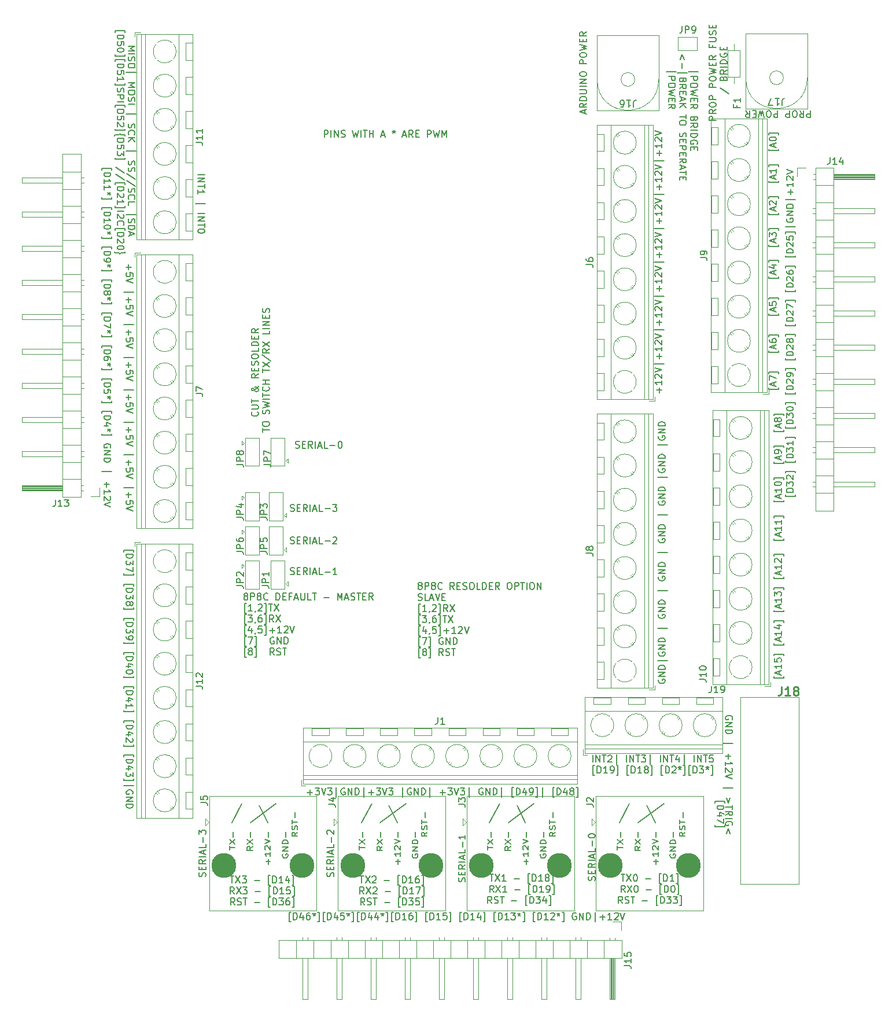
<source format=gbr>
%TF.GenerationSoftware,KiCad,Pcbnew,(6.0.7)*%
%TF.CreationDate,2022-10-05T08:11:46-05:00*%
%TF.ProjectId,FinaleBanger,46696e61-6c65-4426-916e-6765722e6b69,rev?*%
%TF.SameCoordinates,Original*%
%TF.FileFunction,Legend,Top*%
%TF.FilePolarity,Positive*%
%FSLAX46Y46*%
G04 Gerber Fmt 4.6, Leading zero omitted, Abs format (unit mm)*
G04 Created by KiCad (PCBNEW (6.0.7)) date 2022-10-05 08:11:46*
%MOMM*%
%LPD*%
G01*
G04 APERTURE LIST*
%ADD10C,0.150000*%
%ADD11C,0.254000*%
%ADD12C,0.120000*%
%ADD13C,0.100000*%
%ADD14C,3.650000*%
G04 APERTURE END LIST*
D10*
X177750000Y-138750000D02*
X179250000Y-136000000D01*
X158750000Y-138750000D02*
X160250000Y-136000000D01*
X180500000Y-138750000D02*
X184250000Y-136000000D01*
X125000000Y-136250000D02*
X126250000Y-138750000D01*
X140000000Y-138750000D02*
X141500000Y-136000000D01*
X144000000Y-136250000D02*
X145250000Y-138750000D01*
X142750000Y-138750000D02*
X146500000Y-136000000D01*
X121000000Y-138750000D02*
X122500000Y-136000000D01*
X161500000Y-138750000D02*
X165250000Y-136000000D01*
X123750000Y-138750000D02*
X127500000Y-136000000D01*
X181750000Y-136250000D02*
X183000000Y-138750000D01*
X162750000Y-136250000D02*
X164000000Y-138750000D01*
X177988095Y-146342380D02*
X178559523Y-146342380D01*
X178273809Y-147342380D02*
X178273809Y-146342380D01*
X178797619Y-146342380D02*
X179464285Y-147342380D01*
X179464285Y-146342380D02*
X178797619Y-147342380D01*
X180035714Y-146342380D02*
X180130952Y-146342380D01*
X180226190Y-146390000D01*
X180273809Y-146437619D01*
X180321428Y-146532857D01*
X180369047Y-146723333D01*
X180369047Y-146961428D01*
X180321428Y-147151904D01*
X180273809Y-147247142D01*
X180226190Y-147294761D01*
X180130952Y-147342380D01*
X180035714Y-147342380D01*
X179940476Y-147294761D01*
X179892857Y-147247142D01*
X179845238Y-147151904D01*
X179797619Y-146961428D01*
X179797619Y-146723333D01*
X179845238Y-146532857D01*
X179892857Y-146437619D01*
X179940476Y-146390000D01*
X180035714Y-146342380D01*
X181559523Y-146961428D02*
X182321428Y-146961428D01*
X183845238Y-147675714D02*
X183607142Y-147675714D01*
X183607142Y-146247142D01*
X183845238Y-146247142D01*
X184226190Y-147342380D02*
X184226190Y-146342380D01*
X184464285Y-146342380D01*
X184607142Y-146390000D01*
X184702380Y-146485238D01*
X184750000Y-146580476D01*
X184797619Y-146770952D01*
X184797619Y-146913809D01*
X184750000Y-147104285D01*
X184702380Y-147199523D01*
X184607142Y-147294761D01*
X184464285Y-147342380D01*
X184226190Y-147342380D01*
X185750000Y-147342380D02*
X185178571Y-147342380D01*
X185464285Y-147342380D02*
X185464285Y-146342380D01*
X185369047Y-146485238D01*
X185273809Y-146580476D01*
X185178571Y-146628095D01*
X186083333Y-147675714D02*
X186321428Y-147675714D01*
X186321428Y-146247142D01*
X186083333Y-146247142D01*
X178583333Y-148952380D02*
X178250000Y-148476190D01*
X178011904Y-148952380D02*
X178011904Y-147952380D01*
X178392857Y-147952380D01*
X178488095Y-148000000D01*
X178535714Y-148047619D01*
X178583333Y-148142857D01*
X178583333Y-148285714D01*
X178535714Y-148380952D01*
X178488095Y-148428571D01*
X178392857Y-148476190D01*
X178011904Y-148476190D01*
X178916666Y-147952380D02*
X179583333Y-148952380D01*
X179583333Y-147952380D02*
X178916666Y-148952380D01*
X180154761Y-147952380D02*
X180250000Y-147952380D01*
X180345238Y-148000000D01*
X180392857Y-148047619D01*
X180440476Y-148142857D01*
X180488095Y-148333333D01*
X180488095Y-148571428D01*
X180440476Y-148761904D01*
X180392857Y-148857142D01*
X180345238Y-148904761D01*
X180250000Y-148952380D01*
X180154761Y-148952380D01*
X180059523Y-148904761D01*
X180011904Y-148857142D01*
X179964285Y-148761904D01*
X179916666Y-148571428D01*
X179916666Y-148333333D01*
X179964285Y-148142857D01*
X180011904Y-148047619D01*
X180059523Y-148000000D01*
X180154761Y-147952380D01*
X181678571Y-148571428D02*
X182440476Y-148571428D01*
X183964285Y-149285714D02*
X183726190Y-149285714D01*
X183726190Y-147857142D01*
X183964285Y-147857142D01*
X184345238Y-148952380D02*
X184345238Y-147952380D01*
X184583333Y-147952380D01*
X184726190Y-148000000D01*
X184821428Y-148095238D01*
X184869047Y-148190476D01*
X184916666Y-148380952D01*
X184916666Y-148523809D01*
X184869047Y-148714285D01*
X184821428Y-148809523D01*
X184726190Y-148904761D01*
X184583333Y-148952380D01*
X184345238Y-148952380D01*
X185535714Y-147952380D02*
X185630952Y-147952380D01*
X185726190Y-148000000D01*
X185773809Y-148047619D01*
X185821428Y-148142857D01*
X185869047Y-148333333D01*
X185869047Y-148571428D01*
X185821428Y-148761904D01*
X185773809Y-148857142D01*
X185726190Y-148904761D01*
X185630952Y-148952380D01*
X185535714Y-148952380D01*
X185440476Y-148904761D01*
X185392857Y-148857142D01*
X185345238Y-148761904D01*
X185297619Y-148571428D01*
X185297619Y-148333333D01*
X185345238Y-148142857D01*
X185392857Y-148047619D01*
X185440476Y-148000000D01*
X185535714Y-147952380D01*
X186202380Y-149285714D02*
X186440476Y-149285714D01*
X186440476Y-147857142D01*
X186202380Y-147857142D01*
X178202380Y-150562380D02*
X177869047Y-150086190D01*
X177630952Y-150562380D02*
X177630952Y-149562380D01*
X178011904Y-149562380D01*
X178107142Y-149610000D01*
X178154761Y-149657619D01*
X178202380Y-149752857D01*
X178202380Y-149895714D01*
X178154761Y-149990952D01*
X178107142Y-150038571D01*
X178011904Y-150086190D01*
X177630952Y-150086190D01*
X178583333Y-150514761D02*
X178726190Y-150562380D01*
X178964285Y-150562380D01*
X179059523Y-150514761D01*
X179107142Y-150467142D01*
X179154761Y-150371904D01*
X179154761Y-150276666D01*
X179107142Y-150181428D01*
X179059523Y-150133809D01*
X178964285Y-150086190D01*
X178773809Y-150038571D01*
X178678571Y-149990952D01*
X178630952Y-149943333D01*
X178583333Y-149848095D01*
X178583333Y-149752857D01*
X178630952Y-149657619D01*
X178678571Y-149610000D01*
X178773809Y-149562380D01*
X179011904Y-149562380D01*
X179154761Y-149610000D01*
X179440476Y-149562380D02*
X180011904Y-149562380D01*
X179726190Y-150562380D02*
X179726190Y-149562380D01*
X181107142Y-150181428D02*
X181869047Y-150181428D01*
X183392857Y-150895714D02*
X183154761Y-150895714D01*
X183154761Y-149467142D01*
X183392857Y-149467142D01*
X183773809Y-150562380D02*
X183773809Y-149562380D01*
X184011904Y-149562380D01*
X184154761Y-149610000D01*
X184250000Y-149705238D01*
X184297619Y-149800476D01*
X184345238Y-149990952D01*
X184345238Y-150133809D01*
X184297619Y-150324285D01*
X184250000Y-150419523D01*
X184154761Y-150514761D01*
X184011904Y-150562380D01*
X183773809Y-150562380D01*
X184678571Y-149562380D02*
X185297619Y-149562380D01*
X184964285Y-149943333D01*
X185107142Y-149943333D01*
X185202380Y-149990952D01*
X185250000Y-150038571D01*
X185297619Y-150133809D01*
X185297619Y-150371904D01*
X185250000Y-150467142D01*
X185202380Y-150514761D01*
X185107142Y-150562380D01*
X184821428Y-150562380D01*
X184726190Y-150514761D01*
X184678571Y-150467142D01*
X185630952Y-149562380D02*
X186250000Y-149562380D01*
X185916666Y-149943333D01*
X186059523Y-149943333D01*
X186154761Y-149990952D01*
X186202380Y-150038571D01*
X186250000Y-150133809D01*
X186250000Y-150371904D01*
X186202380Y-150467142D01*
X186154761Y-150514761D01*
X186059523Y-150562380D01*
X185773809Y-150562380D01*
X185678571Y-150514761D01*
X185630952Y-150467142D01*
X186583333Y-150895714D02*
X186821428Y-150895714D01*
X186821428Y-149467142D01*
X186583333Y-149467142D01*
X105214285Y-99121309D02*
X105214285Y-98883214D01*
X106642857Y-98883214D01*
X106642857Y-99121309D01*
X105547619Y-99502261D02*
X106547619Y-99502261D01*
X106547619Y-99740357D01*
X106500000Y-99883214D01*
X106404761Y-99978452D01*
X106309523Y-100026071D01*
X106119047Y-100073690D01*
X105976190Y-100073690D01*
X105785714Y-100026071D01*
X105690476Y-99978452D01*
X105595238Y-99883214D01*
X105547619Y-99740357D01*
X105547619Y-99502261D01*
X106547619Y-100407023D02*
X106547619Y-101026071D01*
X106166666Y-100692738D01*
X106166666Y-100835595D01*
X106119047Y-100930833D01*
X106071428Y-100978452D01*
X105976190Y-101026071D01*
X105738095Y-101026071D01*
X105642857Y-100978452D01*
X105595238Y-100930833D01*
X105547619Y-100835595D01*
X105547619Y-100549880D01*
X105595238Y-100454642D01*
X105642857Y-100407023D01*
X106547619Y-101359404D02*
X106547619Y-102026071D01*
X105547619Y-101597500D01*
X105214285Y-102311785D02*
X105214285Y-102549880D01*
X106642857Y-102549880D01*
X106642857Y-102311785D01*
X105214285Y-104121309D02*
X105214285Y-103883214D01*
X106642857Y-103883214D01*
X106642857Y-104121309D01*
X105547619Y-104502261D02*
X106547619Y-104502261D01*
X106547619Y-104740357D01*
X106500000Y-104883214D01*
X106404761Y-104978452D01*
X106309523Y-105026071D01*
X106119047Y-105073690D01*
X105976190Y-105073690D01*
X105785714Y-105026071D01*
X105690476Y-104978452D01*
X105595238Y-104883214D01*
X105547619Y-104740357D01*
X105547619Y-104502261D01*
X106547619Y-105407023D02*
X106547619Y-106026071D01*
X106166666Y-105692738D01*
X106166666Y-105835595D01*
X106119047Y-105930833D01*
X106071428Y-105978452D01*
X105976190Y-106026071D01*
X105738095Y-106026071D01*
X105642857Y-105978452D01*
X105595238Y-105930833D01*
X105547619Y-105835595D01*
X105547619Y-105549880D01*
X105595238Y-105454642D01*
X105642857Y-105407023D01*
X106119047Y-106597500D02*
X106166666Y-106502261D01*
X106214285Y-106454642D01*
X106309523Y-106407023D01*
X106357142Y-106407023D01*
X106452380Y-106454642D01*
X106500000Y-106502261D01*
X106547619Y-106597500D01*
X106547619Y-106787976D01*
X106500000Y-106883214D01*
X106452380Y-106930833D01*
X106357142Y-106978452D01*
X106309523Y-106978452D01*
X106214285Y-106930833D01*
X106166666Y-106883214D01*
X106119047Y-106787976D01*
X106119047Y-106597500D01*
X106071428Y-106502261D01*
X106023809Y-106454642D01*
X105928571Y-106407023D01*
X105738095Y-106407023D01*
X105642857Y-106454642D01*
X105595238Y-106502261D01*
X105547619Y-106597500D01*
X105547619Y-106787976D01*
X105595238Y-106883214D01*
X105642857Y-106930833D01*
X105738095Y-106978452D01*
X105928571Y-106978452D01*
X106023809Y-106930833D01*
X106071428Y-106883214D01*
X106119047Y-106787976D01*
X105214285Y-107311785D02*
X105214285Y-107549880D01*
X106642857Y-107549880D01*
X106642857Y-107311785D01*
X105214285Y-109121309D02*
X105214285Y-108883214D01*
X106642857Y-108883214D01*
X106642857Y-109121309D01*
X105547619Y-109502261D02*
X106547619Y-109502261D01*
X106547619Y-109740357D01*
X106500000Y-109883214D01*
X106404761Y-109978452D01*
X106309523Y-110026071D01*
X106119047Y-110073690D01*
X105976190Y-110073690D01*
X105785714Y-110026071D01*
X105690476Y-109978452D01*
X105595238Y-109883214D01*
X105547619Y-109740357D01*
X105547619Y-109502261D01*
X106547619Y-110407023D02*
X106547619Y-111026071D01*
X106166666Y-110692738D01*
X106166666Y-110835595D01*
X106119047Y-110930833D01*
X106071428Y-110978452D01*
X105976190Y-111026071D01*
X105738095Y-111026071D01*
X105642857Y-110978452D01*
X105595238Y-110930833D01*
X105547619Y-110835595D01*
X105547619Y-110549880D01*
X105595238Y-110454642D01*
X105642857Y-110407023D01*
X105547619Y-111502261D02*
X105547619Y-111692738D01*
X105595238Y-111787976D01*
X105642857Y-111835595D01*
X105785714Y-111930833D01*
X105976190Y-111978452D01*
X106357142Y-111978452D01*
X106452380Y-111930833D01*
X106500000Y-111883214D01*
X106547619Y-111787976D01*
X106547619Y-111597500D01*
X106500000Y-111502261D01*
X106452380Y-111454642D01*
X106357142Y-111407023D01*
X106119047Y-111407023D01*
X106023809Y-111454642D01*
X105976190Y-111502261D01*
X105928571Y-111597500D01*
X105928571Y-111787976D01*
X105976190Y-111883214D01*
X106023809Y-111930833D01*
X106119047Y-111978452D01*
X105214285Y-112311785D02*
X105214285Y-112549880D01*
X106642857Y-112549880D01*
X106642857Y-112311785D01*
X105214285Y-114121309D02*
X105214285Y-113883214D01*
X106642857Y-113883214D01*
X106642857Y-114121309D01*
X105547619Y-114502261D02*
X106547619Y-114502261D01*
X106547619Y-114740357D01*
X106500000Y-114883214D01*
X106404761Y-114978452D01*
X106309523Y-115026071D01*
X106119047Y-115073690D01*
X105976190Y-115073690D01*
X105785714Y-115026071D01*
X105690476Y-114978452D01*
X105595238Y-114883214D01*
X105547619Y-114740357D01*
X105547619Y-114502261D01*
X106214285Y-115930833D02*
X105547619Y-115930833D01*
X106595238Y-115692738D02*
X105880952Y-115454642D01*
X105880952Y-116073690D01*
X106547619Y-116645119D02*
X106547619Y-116740357D01*
X106500000Y-116835595D01*
X106452380Y-116883214D01*
X106357142Y-116930833D01*
X106166666Y-116978452D01*
X105928571Y-116978452D01*
X105738095Y-116930833D01*
X105642857Y-116883214D01*
X105595238Y-116835595D01*
X105547619Y-116740357D01*
X105547619Y-116645119D01*
X105595238Y-116549880D01*
X105642857Y-116502261D01*
X105738095Y-116454642D01*
X105928571Y-116407023D01*
X106166666Y-116407023D01*
X106357142Y-116454642D01*
X106452380Y-116502261D01*
X106500000Y-116549880D01*
X106547619Y-116645119D01*
X105214285Y-117311785D02*
X105214285Y-117549880D01*
X106642857Y-117549880D01*
X106642857Y-117311785D01*
X105214285Y-119121309D02*
X105214285Y-118883214D01*
X106642857Y-118883214D01*
X106642857Y-119121309D01*
X105547619Y-119502261D02*
X106547619Y-119502261D01*
X106547619Y-119740357D01*
X106500000Y-119883214D01*
X106404761Y-119978452D01*
X106309523Y-120026071D01*
X106119047Y-120073690D01*
X105976190Y-120073690D01*
X105785714Y-120026071D01*
X105690476Y-119978452D01*
X105595238Y-119883214D01*
X105547619Y-119740357D01*
X105547619Y-119502261D01*
X106214285Y-120930833D02*
X105547619Y-120930833D01*
X106595238Y-120692738D02*
X105880952Y-120454642D01*
X105880952Y-121073690D01*
X105547619Y-121978452D02*
X105547619Y-121407023D01*
X105547619Y-121692738D02*
X106547619Y-121692738D01*
X106404761Y-121597500D01*
X106309523Y-121502261D01*
X106261904Y-121407023D01*
X105214285Y-122311785D02*
X105214285Y-122549880D01*
X106642857Y-122549880D01*
X106642857Y-122311785D01*
X105214285Y-124121309D02*
X105214285Y-123883214D01*
X106642857Y-123883214D01*
X106642857Y-124121309D01*
X105547619Y-124502261D02*
X106547619Y-124502261D01*
X106547619Y-124740357D01*
X106500000Y-124883214D01*
X106404761Y-124978452D01*
X106309523Y-125026071D01*
X106119047Y-125073690D01*
X105976190Y-125073690D01*
X105785714Y-125026071D01*
X105690476Y-124978452D01*
X105595238Y-124883214D01*
X105547619Y-124740357D01*
X105547619Y-124502261D01*
X106214285Y-125930833D02*
X105547619Y-125930833D01*
X106595238Y-125692738D02*
X105880952Y-125454642D01*
X105880952Y-126073690D01*
X106452380Y-126407023D02*
X106500000Y-126454642D01*
X106547619Y-126549880D01*
X106547619Y-126787976D01*
X106500000Y-126883214D01*
X106452380Y-126930833D01*
X106357142Y-126978452D01*
X106261904Y-126978452D01*
X106119047Y-126930833D01*
X105547619Y-126359404D01*
X105547619Y-126978452D01*
X105214285Y-127311785D02*
X105214285Y-127549880D01*
X106642857Y-127549880D01*
X106642857Y-127311785D01*
X105214285Y-129121309D02*
X105214285Y-128883214D01*
X106642857Y-128883214D01*
X106642857Y-129121309D01*
X105547619Y-129502261D02*
X106547619Y-129502261D01*
X106547619Y-129740357D01*
X106500000Y-129883214D01*
X106404761Y-129978452D01*
X106309523Y-130026071D01*
X106119047Y-130073690D01*
X105976190Y-130073690D01*
X105785714Y-130026071D01*
X105690476Y-129978452D01*
X105595238Y-129883214D01*
X105547619Y-129740357D01*
X105547619Y-129502261D01*
X106214285Y-130930833D02*
X105547619Y-130930833D01*
X106595238Y-130692738D02*
X105880952Y-130454642D01*
X105880952Y-131073690D01*
X106547619Y-131359404D02*
X106547619Y-131978452D01*
X106166666Y-131645119D01*
X106166666Y-131787976D01*
X106119047Y-131883214D01*
X106071428Y-131930833D01*
X105976190Y-131978452D01*
X105738095Y-131978452D01*
X105642857Y-131930833D01*
X105595238Y-131883214D01*
X105547619Y-131787976D01*
X105547619Y-131502261D01*
X105595238Y-131407023D01*
X105642857Y-131359404D01*
X105214285Y-132311785D02*
X105214285Y-132549880D01*
X106642857Y-132549880D01*
X106642857Y-132311785D01*
X105214285Y-133311785D02*
X106642857Y-133311785D01*
X106500000Y-134549880D02*
X106547619Y-134454642D01*
X106547619Y-134311785D01*
X106500000Y-134168928D01*
X106404761Y-134073690D01*
X106309523Y-134026071D01*
X106119047Y-133978452D01*
X105976190Y-133978452D01*
X105785714Y-134026071D01*
X105690476Y-134073690D01*
X105595238Y-134168928D01*
X105547619Y-134311785D01*
X105547619Y-134407023D01*
X105595238Y-134549880D01*
X105642857Y-134597500D01*
X105976190Y-134597500D01*
X105976190Y-134407023D01*
X105547619Y-135026071D02*
X106547619Y-135026071D01*
X105547619Y-135597500D01*
X106547619Y-135597500D01*
X105547619Y-136073690D02*
X106547619Y-136073690D01*
X106547619Y-136311785D01*
X106500000Y-136454642D01*
X106404761Y-136549880D01*
X106309523Y-136597500D01*
X106119047Y-136645119D01*
X105976190Y-136645119D01*
X105785714Y-136597500D01*
X105690476Y-136549880D01*
X105595238Y-136454642D01*
X105547619Y-136311785D01*
X105547619Y-136073690D01*
X148478452Y-104050952D02*
X148383214Y-104003333D01*
X148335595Y-103955714D01*
X148287976Y-103860476D01*
X148287976Y-103812857D01*
X148335595Y-103717619D01*
X148383214Y-103670000D01*
X148478452Y-103622380D01*
X148668928Y-103622380D01*
X148764166Y-103670000D01*
X148811785Y-103717619D01*
X148859404Y-103812857D01*
X148859404Y-103860476D01*
X148811785Y-103955714D01*
X148764166Y-104003333D01*
X148668928Y-104050952D01*
X148478452Y-104050952D01*
X148383214Y-104098571D01*
X148335595Y-104146190D01*
X148287976Y-104241428D01*
X148287976Y-104431904D01*
X148335595Y-104527142D01*
X148383214Y-104574761D01*
X148478452Y-104622380D01*
X148668928Y-104622380D01*
X148764166Y-104574761D01*
X148811785Y-104527142D01*
X148859404Y-104431904D01*
X148859404Y-104241428D01*
X148811785Y-104146190D01*
X148764166Y-104098571D01*
X148668928Y-104050952D01*
X149287976Y-104622380D02*
X149287976Y-103622380D01*
X149668928Y-103622380D01*
X149764166Y-103670000D01*
X149811785Y-103717619D01*
X149859404Y-103812857D01*
X149859404Y-103955714D01*
X149811785Y-104050952D01*
X149764166Y-104098571D01*
X149668928Y-104146190D01*
X149287976Y-104146190D01*
X150430833Y-104050952D02*
X150335595Y-104003333D01*
X150287976Y-103955714D01*
X150240357Y-103860476D01*
X150240357Y-103812857D01*
X150287976Y-103717619D01*
X150335595Y-103670000D01*
X150430833Y-103622380D01*
X150621309Y-103622380D01*
X150716547Y-103670000D01*
X150764166Y-103717619D01*
X150811785Y-103812857D01*
X150811785Y-103860476D01*
X150764166Y-103955714D01*
X150716547Y-104003333D01*
X150621309Y-104050952D01*
X150430833Y-104050952D01*
X150335595Y-104098571D01*
X150287976Y-104146190D01*
X150240357Y-104241428D01*
X150240357Y-104431904D01*
X150287976Y-104527142D01*
X150335595Y-104574761D01*
X150430833Y-104622380D01*
X150621309Y-104622380D01*
X150716547Y-104574761D01*
X150764166Y-104527142D01*
X150811785Y-104431904D01*
X150811785Y-104241428D01*
X150764166Y-104146190D01*
X150716547Y-104098571D01*
X150621309Y-104050952D01*
X151811785Y-104527142D02*
X151764166Y-104574761D01*
X151621309Y-104622380D01*
X151526071Y-104622380D01*
X151383214Y-104574761D01*
X151287976Y-104479523D01*
X151240357Y-104384285D01*
X151192738Y-104193809D01*
X151192738Y-104050952D01*
X151240357Y-103860476D01*
X151287976Y-103765238D01*
X151383214Y-103670000D01*
X151526071Y-103622380D01*
X151621309Y-103622380D01*
X151764166Y-103670000D01*
X151811785Y-103717619D01*
X153573690Y-104622380D02*
X153240357Y-104146190D01*
X153002261Y-104622380D02*
X153002261Y-103622380D01*
X153383214Y-103622380D01*
X153478452Y-103670000D01*
X153526071Y-103717619D01*
X153573690Y-103812857D01*
X153573690Y-103955714D01*
X153526071Y-104050952D01*
X153478452Y-104098571D01*
X153383214Y-104146190D01*
X153002261Y-104146190D01*
X154002261Y-104098571D02*
X154335595Y-104098571D01*
X154478452Y-104622380D02*
X154002261Y-104622380D01*
X154002261Y-103622380D01*
X154478452Y-103622380D01*
X154859404Y-104574761D02*
X155002261Y-104622380D01*
X155240357Y-104622380D01*
X155335595Y-104574761D01*
X155383214Y-104527142D01*
X155430833Y-104431904D01*
X155430833Y-104336666D01*
X155383214Y-104241428D01*
X155335595Y-104193809D01*
X155240357Y-104146190D01*
X155049880Y-104098571D01*
X154954642Y-104050952D01*
X154907023Y-104003333D01*
X154859404Y-103908095D01*
X154859404Y-103812857D01*
X154907023Y-103717619D01*
X154954642Y-103670000D01*
X155049880Y-103622380D01*
X155287976Y-103622380D01*
X155430833Y-103670000D01*
X156049880Y-103622380D02*
X156240357Y-103622380D01*
X156335595Y-103670000D01*
X156430833Y-103765238D01*
X156478452Y-103955714D01*
X156478452Y-104289047D01*
X156430833Y-104479523D01*
X156335595Y-104574761D01*
X156240357Y-104622380D01*
X156049880Y-104622380D01*
X155954642Y-104574761D01*
X155859404Y-104479523D01*
X155811785Y-104289047D01*
X155811785Y-103955714D01*
X155859404Y-103765238D01*
X155954642Y-103670000D01*
X156049880Y-103622380D01*
X157383214Y-104622380D02*
X156907023Y-104622380D01*
X156907023Y-103622380D01*
X157716547Y-104622380D02*
X157716547Y-103622380D01*
X157954642Y-103622380D01*
X158097500Y-103670000D01*
X158192738Y-103765238D01*
X158240357Y-103860476D01*
X158287976Y-104050952D01*
X158287976Y-104193809D01*
X158240357Y-104384285D01*
X158192738Y-104479523D01*
X158097500Y-104574761D01*
X157954642Y-104622380D01*
X157716547Y-104622380D01*
X158716547Y-104098571D02*
X159049880Y-104098571D01*
X159192738Y-104622380D02*
X158716547Y-104622380D01*
X158716547Y-103622380D01*
X159192738Y-103622380D01*
X160192738Y-104622380D02*
X159859404Y-104146190D01*
X159621309Y-104622380D02*
X159621309Y-103622380D01*
X160002261Y-103622380D01*
X160097500Y-103670000D01*
X160145119Y-103717619D01*
X160192738Y-103812857D01*
X160192738Y-103955714D01*
X160145119Y-104050952D01*
X160097500Y-104098571D01*
X160002261Y-104146190D01*
X159621309Y-104146190D01*
X161573690Y-103622380D02*
X161764166Y-103622380D01*
X161859404Y-103670000D01*
X161954642Y-103765238D01*
X162002261Y-103955714D01*
X162002261Y-104289047D01*
X161954642Y-104479523D01*
X161859404Y-104574761D01*
X161764166Y-104622380D01*
X161573690Y-104622380D01*
X161478452Y-104574761D01*
X161383214Y-104479523D01*
X161335595Y-104289047D01*
X161335595Y-103955714D01*
X161383214Y-103765238D01*
X161478452Y-103670000D01*
X161573690Y-103622380D01*
X162430833Y-104622380D02*
X162430833Y-103622380D01*
X162811785Y-103622380D01*
X162907023Y-103670000D01*
X162954642Y-103717619D01*
X163002261Y-103812857D01*
X163002261Y-103955714D01*
X162954642Y-104050952D01*
X162907023Y-104098571D01*
X162811785Y-104146190D01*
X162430833Y-104146190D01*
X163287976Y-103622380D02*
X163859404Y-103622380D01*
X163573690Y-104622380D02*
X163573690Y-103622380D01*
X164192738Y-104622380D02*
X164192738Y-103622380D01*
X164859404Y-103622380D02*
X165049880Y-103622380D01*
X165145119Y-103670000D01*
X165240357Y-103765238D01*
X165287976Y-103955714D01*
X165287976Y-104289047D01*
X165240357Y-104479523D01*
X165145119Y-104574761D01*
X165049880Y-104622380D01*
X164859404Y-104622380D01*
X164764166Y-104574761D01*
X164668928Y-104479523D01*
X164621309Y-104289047D01*
X164621309Y-103955714D01*
X164668928Y-103765238D01*
X164764166Y-103670000D01*
X164859404Y-103622380D01*
X165716547Y-104622380D02*
X165716547Y-103622380D01*
X166287976Y-104622380D01*
X166287976Y-103622380D01*
X148287976Y-106184761D02*
X148430833Y-106232380D01*
X148668928Y-106232380D01*
X148764166Y-106184761D01*
X148811785Y-106137142D01*
X148859404Y-106041904D01*
X148859404Y-105946666D01*
X148811785Y-105851428D01*
X148764166Y-105803809D01*
X148668928Y-105756190D01*
X148478452Y-105708571D01*
X148383214Y-105660952D01*
X148335595Y-105613333D01*
X148287976Y-105518095D01*
X148287976Y-105422857D01*
X148335595Y-105327619D01*
X148383214Y-105280000D01*
X148478452Y-105232380D01*
X148716547Y-105232380D01*
X148859404Y-105280000D01*
X149764166Y-106232380D02*
X149287976Y-106232380D01*
X149287976Y-105232380D01*
X150049880Y-105946666D02*
X150526071Y-105946666D01*
X149954642Y-106232380D02*
X150287976Y-105232380D01*
X150621309Y-106232380D01*
X150811785Y-105232380D02*
X151145119Y-106232380D01*
X151478452Y-105232380D01*
X151811785Y-105708571D02*
X152145119Y-105708571D01*
X152287976Y-106232380D02*
X151811785Y-106232380D01*
X151811785Y-105232380D01*
X152287976Y-105232380D01*
X148621309Y-108175714D02*
X148383214Y-108175714D01*
X148383214Y-106747142D01*
X148621309Y-106747142D01*
X149526071Y-107842380D02*
X148954642Y-107842380D01*
X149240357Y-107842380D02*
X149240357Y-106842380D01*
X149145119Y-106985238D01*
X149049880Y-107080476D01*
X148954642Y-107128095D01*
X150002261Y-107794761D02*
X150002261Y-107842380D01*
X149954642Y-107937619D01*
X149907023Y-107985238D01*
X150383214Y-106937619D02*
X150430833Y-106890000D01*
X150526071Y-106842380D01*
X150764166Y-106842380D01*
X150859404Y-106890000D01*
X150907023Y-106937619D01*
X150954642Y-107032857D01*
X150954642Y-107128095D01*
X150907023Y-107270952D01*
X150335595Y-107842380D01*
X150954642Y-107842380D01*
X151287976Y-108175714D02*
X151526071Y-108175714D01*
X151526071Y-106747142D01*
X151287976Y-106747142D01*
X152621309Y-107842380D02*
X152287976Y-107366190D01*
X152049880Y-107842380D02*
X152049880Y-106842380D01*
X152430833Y-106842380D01*
X152526071Y-106890000D01*
X152573690Y-106937619D01*
X152621309Y-107032857D01*
X152621309Y-107175714D01*
X152573690Y-107270952D01*
X152526071Y-107318571D01*
X152430833Y-107366190D01*
X152049880Y-107366190D01*
X152954642Y-106842380D02*
X153621309Y-107842380D01*
X153621309Y-106842380D02*
X152954642Y-107842380D01*
X148621309Y-109785714D02*
X148383214Y-109785714D01*
X148383214Y-108357142D01*
X148621309Y-108357142D01*
X148907023Y-108452380D02*
X149526071Y-108452380D01*
X149192738Y-108833333D01*
X149335595Y-108833333D01*
X149430833Y-108880952D01*
X149478452Y-108928571D01*
X149526071Y-109023809D01*
X149526071Y-109261904D01*
X149478452Y-109357142D01*
X149430833Y-109404761D01*
X149335595Y-109452380D01*
X149049880Y-109452380D01*
X148954642Y-109404761D01*
X148907023Y-109357142D01*
X150002261Y-109404761D02*
X150002261Y-109452380D01*
X149954642Y-109547619D01*
X149907023Y-109595238D01*
X150859404Y-108452380D02*
X150668928Y-108452380D01*
X150573690Y-108500000D01*
X150526071Y-108547619D01*
X150430833Y-108690476D01*
X150383214Y-108880952D01*
X150383214Y-109261904D01*
X150430833Y-109357142D01*
X150478452Y-109404761D01*
X150573690Y-109452380D01*
X150764166Y-109452380D01*
X150859404Y-109404761D01*
X150907023Y-109357142D01*
X150954642Y-109261904D01*
X150954642Y-109023809D01*
X150907023Y-108928571D01*
X150859404Y-108880952D01*
X150764166Y-108833333D01*
X150573690Y-108833333D01*
X150478452Y-108880952D01*
X150430833Y-108928571D01*
X150383214Y-109023809D01*
X151287976Y-109785714D02*
X151526071Y-109785714D01*
X151526071Y-108357142D01*
X151287976Y-108357142D01*
X151907023Y-108452380D02*
X152478452Y-108452380D01*
X152192738Y-109452380D02*
X152192738Y-108452380D01*
X152716547Y-108452380D02*
X153383214Y-109452380D01*
X153383214Y-108452380D02*
X152716547Y-109452380D01*
X148621309Y-111395714D02*
X148383214Y-111395714D01*
X148383214Y-109967142D01*
X148621309Y-109967142D01*
X149430833Y-110395714D02*
X149430833Y-111062380D01*
X149192738Y-110014761D02*
X148954642Y-110729047D01*
X149573690Y-110729047D01*
X150002261Y-111014761D02*
X150002261Y-111062380D01*
X149954642Y-111157619D01*
X149907023Y-111205238D01*
X150907023Y-110062380D02*
X150430833Y-110062380D01*
X150383214Y-110538571D01*
X150430833Y-110490952D01*
X150526071Y-110443333D01*
X150764166Y-110443333D01*
X150859404Y-110490952D01*
X150907023Y-110538571D01*
X150954642Y-110633809D01*
X150954642Y-110871904D01*
X150907023Y-110967142D01*
X150859404Y-111014761D01*
X150764166Y-111062380D01*
X150526071Y-111062380D01*
X150430833Y-111014761D01*
X150383214Y-110967142D01*
X151287976Y-111395714D02*
X151526071Y-111395714D01*
X151526071Y-109967142D01*
X151287976Y-109967142D01*
X152049880Y-110681428D02*
X152811785Y-110681428D01*
X152430833Y-111062380D02*
X152430833Y-110300476D01*
X153811785Y-111062380D02*
X153240357Y-111062380D01*
X153526071Y-111062380D02*
X153526071Y-110062380D01*
X153430833Y-110205238D01*
X153335595Y-110300476D01*
X153240357Y-110348095D01*
X154192738Y-110157619D02*
X154240357Y-110110000D01*
X154335595Y-110062380D01*
X154573690Y-110062380D01*
X154668928Y-110110000D01*
X154716547Y-110157619D01*
X154764166Y-110252857D01*
X154764166Y-110348095D01*
X154716547Y-110490952D01*
X154145119Y-111062380D01*
X154764166Y-111062380D01*
X155049880Y-110062380D02*
X155383214Y-111062380D01*
X155716547Y-110062380D01*
X148621309Y-113005714D02*
X148383214Y-113005714D01*
X148383214Y-111577142D01*
X148621309Y-111577142D01*
X148907023Y-111672380D02*
X149573690Y-111672380D01*
X149145119Y-112672380D01*
X149859404Y-113005714D02*
X150097500Y-113005714D01*
X150097500Y-111577142D01*
X149859404Y-111577142D01*
X151907023Y-111720000D02*
X151811785Y-111672380D01*
X151668928Y-111672380D01*
X151526071Y-111720000D01*
X151430833Y-111815238D01*
X151383214Y-111910476D01*
X151335595Y-112100952D01*
X151335595Y-112243809D01*
X151383214Y-112434285D01*
X151430833Y-112529523D01*
X151526071Y-112624761D01*
X151668928Y-112672380D01*
X151764166Y-112672380D01*
X151907023Y-112624761D01*
X151954642Y-112577142D01*
X151954642Y-112243809D01*
X151764166Y-112243809D01*
X152383214Y-112672380D02*
X152383214Y-111672380D01*
X152954642Y-112672380D01*
X152954642Y-111672380D01*
X153430833Y-112672380D02*
X153430833Y-111672380D01*
X153668928Y-111672380D01*
X153811785Y-111720000D01*
X153907023Y-111815238D01*
X153954642Y-111910476D01*
X154002261Y-112100952D01*
X154002261Y-112243809D01*
X153954642Y-112434285D01*
X153907023Y-112529523D01*
X153811785Y-112624761D01*
X153668928Y-112672380D01*
X153430833Y-112672380D01*
X148621309Y-114615714D02*
X148383214Y-114615714D01*
X148383214Y-113187142D01*
X148621309Y-113187142D01*
X149145119Y-113710952D02*
X149049880Y-113663333D01*
X149002261Y-113615714D01*
X148954642Y-113520476D01*
X148954642Y-113472857D01*
X149002261Y-113377619D01*
X149049880Y-113330000D01*
X149145119Y-113282380D01*
X149335595Y-113282380D01*
X149430833Y-113330000D01*
X149478452Y-113377619D01*
X149526071Y-113472857D01*
X149526071Y-113520476D01*
X149478452Y-113615714D01*
X149430833Y-113663333D01*
X149335595Y-113710952D01*
X149145119Y-113710952D01*
X149049880Y-113758571D01*
X149002261Y-113806190D01*
X148954642Y-113901428D01*
X148954642Y-114091904D01*
X149002261Y-114187142D01*
X149049880Y-114234761D01*
X149145119Y-114282380D01*
X149335595Y-114282380D01*
X149430833Y-114234761D01*
X149478452Y-114187142D01*
X149526071Y-114091904D01*
X149526071Y-113901428D01*
X149478452Y-113806190D01*
X149430833Y-113758571D01*
X149335595Y-113710952D01*
X149859404Y-114615714D02*
X150097500Y-114615714D01*
X150097500Y-113187142D01*
X149859404Y-113187142D01*
X151954642Y-114282380D02*
X151621309Y-113806190D01*
X151383214Y-114282380D02*
X151383214Y-113282380D01*
X151764166Y-113282380D01*
X151859404Y-113330000D01*
X151907023Y-113377619D01*
X151954642Y-113472857D01*
X151954642Y-113615714D01*
X151907023Y-113710952D01*
X151859404Y-113758571D01*
X151764166Y-113806190D01*
X151383214Y-113806190D01*
X152335595Y-114234761D02*
X152478452Y-114282380D01*
X152716547Y-114282380D01*
X152811785Y-114234761D01*
X152859404Y-114187142D01*
X152907023Y-114091904D01*
X152907023Y-113996666D01*
X152859404Y-113901428D01*
X152811785Y-113853809D01*
X152716547Y-113806190D01*
X152526071Y-113758571D01*
X152430833Y-113710952D01*
X152383214Y-113663333D01*
X152335595Y-113568095D01*
X152335595Y-113472857D01*
X152383214Y-113377619D01*
X152430833Y-113330000D01*
X152526071Y-113282380D01*
X152764166Y-113282380D01*
X152907023Y-113330000D01*
X153192738Y-113282380D02*
X153764166Y-113282380D01*
X153478452Y-114282380D02*
X153478452Y-113282380D01*
X135904761Y-146654761D02*
X135952380Y-146511904D01*
X135952380Y-146273809D01*
X135904761Y-146178571D01*
X135857142Y-146130952D01*
X135761904Y-146083333D01*
X135666666Y-146083333D01*
X135571428Y-146130952D01*
X135523809Y-146178571D01*
X135476190Y-146273809D01*
X135428571Y-146464285D01*
X135380952Y-146559523D01*
X135333333Y-146607142D01*
X135238095Y-146654761D01*
X135142857Y-146654761D01*
X135047619Y-146607142D01*
X135000000Y-146559523D01*
X134952380Y-146464285D01*
X134952380Y-146226190D01*
X135000000Y-146083333D01*
X135428571Y-145654761D02*
X135428571Y-145321428D01*
X135952380Y-145178571D02*
X135952380Y-145654761D01*
X134952380Y-145654761D01*
X134952380Y-145178571D01*
X135952380Y-144178571D02*
X135476190Y-144511904D01*
X135952380Y-144750000D02*
X134952380Y-144750000D01*
X134952380Y-144369047D01*
X135000000Y-144273809D01*
X135047619Y-144226190D01*
X135142857Y-144178571D01*
X135285714Y-144178571D01*
X135380952Y-144226190D01*
X135428571Y-144273809D01*
X135476190Y-144369047D01*
X135476190Y-144750000D01*
X135952380Y-143750000D02*
X134952380Y-143750000D01*
X135666666Y-143321428D02*
X135666666Y-142845238D01*
X135952380Y-143416666D02*
X134952380Y-143083333D01*
X135952380Y-142750000D01*
X135952380Y-141940476D02*
X135952380Y-142416666D01*
X134952380Y-142416666D01*
X135571428Y-141607142D02*
X135571428Y-140845238D01*
X135047619Y-140416666D02*
X135000000Y-140369047D01*
X134952380Y-140273809D01*
X134952380Y-140035714D01*
X135000000Y-139940476D01*
X135047619Y-139892857D01*
X135142857Y-139845238D01*
X135238095Y-139845238D01*
X135380952Y-139892857D01*
X135952380Y-140464285D01*
X135952380Y-139845238D01*
X129595238Y-102404761D02*
X129738095Y-102452380D01*
X129976190Y-102452380D01*
X130071428Y-102404761D01*
X130119047Y-102357142D01*
X130166666Y-102261904D01*
X130166666Y-102166666D01*
X130119047Y-102071428D01*
X130071428Y-102023809D01*
X129976190Y-101976190D01*
X129785714Y-101928571D01*
X129690476Y-101880952D01*
X129642857Y-101833333D01*
X129595238Y-101738095D01*
X129595238Y-101642857D01*
X129642857Y-101547619D01*
X129690476Y-101500000D01*
X129785714Y-101452380D01*
X130023809Y-101452380D01*
X130166666Y-101500000D01*
X130595238Y-101928571D02*
X130928571Y-101928571D01*
X131071428Y-102452380D02*
X130595238Y-102452380D01*
X130595238Y-101452380D01*
X131071428Y-101452380D01*
X132071428Y-102452380D02*
X131738095Y-101976190D01*
X131500000Y-102452380D02*
X131500000Y-101452380D01*
X131880952Y-101452380D01*
X131976190Y-101500000D01*
X132023809Y-101547619D01*
X132071428Y-101642857D01*
X132071428Y-101785714D01*
X132023809Y-101880952D01*
X131976190Y-101928571D01*
X131880952Y-101976190D01*
X131500000Y-101976190D01*
X132500000Y-102452380D02*
X132500000Y-101452380D01*
X132928571Y-102166666D02*
X133404761Y-102166666D01*
X132833333Y-102452380D02*
X133166666Y-101452380D01*
X133500000Y-102452380D01*
X134309523Y-102452380D02*
X133833333Y-102452380D01*
X133833333Y-101452380D01*
X134642857Y-102071428D02*
X135404761Y-102071428D01*
X136404761Y-102452380D02*
X135833333Y-102452380D01*
X136119047Y-102452380D02*
X136119047Y-101452380D01*
X136023809Y-101595238D01*
X135928571Y-101690476D01*
X135833333Y-101738095D01*
X120761904Y-146592380D02*
X121333333Y-146592380D01*
X121047619Y-147592380D02*
X121047619Y-146592380D01*
X121571428Y-146592380D02*
X122238095Y-147592380D01*
X122238095Y-146592380D02*
X121571428Y-147592380D01*
X122523809Y-146592380D02*
X123142857Y-146592380D01*
X122809523Y-146973333D01*
X122952380Y-146973333D01*
X123047619Y-147020952D01*
X123095238Y-147068571D01*
X123142857Y-147163809D01*
X123142857Y-147401904D01*
X123095238Y-147497142D01*
X123047619Y-147544761D01*
X122952380Y-147592380D01*
X122666666Y-147592380D01*
X122571428Y-147544761D01*
X122523809Y-147497142D01*
X124333333Y-147211428D02*
X125095238Y-147211428D01*
X126619047Y-147925714D02*
X126380952Y-147925714D01*
X126380952Y-146497142D01*
X126619047Y-146497142D01*
X127000000Y-147592380D02*
X127000000Y-146592380D01*
X127238095Y-146592380D01*
X127380952Y-146640000D01*
X127476190Y-146735238D01*
X127523809Y-146830476D01*
X127571428Y-147020952D01*
X127571428Y-147163809D01*
X127523809Y-147354285D01*
X127476190Y-147449523D01*
X127380952Y-147544761D01*
X127238095Y-147592380D01*
X127000000Y-147592380D01*
X128523809Y-147592380D02*
X127952380Y-147592380D01*
X128238095Y-147592380D02*
X128238095Y-146592380D01*
X128142857Y-146735238D01*
X128047619Y-146830476D01*
X127952380Y-146878095D01*
X129380952Y-146925714D02*
X129380952Y-147592380D01*
X129142857Y-146544761D02*
X128904761Y-147259047D01*
X129523809Y-147259047D01*
X129809523Y-147925714D02*
X130047619Y-147925714D01*
X130047619Y-146497142D01*
X129809523Y-146497142D01*
X121357142Y-149202380D02*
X121023809Y-148726190D01*
X120785714Y-149202380D02*
X120785714Y-148202380D01*
X121166666Y-148202380D01*
X121261904Y-148250000D01*
X121309523Y-148297619D01*
X121357142Y-148392857D01*
X121357142Y-148535714D01*
X121309523Y-148630952D01*
X121261904Y-148678571D01*
X121166666Y-148726190D01*
X120785714Y-148726190D01*
X121690476Y-148202380D02*
X122357142Y-149202380D01*
X122357142Y-148202380D02*
X121690476Y-149202380D01*
X122642857Y-148202380D02*
X123261904Y-148202380D01*
X122928571Y-148583333D01*
X123071428Y-148583333D01*
X123166666Y-148630952D01*
X123214285Y-148678571D01*
X123261904Y-148773809D01*
X123261904Y-149011904D01*
X123214285Y-149107142D01*
X123166666Y-149154761D01*
X123071428Y-149202380D01*
X122785714Y-149202380D01*
X122690476Y-149154761D01*
X122642857Y-149107142D01*
X124452380Y-148821428D02*
X125214285Y-148821428D01*
X126738095Y-149535714D02*
X126500000Y-149535714D01*
X126500000Y-148107142D01*
X126738095Y-148107142D01*
X127119047Y-149202380D02*
X127119047Y-148202380D01*
X127357142Y-148202380D01*
X127500000Y-148250000D01*
X127595238Y-148345238D01*
X127642857Y-148440476D01*
X127690476Y-148630952D01*
X127690476Y-148773809D01*
X127642857Y-148964285D01*
X127595238Y-149059523D01*
X127500000Y-149154761D01*
X127357142Y-149202380D01*
X127119047Y-149202380D01*
X128642857Y-149202380D02*
X128071428Y-149202380D01*
X128357142Y-149202380D02*
X128357142Y-148202380D01*
X128261904Y-148345238D01*
X128166666Y-148440476D01*
X128071428Y-148488095D01*
X129547619Y-148202380D02*
X129071428Y-148202380D01*
X129023809Y-148678571D01*
X129071428Y-148630952D01*
X129166666Y-148583333D01*
X129404761Y-148583333D01*
X129500000Y-148630952D01*
X129547619Y-148678571D01*
X129595238Y-148773809D01*
X129595238Y-149011904D01*
X129547619Y-149107142D01*
X129500000Y-149154761D01*
X129404761Y-149202380D01*
X129166666Y-149202380D01*
X129071428Y-149154761D01*
X129023809Y-149107142D01*
X129928571Y-149535714D02*
X130166666Y-149535714D01*
X130166666Y-148107142D01*
X129928571Y-148107142D01*
X121452380Y-150812380D02*
X121119047Y-150336190D01*
X120880952Y-150812380D02*
X120880952Y-149812380D01*
X121261904Y-149812380D01*
X121357142Y-149860000D01*
X121404761Y-149907619D01*
X121452380Y-150002857D01*
X121452380Y-150145714D01*
X121404761Y-150240952D01*
X121357142Y-150288571D01*
X121261904Y-150336190D01*
X120880952Y-150336190D01*
X121833333Y-150764761D02*
X121976190Y-150812380D01*
X122214285Y-150812380D01*
X122309523Y-150764761D01*
X122357142Y-150717142D01*
X122404761Y-150621904D01*
X122404761Y-150526666D01*
X122357142Y-150431428D01*
X122309523Y-150383809D01*
X122214285Y-150336190D01*
X122023809Y-150288571D01*
X121928571Y-150240952D01*
X121880952Y-150193333D01*
X121833333Y-150098095D01*
X121833333Y-150002857D01*
X121880952Y-149907619D01*
X121928571Y-149860000D01*
X122023809Y-149812380D01*
X122261904Y-149812380D01*
X122404761Y-149860000D01*
X122690476Y-149812380D02*
X123261904Y-149812380D01*
X122976190Y-150812380D02*
X122976190Y-149812380D01*
X124357142Y-150431428D02*
X125119047Y-150431428D01*
X126642857Y-151145714D02*
X126404761Y-151145714D01*
X126404761Y-149717142D01*
X126642857Y-149717142D01*
X127023809Y-150812380D02*
X127023809Y-149812380D01*
X127261904Y-149812380D01*
X127404761Y-149860000D01*
X127500000Y-149955238D01*
X127547619Y-150050476D01*
X127595238Y-150240952D01*
X127595238Y-150383809D01*
X127547619Y-150574285D01*
X127500000Y-150669523D01*
X127404761Y-150764761D01*
X127261904Y-150812380D01*
X127023809Y-150812380D01*
X127928571Y-149812380D02*
X128547619Y-149812380D01*
X128214285Y-150193333D01*
X128357142Y-150193333D01*
X128452380Y-150240952D01*
X128500000Y-150288571D01*
X128547619Y-150383809D01*
X128547619Y-150621904D01*
X128500000Y-150717142D01*
X128452380Y-150764761D01*
X128357142Y-150812380D01*
X128071428Y-150812380D01*
X127976190Y-150764761D01*
X127928571Y-150717142D01*
X129404761Y-149812380D02*
X129214285Y-149812380D01*
X129119047Y-149860000D01*
X129071428Y-149907619D01*
X128976190Y-150050476D01*
X128928571Y-150240952D01*
X128928571Y-150621904D01*
X128976190Y-150717142D01*
X129023809Y-150764761D01*
X129119047Y-150812380D01*
X129309523Y-150812380D01*
X129404761Y-150764761D01*
X129452380Y-150717142D01*
X129500000Y-150621904D01*
X129500000Y-150383809D01*
X129452380Y-150288571D01*
X129404761Y-150240952D01*
X129309523Y-150193333D01*
X129119047Y-150193333D01*
X129023809Y-150240952D01*
X128976190Y-150288571D01*
X128928571Y-150383809D01*
X129833333Y-151145714D02*
X130071428Y-151145714D01*
X130071428Y-149717142D01*
X129833333Y-149717142D01*
X129595238Y-97904761D02*
X129738095Y-97952380D01*
X129976190Y-97952380D01*
X130071428Y-97904761D01*
X130119047Y-97857142D01*
X130166666Y-97761904D01*
X130166666Y-97666666D01*
X130119047Y-97571428D01*
X130071428Y-97523809D01*
X129976190Y-97476190D01*
X129785714Y-97428571D01*
X129690476Y-97380952D01*
X129642857Y-97333333D01*
X129595238Y-97238095D01*
X129595238Y-97142857D01*
X129642857Y-97047619D01*
X129690476Y-97000000D01*
X129785714Y-96952380D01*
X130023809Y-96952380D01*
X130166666Y-97000000D01*
X130595238Y-97428571D02*
X130928571Y-97428571D01*
X131071428Y-97952380D02*
X130595238Y-97952380D01*
X130595238Y-96952380D01*
X131071428Y-96952380D01*
X132071428Y-97952380D02*
X131738095Y-97476190D01*
X131500000Y-97952380D02*
X131500000Y-96952380D01*
X131880952Y-96952380D01*
X131976190Y-97000000D01*
X132023809Y-97047619D01*
X132071428Y-97142857D01*
X132071428Y-97285714D01*
X132023809Y-97380952D01*
X131976190Y-97428571D01*
X131880952Y-97476190D01*
X131500000Y-97476190D01*
X132500000Y-97952380D02*
X132500000Y-96952380D01*
X132928571Y-97666666D02*
X133404761Y-97666666D01*
X132833333Y-97952380D02*
X133166666Y-96952380D01*
X133500000Y-97952380D01*
X134309523Y-97952380D02*
X133833333Y-97952380D01*
X133833333Y-96952380D01*
X134642857Y-97571428D02*
X135404761Y-97571428D01*
X135833333Y-97047619D02*
X135880952Y-97000000D01*
X135976190Y-96952380D01*
X136214285Y-96952380D01*
X136309523Y-97000000D01*
X136357142Y-97047619D01*
X136404761Y-97142857D01*
X136404761Y-97238095D01*
X136357142Y-97380952D01*
X135785714Y-97952380D01*
X136404761Y-97952380D01*
X183500000Y-117821428D02*
X183452380Y-117916666D01*
X183452380Y-118059523D01*
X183500000Y-118202380D01*
X183595238Y-118297619D01*
X183690476Y-118345238D01*
X183880952Y-118392857D01*
X184023809Y-118392857D01*
X184214285Y-118345238D01*
X184309523Y-118297619D01*
X184404761Y-118202380D01*
X184452380Y-118059523D01*
X184452380Y-117964285D01*
X184404761Y-117821428D01*
X184357142Y-117773809D01*
X184023809Y-117773809D01*
X184023809Y-117964285D01*
X184452380Y-117345238D02*
X183452380Y-117345238D01*
X184452380Y-116773809D01*
X183452380Y-116773809D01*
X184452380Y-116297619D02*
X183452380Y-116297619D01*
X183452380Y-116059523D01*
X183500000Y-115916666D01*
X183595238Y-115821428D01*
X183690476Y-115773809D01*
X183880952Y-115726190D01*
X184023809Y-115726190D01*
X184214285Y-115773809D01*
X184309523Y-115821428D01*
X184404761Y-115916666D01*
X184452380Y-116059523D01*
X184452380Y-116297619D01*
X184785714Y-115059523D02*
X183357142Y-115059523D01*
X183500000Y-113821428D02*
X183452380Y-113916666D01*
X183452380Y-114059523D01*
X183500000Y-114202380D01*
X183595238Y-114297619D01*
X183690476Y-114345238D01*
X183880952Y-114392857D01*
X184023809Y-114392857D01*
X184214285Y-114345238D01*
X184309523Y-114297619D01*
X184404761Y-114202380D01*
X184452380Y-114059523D01*
X184452380Y-113964285D01*
X184404761Y-113821428D01*
X184357142Y-113773809D01*
X184023809Y-113773809D01*
X184023809Y-113964285D01*
X184452380Y-113345238D02*
X183452380Y-113345238D01*
X184452380Y-112773809D01*
X183452380Y-112773809D01*
X184452380Y-112297619D02*
X183452380Y-112297619D01*
X183452380Y-112059523D01*
X183500000Y-111916666D01*
X183595238Y-111821428D01*
X183690476Y-111773809D01*
X183880952Y-111726190D01*
X184023809Y-111726190D01*
X184214285Y-111773809D01*
X184309523Y-111821428D01*
X184404761Y-111916666D01*
X184452380Y-112059523D01*
X184452380Y-112297619D01*
X184785714Y-110297619D02*
X183357142Y-110297619D01*
X183500000Y-108297619D02*
X183452380Y-108392857D01*
X183452380Y-108535714D01*
X183500000Y-108678571D01*
X183595238Y-108773809D01*
X183690476Y-108821428D01*
X183880952Y-108869047D01*
X184023809Y-108869047D01*
X184214285Y-108821428D01*
X184309523Y-108773809D01*
X184404761Y-108678571D01*
X184452380Y-108535714D01*
X184452380Y-108440476D01*
X184404761Y-108297619D01*
X184357142Y-108250000D01*
X184023809Y-108250000D01*
X184023809Y-108440476D01*
X184452380Y-107821428D02*
X183452380Y-107821428D01*
X184452380Y-107250000D01*
X183452380Y-107250000D01*
X184452380Y-106773809D02*
X183452380Y-106773809D01*
X183452380Y-106535714D01*
X183500000Y-106392857D01*
X183595238Y-106297619D01*
X183690476Y-106250000D01*
X183880952Y-106202380D01*
X184023809Y-106202380D01*
X184214285Y-106250000D01*
X184309523Y-106297619D01*
X184404761Y-106392857D01*
X184452380Y-106535714D01*
X184452380Y-106773809D01*
X184785714Y-104773809D02*
X183357142Y-104773809D01*
X183500000Y-102773809D02*
X183452380Y-102869047D01*
X183452380Y-103011904D01*
X183500000Y-103154761D01*
X183595238Y-103250000D01*
X183690476Y-103297619D01*
X183880952Y-103345238D01*
X184023809Y-103345238D01*
X184214285Y-103297619D01*
X184309523Y-103250000D01*
X184404761Y-103154761D01*
X184452380Y-103011904D01*
X184452380Y-102916666D01*
X184404761Y-102773809D01*
X184357142Y-102726190D01*
X184023809Y-102726190D01*
X184023809Y-102916666D01*
X184452380Y-102297619D02*
X183452380Y-102297619D01*
X184452380Y-101726190D01*
X183452380Y-101726190D01*
X184452380Y-101250000D02*
X183452380Y-101250000D01*
X183452380Y-101011904D01*
X183500000Y-100869047D01*
X183595238Y-100773809D01*
X183690476Y-100726190D01*
X183880952Y-100678571D01*
X184023809Y-100678571D01*
X184214285Y-100726190D01*
X184309523Y-100773809D01*
X184404761Y-100869047D01*
X184452380Y-101011904D01*
X184452380Y-101250000D01*
X184785714Y-99250000D02*
X183357142Y-99250000D01*
X183500000Y-97250000D02*
X183452380Y-97345238D01*
X183452380Y-97488095D01*
X183500000Y-97630952D01*
X183595238Y-97726190D01*
X183690476Y-97773809D01*
X183880952Y-97821428D01*
X184023809Y-97821428D01*
X184214285Y-97773809D01*
X184309523Y-97726190D01*
X184404761Y-97630952D01*
X184452380Y-97488095D01*
X184452380Y-97392857D01*
X184404761Y-97250000D01*
X184357142Y-97202380D01*
X184023809Y-97202380D01*
X184023809Y-97392857D01*
X184452380Y-96773809D02*
X183452380Y-96773809D01*
X184452380Y-96202380D01*
X183452380Y-96202380D01*
X184452380Y-95726190D02*
X183452380Y-95726190D01*
X183452380Y-95488095D01*
X183500000Y-95345238D01*
X183595238Y-95250000D01*
X183690476Y-95202380D01*
X183880952Y-95154761D01*
X184023809Y-95154761D01*
X184214285Y-95202380D01*
X184309523Y-95250000D01*
X184404761Y-95345238D01*
X184452380Y-95488095D01*
X184452380Y-95726190D01*
X184785714Y-93726190D02*
X183357142Y-93726190D01*
X183500000Y-91726190D02*
X183452380Y-91821428D01*
X183452380Y-91964285D01*
X183500000Y-92107142D01*
X183595238Y-92202380D01*
X183690476Y-92250000D01*
X183880952Y-92297619D01*
X184023809Y-92297619D01*
X184214285Y-92250000D01*
X184309523Y-92202380D01*
X184404761Y-92107142D01*
X184452380Y-91964285D01*
X184452380Y-91869047D01*
X184404761Y-91726190D01*
X184357142Y-91678571D01*
X184023809Y-91678571D01*
X184023809Y-91869047D01*
X184452380Y-91250000D02*
X183452380Y-91250000D01*
X184452380Y-90678571D01*
X183452380Y-90678571D01*
X184452380Y-90202380D02*
X183452380Y-90202380D01*
X183452380Y-89964285D01*
X183500000Y-89821428D01*
X183595238Y-89726190D01*
X183690476Y-89678571D01*
X183880952Y-89630952D01*
X184023809Y-89630952D01*
X184214285Y-89678571D01*
X184309523Y-89726190D01*
X184404761Y-89821428D01*
X184452380Y-89964285D01*
X184452380Y-90202380D01*
X184785714Y-88202380D02*
X183357142Y-88202380D01*
X183500000Y-86964285D02*
X183452380Y-87059523D01*
X183452380Y-87202380D01*
X183500000Y-87345238D01*
X183595238Y-87440476D01*
X183690476Y-87488095D01*
X183880952Y-87535714D01*
X184023809Y-87535714D01*
X184214285Y-87488095D01*
X184309523Y-87440476D01*
X184404761Y-87345238D01*
X184452380Y-87202380D01*
X184452380Y-87107142D01*
X184404761Y-86964285D01*
X184357142Y-86916666D01*
X184023809Y-86916666D01*
X184023809Y-87107142D01*
X184452380Y-86488095D02*
X183452380Y-86488095D01*
X184452380Y-85916666D01*
X183452380Y-85916666D01*
X184452380Y-85440476D02*
X183452380Y-85440476D01*
X183452380Y-85202380D01*
X183500000Y-85059523D01*
X183595238Y-84964285D01*
X183690476Y-84916666D01*
X183880952Y-84869047D01*
X184023809Y-84869047D01*
X184214285Y-84916666D01*
X184309523Y-84964285D01*
X184404761Y-85059523D01*
X184452380Y-85202380D01*
X184452380Y-85440476D01*
X184785714Y-83440476D02*
X183357142Y-83440476D01*
X183500000Y-82202380D02*
X183452380Y-82297619D01*
X183452380Y-82440476D01*
X183500000Y-82583333D01*
X183595238Y-82678571D01*
X183690476Y-82726190D01*
X183880952Y-82773809D01*
X184023809Y-82773809D01*
X184214285Y-82726190D01*
X184309523Y-82678571D01*
X184404761Y-82583333D01*
X184452380Y-82440476D01*
X184452380Y-82345238D01*
X184404761Y-82202380D01*
X184357142Y-82154761D01*
X184023809Y-82154761D01*
X184023809Y-82345238D01*
X184452380Y-81726190D02*
X183452380Y-81726190D01*
X184452380Y-81154761D01*
X183452380Y-81154761D01*
X184452380Y-80678571D02*
X183452380Y-80678571D01*
X183452380Y-80440476D01*
X183500000Y-80297619D01*
X183595238Y-80202380D01*
X183690476Y-80154761D01*
X183880952Y-80107142D01*
X184023809Y-80107142D01*
X184214285Y-80154761D01*
X184309523Y-80202380D01*
X184404761Y-80297619D01*
X184452380Y-80440476D01*
X184452380Y-80678571D01*
X201785714Y-117378690D02*
X201785714Y-117616785D01*
X200357142Y-117616785D01*
X200357142Y-117378690D01*
X201166666Y-117045357D02*
X201166666Y-116569166D01*
X201452380Y-117140595D02*
X200452380Y-116807261D01*
X201452380Y-116473928D01*
X201452380Y-115616785D02*
X201452380Y-116188214D01*
X201452380Y-115902500D02*
X200452380Y-115902500D01*
X200595238Y-115997738D01*
X200690476Y-116092976D01*
X200738095Y-116188214D01*
X200452380Y-114712023D02*
X200452380Y-115188214D01*
X200928571Y-115235833D01*
X200880952Y-115188214D01*
X200833333Y-115092976D01*
X200833333Y-114854880D01*
X200880952Y-114759642D01*
X200928571Y-114712023D01*
X201023809Y-114664404D01*
X201261904Y-114664404D01*
X201357142Y-114712023D01*
X201404761Y-114759642D01*
X201452380Y-114854880D01*
X201452380Y-115092976D01*
X201404761Y-115188214D01*
X201357142Y-115235833D01*
X201785714Y-114331071D02*
X201785714Y-114092976D01*
X200357142Y-114092976D01*
X200357142Y-114331071D01*
X201785714Y-112521547D02*
X201785714Y-112759642D01*
X200357142Y-112759642D01*
X200357142Y-112521547D01*
X201166666Y-112188214D02*
X201166666Y-111712023D01*
X201452380Y-112283452D02*
X200452380Y-111950119D01*
X201452380Y-111616785D01*
X201452380Y-110759642D02*
X201452380Y-111331071D01*
X201452380Y-111045357D02*
X200452380Y-111045357D01*
X200595238Y-111140595D01*
X200690476Y-111235833D01*
X200738095Y-111331071D01*
X200785714Y-109902500D02*
X201452380Y-109902500D01*
X200404761Y-110140595D02*
X201119047Y-110378690D01*
X201119047Y-109759642D01*
X201785714Y-109473928D02*
X201785714Y-109235833D01*
X200357142Y-109235833D01*
X200357142Y-109473928D01*
X201785714Y-107664404D02*
X201785714Y-107902500D01*
X200357142Y-107902500D01*
X200357142Y-107664404D01*
X201166666Y-107331071D02*
X201166666Y-106854880D01*
X201452380Y-107426309D02*
X200452380Y-107092976D01*
X201452380Y-106759642D01*
X201452380Y-105902500D02*
X201452380Y-106473928D01*
X201452380Y-106188214D02*
X200452380Y-106188214D01*
X200595238Y-106283452D01*
X200690476Y-106378690D01*
X200738095Y-106473928D01*
X200452380Y-105569166D02*
X200452380Y-104950119D01*
X200833333Y-105283452D01*
X200833333Y-105140595D01*
X200880952Y-105045357D01*
X200928571Y-104997738D01*
X201023809Y-104950119D01*
X201261904Y-104950119D01*
X201357142Y-104997738D01*
X201404761Y-105045357D01*
X201452380Y-105140595D01*
X201452380Y-105426309D01*
X201404761Y-105521547D01*
X201357142Y-105569166D01*
X201785714Y-104616785D02*
X201785714Y-104378690D01*
X200357142Y-104378690D01*
X200357142Y-104616785D01*
X201785714Y-102807261D02*
X201785714Y-103045357D01*
X200357142Y-103045357D01*
X200357142Y-102807261D01*
X201166666Y-102473928D02*
X201166666Y-101997738D01*
X201452380Y-102569166D02*
X200452380Y-102235833D01*
X201452380Y-101902500D01*
X201452380Y-101045357D02*
X201452380Y-101616785D01*
X201452380Y-101331071D02*
X200452380Y-101331071D01*
X200595238Y-101426309D01*
X200690476Y-101521547D01*
X200738095Y-101616785D01*
X200547619Y-100664404D02*
X200500000Y-100616785D01*
X200452380Y-100521547D01*
X200452380Y-100283452D01*
X200500000Y-100188214D01*
X200547619Y-100140595D01*
X200642857Y-100092976D01*
X200738095Y-100092976D01*
X200880952Y-100140595D01*
X201452380Y-100712023D01*
X201452380Y-100092976D01*
X201785714Y-99759642D02*
X201785714Y-99521547D01*
X200357142Y-99521547D01*
X200357142Y-99759642D01*
X201785714Y-97188214D02*
X201785714Y-97426309D01*
X200357142Y-97426309D01*
X200357142Y-97188214D01*
X201166666Y-96854880D02*
X201166666Y-96378690D01*
X201452380Y-96950119D02*
X200452380Y-96616785D01*
X201452380Y-96283452D01*
X201452380Y-95426309D02*
X201452380Y-95997738D01*
X201452380Y-95712023D02*
X200452380Y-95712023D01*
X200595238Y-95807261D01*
X200690476Y-95902500D01*
X200738095Y-95997738D01*
X201452380Y-94473928D02*
X201452380Y-95045357D01*
X201452380Y-94759642D02*
X200452380Y-94759642D01*
X200595238Y-94854880D01*
X200690476Y-94950119D01*
X200738095Y-95045357D01*
X201785714Y-94140595D02*
X201785714Y-93902500D01*
X200357142Y-93902500D01*
X200357142Y-94140595D01*
X201785714Y-91569166D02*
X201785714Y-91807261D01*
X200357142Y-91807261D01*
X200357142Y-91569166D01*
X201166666Y-91235833D02*
X201166666Y-90759642D01*
X201452380Y-91331071D02*
X200452380Y-90997738D01*
X201452380Y-90664404D01*
X201452380Y-89807261D02*
X201452380Y-90378690D01*
X201452380Y-90092976D02*
X200452380Y-90092976D01*
X200595238Y-90188214D01*
X200690476Y-90283452D01*
X200738095Y-90378690D01*
X200452380Y-89188214D02*
X200452380Y-89092976D01*
X200500000Y-88997738D01*
X200547619Y-88950119D01*
X200642857Y-88902500D01*
X200833333Y-88854880D01*
X201071428Y-88854880D01*
X201261904Y-88902500D01*
X201357142Y-88950119D01*
X201404761Y-88997738D01*
X201452380Y-89092976D01*
X201452380Y-89188214D01*
X201404761Y-89283452D01*
X201357142Y-89331071D01*
X201261904Y-89378690D01*
X201071428Y-89426309D01*
X200833333Y-89426309D01*
X200642857Y-89378690D01*
X200547619Y-89331071D01*
X200500000Y-89283452D01*
X200452380Y-89188214D01*
X201785714Y-88521547D02*
X201785714Y-88283452D01*
X200357142Y-88283452D01*
X200357142Y-88521547D01*
X201785714Y-85950119D02*
X201785714Y-86188214D01*
X200357142Y-86188214D01*
X200357142Y-85950119D01*
X201166666Y-85616785D02*
X201166666Y-85140595D01*
X201452380Y-85712023D02*
X200452380Y-85378690D01*
X201452380Y-85045357D01*
X201452380Y-84664404D02*
X201452380Y-84473928D01*
X201404761Y-84378690D01*
X201357142Y-84331071D01*
X201214285Y-84235833D01*
X201023809Y-84188214D01*
X200642857Y-84188214D01*
X200547619Y-84235833D01*
X200500000Y-84283452D01*
X200452380Y-84378690D01*
X200452380Y-84569166D01*
X200500000Y-84664404D01*
X200547619Y-84712023D01*
X200642857Y-84759642D01*
X200880952Y-84759642D01*
X200976190Y-84712023D01*
X201023809Y-84664404D01*
X201071428Y-84569166D01*
X201071428Y-84378690D01*
X201023809Y-84283452D01*
X200976190Y-84235833D01*
X200880952Y-84188214D01*
X201785714Y-83854880D02*
X201785714Y-83616785D01*
X200357142Y-83616785D01*
X200357142Y-83854880D01*
X201785714Y-81283452D02*
X201785714Y-81521547D01*
X200357142Y-81521547D01*
X200357142Y-81283452D01*
X201166666Y-80950119D02*
X201166666Y-80473928D01*
X201452380Y-81045357D02*
X200452380Y-80712023D01*
X201452380Y-80378690D01*
X200880952Y-79902500D02*
X200833333Y-79997738D01*
X200785714Y-80045357D01*
X200690476Y-80092976D01*
X200642857Y-80092976D01*
X200547619Y-80045357D01*
X200500000Y-79997738D01*
X200452380Y-79902500D01*
X200452380Y-79712023D01*
X200500000Y-79616785D01*
X200547619Y-79569166D01*
X200642857Y-79521547D01*
X200690476Y-79521547D01*
X200785714Y-79569166D01*
X200833333Y-79616785D01*
X200880952Y-79712023D01*
X200880952Y-79902500D01*
X200928571Y-79997738D01*
X200976190Y-80045357D01*
X201071428Y-80092976D01*
X201261904Y-80092976D01*
X201357142Y-80045357D01*
X201404761Y-79997738D01*
X201452380Y-79902500D01*
X201452380Y-79712023D01*
X201404761Y-79616785D01*
X201357142Y-79569166D01*
X201261904Y-79521547D01*
X201071428Y-79521547D01*
X200976190Y-79569166D01*
X200928571Y-79616785D01*
X200880952Y-79712023D01*
X201785714Y-79188214D02*
X201785714Y-78950119D01*
X200357142Y-78950119D01*
X200357142Y-79188214D01*
X194250000Y-123654761D02*
X194297619Y-123559523D01*
X194297619Y-123416666D01*
X194250000Y-123273809D01*
X194154761Y-123178571D01*
X194059523Y-123130952D01*
X193869047Y-123083333D01*
X193726190Y-123083333D01*
X193535714Y-123130952D01*
X193440476Y-123178571D01*
X193345238Y-123273809D01*
X193297619Y-123416666D01*
X193297619Y-123511904D01*
X193345238Y-123654761D01*
X193392857Y-123702380D01*
X193726190Y-123702380D01*
X193726190Y-123511904D01*
X193297619Y-124130952D02*
X194297619Y-124130952D01*
X193297619Y-124702380D01*
X194297619Y-124702380D01*
X193297619Y-125178571D02*
X194297619Y-125178571D01*
X194297619Y-125416666D01*
X194250000Y-125559523D01*
X194154761Y-125654761D01*
X194059523Y-125702380D01*
X193869047Y-125750000D01*
X193726190Y-125750000D01*
X193535714Y-125702380D01*
X193440476Y-125654761D01*
X193345238Y-125559523D01*
X193297619Y-125416666D01*
X193297619Y-125178571D01*
X192964285Y-127178571D02*
X194392857Y-127178571D01*
X193678571Y-128654761D02*
X193678571Y-129416666D01*
X193297619Y-129035714D02*
X194059523Y-129035714D01*
X193297619Y-130416666D02*
X193297619Y-129845238D01*
X193297619Y-130130952D02*
X194297619Y-130130952D01*
X194154761Y-130035714D01*
X194059523Y-129940476D01*
X194011904Y-129845238D01*
X194202380Y-130797619D02*
X194250000Y-130845238D01*
X194297619Y-130940476D01*
X194297619Y-131178571D01*
X194250000Y-131273809D01*
X194202380Y-131321428D01*
X194107142Y-131369047D01*
X194011904Y-131369047D01*
X193869047Y-131321428D01*
X193297619Y-130750000D01*
X193297619Y-131369047D01*
X194297619Y-131654761D02*
X193297619Y-131988095D01*
X194297619Y-132321428D01*
X192964285Y-133654761D02*
X194392857Y-133654761D01*
X193964285Y-135130952D02*
X193678571Y-135892857D01*
X193392857Y-135130952D01*
X194297619Y-136226190D02*
X194297619Y-136797619D01*
X193297619Y-136511904D02*
X194297619Y-136511904D01*
X193297619Y-137702380D02*
X193773809Y-137369047D01*
X193297619Y-137130952D02*
X194297619Y-137130952D01*
X194297619Y-137511904D01*
X194250000Y-137607142D01*
X194202380Y-137654761D01*
X194107142Y-137702380D01*
X193964285Y-137702380D01*
X193869047Y-137654761D01*
X193821428Y-137607142D01*
X193773809Y-137511904D01*
X193773809Y-137130952D01*
X193297619Y-138130952D02*
X194297619Y-138130952D01*
X194250000Y-139130952D02*
X194297619Y-139035714D01*
X194297619Y-138892857D01*
X194250000Y-138750000D01*
X194154761Y-138654761D01*
X194059523Y-138607142D01*
X193869047Y-138559523D01*
X193726190Y-138559523D01*
X193535714Y-138607142D01*
X193440476Y-138654761D01*
X193345238Y-138750000D01*
X193297619Y-138892857D01*
X193297619Y-138988095D01*
X193345238Y-139130952D01*
X193392857Y-139178571D01*
X193726190Y-139178571D01*
X193726190Y-138988095D01*
X193964285Y-140369047D02*
X193678571Y-139607142D01*
X193392857Y-140369047D01*
X177447904Y-142704642D02*
X177447904Y-142133214D01*
X178247904Y-142418928D02*
X177447904Y-142418928D01*
X177447904Y-141895119D02*
X178247904Y-141228452D01*
X177447904Y-141228452D02*
X178247904Y-141895119D01*
X177943142Y-140847500D02*
X177943142Y-140085595D01*
X180823904Y-142228452D02*
X180442952Y-142561785D01*
X180823904Y-142799880D02*
X180023904Y-142799880D01*
X180023904Y-142418928D01*
X180062000Y-142323690D01*
X180100095Y-142276071D01*
X180176285Y-142228452D01*
X180290571Y-142228452D01*
X180366761Y-142276071D01*
X180404857Y-142323690D01*
X180442952Y-142418928D01*
X180442952Y-142799880D01*
X180023904Y-141895119D02*
X180823904Y-141228452D01*
X180023904Y-141228452D02*
X180823904Y-141895119D01*
X180519142Y-140847500D02*
X180519142Y-140085595D01*
X183095142Y-144847500D02*
X183095142Y-144085595D01*
X183399904Y-144466547D02*
X182790380Y-144466547D01*
X183399904Y-143085595D02*
X183399904Y-143657023D01*
X183399904Y-143371309D02*
X182599904Y-143371309D01*
X182714190Y-143466547D01*
X182790380Y-143561785D01*
X182828476Y-143657023D01*
X182676095Y-142704642D02*
X182638000Y-142657023D01*
X182599904Y-142561785D01*
X182599904Y-142323690D01*
X182638000Y-142228452D01*
X182676095Y-142180833D01*
X182752285Y-142133214D01*
X182828476Y-142133214D01*
X182942761Y-142180833D01*
X183399904Y-142752261D01*
X183399904Y-142133214D01*
X182599904Y-141847500D02*
X183399904Y-141514166D01*
X182599904Y-141180833D01*
X183095142Y-140847500D02*
X183095142Y-140085595D01*
X185214000Y-143371309D02*
X185175904Y-143466547D01*
X185175904Y-143609404D01*
X185214000Y-143752261D01*
X185290190Y-143847500D01*
X185366380Y-143895119D01*
X185518761Y-143942738D01*
X185633047Y-143942738D01*
X185785428Y-143895119D01*
X185861619Y-143847500D01*
X185937809Y-143752261D01*
X185975904Y-143609404D01*
X185975904Y-143514166D01*
X185937809Y-143371309D01*
X185899714Y-143323690D01*
X185633047Y-143323690D01*
X185633047Y-143514166D01*
X185975904Y-142895119D02*
X185175904Y-142895119D01*
X185975904Y-142323690D01*
X185175904Y-142323690D01*
X185975904Y-141847500D02*
X185175904Y-141847500D01*
X185175904Y-141609404D01*
X185214000Y-141466547D01*
X185290190Y-141371309D01*
X185366380Y-141323690D01*
X185518761Y-141276071D01*
X185633047Y-141276071D01*
X185785428Y-141323690D01*
X185861619Y-141371309D01*
X185937809Y-141466547D01*
X185975904Y-141609404D01*
X185975904Y-141847500D01*
X185671142Y-140847500D02*
X185671142Y-140085595D01*
X203535714Y-90764166D02*
X203535714Y-91002261D01*
X202107142Y-91002261D01*
X202107142Y-90764166D01*
X203202380Y-90383214D02*
X202202380Y-90383214D01*
X202202380Y-90145119D01*
X202250000Y-90002261D01*
X202345238Y-89907023D01*
X202440476Y-89859404D01*
X202630952Y-89811785D01*
X202773809Y-89811785D01*
X202964285Y-89859404D01*
X203059523Y-89907023D01*
X203154761Y-90002261D01*
X203202380Y-90145119D01*
X203202380Y-90383214D01*
X202202380Y-89478452D02*
X202202380Y-88859404D01*
X202583333Y-89192738D01*
X202583333Y-89049880D01*
X202630952Y-88954642D01*
X202678571Y-88907023D01*
X202773809Y-88859404D01*
X203011904Y-88859404D01*
X203107142Y-88907023D01*
X203154761Y-88954642D01*
X203202380Y-89049880D01*
X203202380Y-89335595D01*
X203154761Y-89430833D01*
X203107142Y-89478452D01*
X202297619Y-88478452D02*
X202250000Y-88430833D01*
X202202380Y-88335595D01*
X202202380Y-88097500D01*
X202250000Y-88002261D01*
X202297619Y-87954642D01*
X202392857Y-87907023D01*
X202488095Y-87907023D01*
X202630952Y-87954642D01*
X203202380Y-88526071D01*
X203202380Y-87907023D01*
X203535714Y-87573690D02*
X203535714Y-87335595D01*
X202107142Y-87335595D01*
X202107142Y-87573690D01*
X203535714Y-85764166D02*
X203535714Y-86002261D01*
X202107142Y-86002261D01*
X202107142Y-85764166D01*
X203202380Y-85383214D02*
X202202380Y-85383214D01*
X202202380Y-85145119D01*
X202250000Y-85002261D01*
X202345238Y-84907023D01*
X202440476Y-84859404D01*
X202630952Y-84811785D01*
X202773809Y-84811785D01*
X202964285Y-84859404D01*
X203059523Y-84907023D01*
X203154761Y-85002261D01*
X203202380Y-85145119D01*
X203202380Y-85383214D01*
X202202380Y-84478452D02*
X202202380Y-83859404D01*
X202583333Y-84192738D01*
X202583333Y-84049880D01*
X202630952Y-83954642D01*
X202678571Y-83907023D01*
X202773809Y-83859404D01*
X203011904Y-83859404D01*
X203107142Y-83907023D01*
X203154761Y-83954642D01*
X203202380Y-84049880D01*
X203202380Y-84335595D01*
X203154761Y-84430833D01*
X203107142Y-84478452D01*
X203202380Y-82907023D02*
X203202380Y-83478452D01*
X203202380Y-83192738D02*
X202202380Y-83192738D01*
X202345238Y-83287976D01*
X202440476Y-83383214D01*
X202488095Y-83478452D01*
X203535714Y-82573690D02*
X203535714Y-82335595D01*
X202107142Y-82335595D01*
X202107142Y-82573690D01*
X203535714Y-80764166D02*
X203535714Y-81002261D01*
X202107142Y-81002261D01*
X202107142Y-80764166D01*
X203202380Y-80383214D02*
X202202380Y-80383214D01*
X202202380Y-80145119D01*
X202250000Y-80002261D01*
X202345238Y-79907023D01*
X202440476Y-79859404D01*
X202630952Y-79811785D01*
X202773809Y-79811785D01*
X202964285Y-79859404D01*
X203059523Y-79907023D01*
X203154761Y-80002261D01*
X203202380Y-80145119D01*
X203202380Y-80383214D01*
X202202380Y-79478452D02*
X202202380Y-78859404D01*
X202583333Y-79192738D01*
X202583333Y-79049880D01*
X202630952Y-78954642D01*
X202678571Y-78907023D01*
X202773809Y-78859404D01*
X203011904Y-78859404D01*
X203107142Y-78907023D01*
X203154761Y-78954642D01*
X203202380Y-79049880D01*
X203202380Y-79335595D01*
X203154761Y-79430833D01*
X203107142Y-79478452D01*
X202202380Y-78240357D02*
X202202380Y-78145119D01*
X202250000Y-78049880D01*
X202297619Y-78002261D01*
X202392857Y-77954642D01*
X202583333Y-77907023D01*
X202821428Y-77907023D01*
X203011904Y-77954642D01*
X203107142Y-78002261D01*
X203154761Y-78049880D01*
X203202380Y-78145119D01*
X203202380Y-78240357D01*
X203154761Y-78335595D01*
X203107142Y-78383214D01*
X203011904Y-78430833D01*
X202821428Y-78478452D01*
X202583333Y-78478452D01*
X202392857Y-78430833D01*
X202297619Y-78383214D01*
X202250000Y-78335595D01*
X202202380Y-78240357D01*
X203535714Y-77573690D02*
X203535714Y-77335595D01*
X202107142Y-77335595D01*
X202107142Y-77573690D01*
X203535714Y-75764166D02*
X203535714Y-76002261D01*
X202107142Y-76002261D01*
X202107142Y-75764166D01*
X203202380Y-75383214D02*
X202202380Y-75383214D01*
X202202380Y-75145119D01*
X202250000Y-75002261D01*
X202345238Y-74907023D01*
X202440476Y-74859404D01*
X202630952Y-74811785D01*
X202773809Y-74811785D01*
X202964285Y-74859404D01*
X203059523Y-74907023D01*
X203154761Y-75002261D01*
X203202380Y-75145119D01*
X203202380Y-75383214D01*
X202297619Y-74430833D02*
X202250000Y-74383214D01*
X202202380Y-74287976D01*
X202202380Y-74049880D01*
X202250000Y-73954642D01*
X202297619Y-73907023D01*
X202392857Y-73859404D01*
X202488095Y-73859404D01*
X202630952Y-73907023D01*
X203202380Y-74478452D01*
X203202380Y-73859404D01*
X203202380Y-73383214D02*
X203202380Y-73192738D01*
X203154761Y-73097500D01*
X203107142Y-73049880D01*
X202964285Y-72954642D01*
X202773809Y-72907023D01*
X202392857Y-72907023D01*
X202297619Y-72954642D01*
X202250000Y-73002261D01*
X202202380Y-73097500D01*
X202202380Y-73287976D01*
X202250000Y-73383214D01*
X202297619Y-73430833D01*
X202392857Y-73478452D01*
X202630952Y-73478452D01*
X202726190Y-73430833D01*
X202773809Y-73383214D01*
X202821428Y-73287976D01*
X202821428Y-73097500D01*
X202773809Y-73002261D01*
X202726190Y-72954642D01*
X202630952Y-72907023D01*
X203535714Y-72573690D02*
X203535714Y-72335595D01*
X202107142Y-72335595D01*
X202107142Y-72573690D01*
X203535714Y-70764166D02*
X203535714Y-71002261D01*
X202107142Y-71002261D01*
X202107142Y-70764166D01*
X203202380Y-70383214D02*
X202202380Y-70383214D01*
X202202380Y-70145119D01*
X202250000Y-70002261D01*
X202345238Y-69907023D01*
X202440476Y-69859404D01*
X202630952Y-69811785D01*
X202773809Y-69811785D01*
X202964285Y-69859404D01*
X203059523Y-69907023D01*
X203154761Y-70002261D01*
X203202380Y-70145119D01*
X203202380Y-70383214D01*
X202297619Y-69430833D02*
X202250000Y-69383214D01*
X202202380Y-69287976D01*
X202202380Y-69049880D01*
X202250000Y-68954642D01*
X202297619Y-68907023D01*
X202392857Y-68859404D01*
X202488095Y-68859404D01*
X202630952Y-68907023D01*
X203202380Y-69478452D01*
X203202380Y-68859404D01*
X202630952Y-68287976D02*
X202583333Y-68383214D01*
X202535714Y-68430833D01*
X202440476Y-68478452D01*
X202392857Y-68478452D01*
X202297619Y-68430833D01*
X202250000Y-68383214D01*
X202202380Y-68287976D01*
X202202380Y-68097500D01*
X202250000Y-68002261D01*
X202297619Y-67954642D01*
X202392857Y-67907023D01*
X202440476Y-67907023D01*
X202535714Y-67954642D01*
X202583333Y-68002261D01*
X202630952Y-68097500D01*
X202630952Y-68287976D01*
X202678571Y-68383214D01*
X202726190Y-68430833D01*
X202821428Y-68478452D01*
X203011904Y-68478452D01*
X203107142Y-68430833D01*
X203154761Y-68383214D01*
X203202380Y-68287976D01*
X203202380Y-68097500D01*
X203154761Y-68002261D01*
X203107142Y-67954642D01*
X203011904Y-67907023D01*
X202821428Y-67907023D01*
X202726190Y-67954642D01*
X202678571Y-68002261D01*
X202630952Y-68097500D01*
X203535714Y-67573690D02*
X203535714Y-67335595D01*
X202107142Y-67335595D01*
X202107142Y-67573690D01*
X203535714Y-65764166D02*
X203535714Y-66002261D01*
X202107142Y-66002261D01*
X202107142Y-65764166D01*
X203202380Y-65383214D02*
X202202380Y-65383214D01*
X202202380Y-65145119D01*
X202250000Y-65002261D01*
X202345238Y-64907023D01*
X202440476Y-64859404D01*
X202630952Y-64811785D01*
X202773809Y-64811785D01*
X202964285Y-64859404D01*
X203059523Y-64907023D01*
X203154761Y-65002261D01*
X203202380Y-65145119D01*
X203202380Y-65383214D01*
X202297619Y-64430833D02*
X202250000Y-64383214D01*
X202202380Y-64287976D01*
X202202380Y-64049880D01*
X202250000Y-63954642D01*
X202297619Y-63907023D01*
X202392857Y-63859404D01*
X202488095Y-63859404D01*
X202630952Y-63907023D01*
X203202380Y-64478452D01*
X203202380Y-63859404D01*
X202202380Y-63526071D02*
X202202380Y-62859404D01*
X203202380Y-63287976D01*
X203535714Y-62573690D02*
X203535714Y-62335595D01*
X202107142Y-62335595D01*
X202107142Y-62573690D01*
X203535714Y-60764166D02*
X203535714Y-61002261D01*
X202107142Y-61002261D01*
X202107142Y-60764166D01*
X203202380Y-60383214D02*
X202202380Y-60383214D01*
X202202380Y-60145119D01*
X202250000Y-60002261D01*
X202345238Y-59907023D01*
X202440476Y-59859404D01*
X202630952Y-59811785D01*
X202773809Y-59811785D01*
X202964285Y-59859404D01*
X203059523Y-59907023D01*
X203154761Y-60002261D01*
X203202380Y-60145119D01*
X203202380Y-60383214D01*
X202297619Y-59430833D02*
X202250000Y-59383214D01*
X202202380Y-59287976D01*
X202202380Y-59049880D01*
X202250000Y-58954642D01*
X202297619Y-58907023D01*
X202392857Y-58859404D01*
X202488095Y-58859404D01*
X202630952Y-58907023D01*
X203202380Y-59478452D01*
X203202380Y-58859404D01*
X202202380Y-58002261D02*
X202202380Y-58192738D01*
X202250000Y-58287976D01*
X202297619Y-58335595D01*
X202440476Y-58430833D01*
X202630952Y-58478452D01*
X203011904Y-58478452D01*
X203107142Y-58430833D01*
X203154761Y-58383214D01*
X203202380Y-58287976D01*
X203202380Y-58097500D01*
X203154761Y-58002261D01*
X203107142Y-57954642D01*
X203011904Y-57907023D01*
X202773809Y-57907023D01*
X202678571Y-57954642D01*
X202630952Y-58002261D01*
X202583333Y-58097500D01*
X202583333Y-58287976D01*
X202630952Y-58383214D01*
X202678571Y-58430833D01*
X202773809Y-58478452D01*
X203535714Y-57573690D02*
X203535714Y-57335595D01*
X202107142Y-57335595D01*
X202107142Y-57573690D01*
X203535714Y-55764166D02*
X203535714Y-56002261D01*
X202107142Y-56002261D01*
X202107142Y-55764166D01*
X203202380Y-55383214D02*
X202202380Y-55383214D01*
X202202380Y-55145119D01*
X202250000Y-55002261D01*
X202345238Y-54907023D01*
X202440476Y-54859404D01*
X202630952Y-54811785D01*
X202773809Y-54811785D01*
X202964285Y-54859404D01*
X203059523Y-54907023D01*
X203154761Y-55002261D01*
X203202380Y-55145119D01*
X203202380Y-55383214D01*
X202297619Y-54430833D02*
X202250000Y-54383214D01*
X202202380Y-54287976D01*
X202202380Y-54049880D01*
X202250000Y-53954642D01*
X202297619Y-53907023D01*
X202392857Y-53859404D01*
X202488095Y-53859404D01*
X202630952Y-53907023D01*
X203202380Y-54478452D01*
X203202380Y-53859404D01*
X202202380Y-52954642D02*
X202202380Y-53430833D01*
X202678571Y-53478452D01*
X202630952Y-53430833D01*
X202583333Y-53335595D01*
X202583333Y-53097500D01*
X202630952Y-53002261D01*
X202678571Y-52954642D01*
X202773809Y-52907023D01*
X203011904Y-52907023D01*
X203107142Y-52954642D01*
X203154761Y-53002261D01*
X203202380Y-53097500D01*
X203202380Y-53335595D01*
X203154761Y-53430833D01*
X203107142Y-53478452D01*
X203535714Y-52573690D02*
X203535714Y-52335595D01*
X202107142Y-52335595D01*
X202107142Y-52573690D01*
X203535714Y-51573690D02*
X202107142Y-51573690D01*
X202250000Y-50335595D02*
X202202380Y-50430833D01*
X202202380Y-50573690D01*
X202250000Y-50716547D01*
X202345238Y-50811785D01*
X202440476Y-50859404D01*
X202630952Y-50907023D01*
X202773809Y-50907023D01*
X202964285Y-50859404D01*
X203059523Y-50811785D01*
X203154761Y-50716547D01*
X203202380Y-50573690D01*
X203202380Y-50478452D01*
X203154761Y-50335595D01*
X203107142Y-50287976D01*
X202773809Y-50287976D01*
X202773809Y-50478452D01*
X203202380Y-49859404D02*
X202202380Y-49859404D01*
X203202380Y-49287976D01*
X202202380Y-49287976D01*
X203202380Y-48811785D02*
X202202380Y-48811785D01*
X202202380Y-48573690D01*
X202250000Y-48430833D01*
X202345238Y-48335595D01*
X202440476Y-48287976D01*
X202630952Y-48240357D01*
X202773809Y-48240357D01*
X202964285Y-48287976D01*
X203059523Y-48335595D01*
X203154761Y-48430833D01*
X203202380Y-48573690D01*
X203202380Y-48811785D01*
X203535714Y-47573690D02*
X202107142Y-47573690D01*
X202821428Y-46859404D02*
X202821428Y-46097500D01*
X203202380Y-46478452D02*
X202440476Y-46478452D01*
X203202380Y-45097500D02*
X203202380Y-45668928D01*
X203202380Y-45383214D02*
X202202380Y-45383214D01*
X202345238Y-45478452D01*
X202440476Y-45573690D01*
X202488095Y-45668928D01*
X202297619Y-44716547D02*
X202250000Y-44668928D01*
X202202380Y-44573690D01*
X202202380Y-44335595D01*
X202250000Y-44240357D01*
X202297619Y-44192738D01*
X202392857Y-44145119D01*
X202488095Y-44145119D01*
X202630952Y-44192738D01*
X203202380Y-44764166D01*
X203202380Y-44145119D01*
X202202380Y-43859404D02*
X203202380Y-43526071D01*
X202202380Y-43192738D01*
X173835595Y-129897380D02*
X173835595Y-128897380D01*
X174311785Y-129897380D02*
X174311785Y-128897380D01*
X174883214Y-129897380D01*
X174883214Y-128897380D01*
X175216547Y-128897380D02*
X175787976Y-128897380D01*
X175502261Y-129897380D02*
X175502261Y-128897380D01*
X176073690Y-128992619D02*
X176121309Y-128945000D01*
X176216547Y-128897380D01*
X176454642Y-128897380D01*
X176549880Y-128945000D01*
X176597500Y-128992619D01*
X176645119Y-129087857D01*
X176645119Y-129183095D01*
X176597500Y-129325952D01*
X176026071Y-129897380D01*
X176645119Y-129897380D01*
X177311785Y-130230714D02*
X177311785Y-128802142D01*
X178787976Y-129897380D02*
X178787976Y-128897380D01*
X179264166Y-129897380D02*
X179264166Y-128897380D01*
X179835595Y-129897380D01*
X179835595Y-128897380D01*
X180168928Y-128897380D02*
X180740357Y-128897380D01*
X180454642Y-129897380D02*
X180454642Y-128897380D01*
X180978452Y-128897380D02*
X181597500Y-128897380D01*
X181264166Y-129278333D01*
X181407023Y-129278333D01*
X181502261Y-129325952D01*
X181549880Y-129373571D01*
X181597500Y-129468809D01*
X181597500Y-129706904D01*
X181549880Y-129802142D01*
X181502261Y-129849761D01*
X181407023Y-129897380D01*
X181121309Y-129897380D01*
X181026071Y-129849761D01*
X180978452Y-129802142D01*
X182264166Y-130230714D02*
X182264166Y-128802142D01*
X183740357Y-129897380D02*
X183740357Y-128897380D01*
X184216547Y-129897380D02*
X184216547Y-128897380D01*
X184787976Y-129897380D01*
X184787976Y-128897380D01*
X185121309Y-128897380D02*
X185692738Y-128897380D01*
X185407023Y-129897380D02*
X185407023Y-128897380D01*
X186454642Y-129230714D02*
X186454642Y-129897380D01*
X186216547Y-128849761D02*
X185978452Y-129564047D01*
X186597500Y-129564047D01*
X187216547Y-130230714D02*
X187216547Y-128802142D01*
X188692738Y-129897380D02*
X188692738Y-128897380D01*
X189168928Y-129897380D02*
X189168928Y-128897380D01*
X189740357Y-129897380D01*
X189740357Y-128897380D01*
X190073690Y-128897380D02*
X190645119Y-128897380D01*
X190359404Y-129897380D02*
X190359404Y-128897380D01*
X191454642Y-128897380D02*
X190978452Y-128897380D01*
X190930833Y-129373571D01*
X190978452Y-129325952D01*
X191073690Y-129278333D01*
X191311785Y-129278333D01*
X191407023Y-129325952D01*
X191454642Y-129373571D01*
X191502261Y-129468809D01*
X191502261Y-129706904D01*
X191454642Y-129802142D01*
X191407023Y-129849761D01*
X191311785Y-129897380D01*
X191073690Y-129897380D01*
X190978452Y-129849761D01*
X190930833Y-129802142D01*
X174121309Y-131840714D02*
X173883214Y-131840714D01*
X173883214Y-130412142D01*
X174121309Y-130412142D01*
X174502261Y-131507380D02*
X174502261Y-130507380D01*
X174740357Y-130507380D01*
X174883214Y-130555000D01*
X174978452Y-130650238D01*
X175026071Y-130745476D01*
X175073690Y-130935952D01*
X175073690Y-131078809D01*
X175026071Y-131269285D01*
X174978452Y-131364523D01*
X174883214Y-131459761D01*
X174740357Y-131507380D01*
X174502261Y-131507380D01*
X176026071Y-131507380D02*
X175454642Y-131507380D01*
X175740357Y-131507380D02*
X175740357Y-130507380D01*
X175645119Y-130650238D01*
X175549880Y-130745476D01*
X175454642Y-130793095D01*
X176502261Y-131507380D02*
X176692738Y-131507380D01*
X176787976Y-131459761D01*
X176835595Y-131412142D01*
X176930833Y-131269285D01*
X176978452Y-131078809D01*
X176978452Y-130697857D01*
X176930833Y-130602619D01*
X176883214Y-130555000D01*
X176787976Y-130507380D01*
X176597500Y-130507380D01*
X176502261Y-130555000D01*
X176454642Y-130602619D01*
X176407023Y-130697857D01*
X176407023Y-130935952D01*
X176454642Y-131031190D01*
X176502261Y-131078809D01*
X176597500Y-131126428D01*
X176787976Y-131126428D01*
X176883214Y-131078809D01*
X176930833Y-131031190D01*
X176978452Y-130935952D01*
X177311785Y-131840714D02*
X177549880Y-131840714D01*
X177549880Y-130412142D01*
X177311785Y-130412142D01*
X179121309Y-131840714D02*
X178883214Y-131840714D01*
X178883214Y-130412142D01*
X179121309Y-130412142D01*
X179502261Y-131507380D02*
X179502261Y-130507380D01*
X179740357Y-130507380D01*
X179883214Y-130555000D01*
X179978452Y-130650238D01*
X180026071Y-130745476D01*
X180073690Y-130935952D01*
X180073690Y-131078809D01*
X180026071Y-131269285D01*
X179978452Y-131364523D01*
X179883214Y-131459761D01*
X179740357Y-131507380D01*
X179502261Y-131507380D01*
X181026071Y-131507380D02*
X180454642Y-131507380D01*
X180740357Y-131507380D02*
X180740357Y-130507380D01*
X180645119Y-130650238D01*
X180549880Y-130745476D01*
X180454642Y-130793095D01*
X181597500Y-130935952D02*
X181502261Y-130888333D01*
X181454642Y-130840714D01*
X181407023Y-130745476D01*
X181407023Y-130697857D01*
X181454642Y-130602619D01*
X181502261Y-130555000D01*
X181597500Y-130507380D01*
X181787976Y-130507380D01*
X181883214Y-130555000D01*
X181930833Y-130602619D01*
X181978452Y-130697857D01*
X181978452Y-130745476D01*
X181930833Y-130840714D01*
X181883214Y-130888333D01*
X181787976Y-130935952D01*
X181597500Y-130935952D01*
X181502261Y-130983571D01*
X181454642Y-131031190D01*
X181407023Y-131126428D01*
X181407023Y-131316904D01*
X181454642Y-131412142D01*
X181502261Y-131459761D01*
X181597500Y-131507380D01*
X181787976Y-131507380D01*
X181883214Y-131459761D01*
X181930833Y-131412142D01*
X181978452Y-131316904D01*
X181978452Y-131126428D01*
X181930833Y-131031190D01*
X181883214Y-130983571D01*
X181787976Y-130935952D01*
X182311785Y-131840714D02*
X182549880Y-131840714D01*
X182549880Y-130412142D01*
X182311785Y-130412142D01*
X184121309Y-131840714D02*
X183883214Y-131840714D01*
X183883214Y-130412142D01*
X184121309Y-130412142D01*
X184502261Y-131507380D02*
X184502261Y-130507380D01*
X184740357Y-130507380D01*
X184883214Y-130555000D01*
X184978452Y-130650238D01*
X185026071Y-130745476D01*
X185073690Y-130935952D01*
X185073690Y-131078809D01*
X185026071Y-131269285D01*
X184978452Y-131364523D01*
X184883214Y-131459761D01*
X184740357Y-131507380D01*
X184502261Y-131507380D01*
X185454642Y-130602619D02*
X185502261Y-130555000D01*
X185597500Y-130507380D01*
X185835595Y-130507380D01*
X185930833Y-130555000D01*
X185978452Y-130602619D01*
X186026071Y-130697857D01*
X186026071Y-130793095D01*
X185978452Y-130935952D01*
X185407023Y-131507380D01*
X186026071Y-131507380D01*
X186597500Y-130507380D02*
X186597500Y-130745476D01*
X186359404Y-130650238D02*
X186597500Y-130745476D01*
X186835595Y-130650238D01*
X186454642Y-130935952D02*
X186597500Y-130745476D01*
X186740357Y-130935952D01*
X187121309Y-131840714D02*
X187359404Y-131840714D01*
X187359404Y-130412142D01*
X187121309Y-130412142D01*
X188168928Y-131840714D02*
X187930833Y-131840714D01*
X187930833Y-130412142D01*
X188168928Y-130412142D01*
X188549880Y-131507380D02*
X188549880Y-130507380D01*
X188787976Y-130507380D01*
X188930833Y-130555000D01*
X189026071Y-130650238D01*
X189073690Y-130745476D01*
X189121309Y-130935952D01*
X189121309Y-131078809D01*
X189073690Y-131269285D01*
X189026071Y-131364523D01*
X188930833Y-131459761D01*
X188787976Y-131507380D01*
X188549880Y-131507380D01*
X189454642Y-130507380D02*
X190073690Y-130507380D01*
X189740357Y-130888333D01*
X189883214Y-130888333D01*
X189978452Y-130935952D01*
X190026071Y-130983571D01*
X190073690Y-131078809D01*
X190073690Y-131316904D01*
X190026071Y-131412142D01*
X189978452Y-131459761D01*
X189883214Y-131507380D01*
X189597500Y-131507380D01*
X189502261Y-131459761D01*
X189454642Y-131412142D01*
X190645119Y-130507380D02*
X190645119Y-130745476D01*
X190407023Y-130650238D02*
X190645119Y-130745476D01*
X190883214Y-130650238D01*
X190502261Y-130935952D02*
X190645119Y-130745476D01*
X190787976Y-130935952D01*
X191168928Y-131840714D02*
X191407023Y-131840714D01*
X191407023Y-130412142D01*
X191168928Y-130412142D01*
X187824285Y-28859404D02*
X189252857Y-28859404D01*
X188157619Y-29573690D02*
X189157619Y-29573690D01*
X189157619Y-29954642D01*
X189110000Y-30049880D01*
X189062380Y-30097500D01*
X188967142Y-30145119D01*
X188824285Y-30145119D01*
X188729047Y-30097500D01*
X188681428Y-30049880D01*
X188633809Y-29954642D01*
X188633809Y-29573690D01*
X189157619Y-30764166D02*
X189157619Y-30954642D01*
X189110000Y-31049880D01*
X189014761Y-31145119D01*
X188824285Y-31192738D01*
X188490952Y-31192738D01*
X188300476Y-31145119D01*
X188205238Y-31049880D01*
X188157619Y-30954642D01*
X188157619Y-30764166D01*
X188205238Y-30668928D01*
X188300476Y-30573690D01*
X188490952Y-30526071D01*
X188824285Y-30526071D01*
X189014761Y-30573690D01*
X189110000Y-30668928D01*
X189157619Y-30764166D01*
X189157619Y-31526071D02*
X188157619Y-31764166D01*
X188871904Y-31954642D01*
X188157619Y-32145119D01*
X189157619Y-32383214D01*
X188681428Y-32764166D02*
X188681428Y-33097500D01*
X188157619Y-33240357D02*
X188157619Y-32764166D01*
X189157619Y-32764166D01*
X189157619Y-33240357D01*
X188157619Y-34240357D02*
X188633809Y-33907023D01*
X188157619Y-33668928D02*
X189157619Y-33668928D01*
X189157619Y-34049880D01*
X189110000Y-34145119D01*
X189062380Y-34192738D01*
X188967142Y-34240357D01*
X188824285Y-34240357D01*
X188729047Y-34192738D01*
X188681428Y-34145119D01*
X188633809Y-34049880D01*
X188633809Y-33668928D01*
X188681428Y-35764166D02*
X188633809Y-35907023D01*
X188586190Y-35954642D01*
X188490952Y-36002261D01*
X188348095Y-36002261D01*
X188252857Y-35954642D01*
X188205238Y-35907023D01*
X188157619Y-35811785D01*
X188157619Y-35430833D01*
X189157619Y-35430833D01*
X189157619Y-35764166D01*
X189110000Y-35859404D01*
X189062380Y-35907023D01*
X188967142Y-35954642D01*
X188871904Y-35954642D01*
X188776666Y-35907023D01*
X188729047Y-35859404D01*
X188681428Y-35764166D01*
X188681428Y-35430833D01*
X188157619Y-37002261D02*
X188633809Y-36668928D01*
X188157619Y-36430833D02*
X189157619Y-36430833D01*
X189157619Y-36811785D01*
X189110000Y-36907023D01*
X189062380Y-36954642D01*
X188967142Y-37002261D01*
X188824285Y-37002261D01*
X188729047Y-36954642D01*
X188681428Y-36907023D01*
X188633809Y-36811785D01*
X188633809Y-36430833D01*
X188157619Y-37430833D02*
X189157619Y-37430833D01*
X188157619Y-37907023D02*
X189157619Y-37907023D01*
X189157619Y-38145119D01*
X189110000Y-38287976D01*
X189014761Y-38383214D01*
X188919523Y-38430833D01*
X188729047Y-38478452D01*
X188586190Y-38478452D01*
X188395714Y-38430833D01*
X188300476Y-38383214D01*
X188205238Y-38287976D01*
X188157619Y-38145119D01*
X188157619Y-37907023D01*
X189110000Y-39430833D02*
X189157619Y-39335595D01*
X189157619Y-39192738D01*
X189110000Y-39049880D01*
X189014761Y-38954642D01*
X188919523Y-38907023D01*
X188729047Y-38859404D01*
X188586190Y-38859404D01*
X188395714Y-38907023D01*
X188300476Y-38954642D01*
X188205238Y-39049880D01*
X188157619Y-39192738D01*
X188157619Y-39287976D01*
X188205238Y-39430833D01*
X188252857Y-39478452D01*
X188586190Y-39478452D01*
X188586190Y-39287976D01*
X188681428Y-39907023D02*
X188681428Y-40240357D01*
X188157619Y-40383214D02*
X188157619Y-39907023D01*
X189157619Y-39907023D01*
X189157619Y-40383214D01*
X187214285Y-27097500D02*
X186928571Y-26335595D01*
X186642857Y-27097500D01*
X186928571Y-27573690D02*
X186928571Y-28335595D01*
X186214285Y-29049880D02*
X187642857Y-29049880D01*
X187071428Y-30097500D02*
X187023809Y-30240357D01*
X186976190Y-30287976D01*
X186880952Y-30335595D01*
X186738095Y-30335595D01*
X186642857Y-30287976D01*
X186595238Y-30240357D01*
X186547619Y-30145119D01*
X186547619Y-29764166D01*
X187547619Y-29764166D01*
X187547619Y-30097500D01*
X187500000Y-30192738D01*
X187452380Y-30240357D01*
X187357142Y-30287976D01*
X187261904Y-30287976D01*
X187166666Y-30240357D01*
X187119047Y-30192738D01*
X187071428Y-30097500D01*
X187071428Y-29764166D01*
X186547619Y-31335595D02*
X187023809Y-31002261D01*
X186547619Y-30764166D02*
X187547619Y-30764166D01*
X187547619Y-31145119D01*
X187500000Y-31240357D01*
X187452380Y-31287976D01*
X187357142Y-31335595D01*
X187214285Y-31335595D01*
X187119047Y-31287976D01*
X187071428Y-31240357D01*
X187023809Y-31145119D01*
X187023809Y-30764166D01*
X187071428Y-31764166D02*
X187071428Y-32097500D01*
X186547619Y-32240357D02*
X186547619Y-31764166D01*
X187547619Y-31764166D01*
X187547619Y-32240357D01*
X186833333Y-32621309D02*
X186833333Y-33097500D01*
X186547619Y-32526071D02*
X187547619Y-32859404D01*
X186547619Y-33192738D01*
X186547619Y-33526071D02*
X187547619Y-33526071D01*
X186547619Y-34097500D02*
X187119047Y-33668928D01*
X187547619Y-34097500D02*
X186976190Y-33526071D01*
X187547619Y-35145119D02*
X187547619Y-35716547D01*
X186547619Y-35430833D02*
X187547619Y-35430833D01*
X187547619Y-36240357D02*
X187547619Y-36430833D01*
X187500000Y-36526071D01*
X187404761Y-36621309D01*
X187214285Y-36668928D01*
X186880952Y-36668928D01*
X186690476Y-36621309D01*
X186595238Y-36526071D01*
X186547619Y-36430833D01*
X186547619Y-36240357D01*
X186595238Y-36145119D01*
X186690476Y-36049880D01*
X186880952Y-36002261D01*
X187214285Y-36002261D01*
X187404761Y-36049880D01*
X187500000Y-36145119D01*
X187547619Y-36240357D01*
X186595238Y-37811785D02*
X186547619Y-37954642D01*
X186547619Y-38192738D01*
X186595238Y-38287976D01*
X186642857Y-38335595D01*
X186738095Y-38383214D01*
X186833333Y-38383214D01*
X186928571Y-38335595D01*
X186976190Y-38287976D01*
X187023809Y-38192738D01*
X187071428Y-38002261D01*
X187119047Y-37907023D01*
X187166666Y-37859404D01*
X187261904Y-37811785D01*
X187357142Y-37811785D01*
X187452380Y-37859404D01*
X187500000Y-37907023D01*
X187547619Y-38002261D01*
X187547619Y-38240357D01*
X187500000Y-38383214D01*
X187071428Y-38811785D02*
X187071428Y-39145119D01*
X186547619Y-39287976D02*
X186547619Y-38811785D01*
X187547619Y-38811785D01*
X187547619Y-39287976D01*
X186547619Y-39716547D02*
X187547619Y-39716547D01*
X187547619Y-40097500D01*
X187500000Y-40192738D01*
X187452380Y-40240357D01*
X187357142Y-40287976D01*
X187214285Y-40287976D01*
X187119047Y-40240357D01*
X187071428Y-40192738D01*
X187023809Y-40097500D01*
X187023809Y-39716547D01*
X187071428Y-40716547D02*
X187071428Y-41049880D01*
X186547619Y-41192738D02*
X186547619Y-40716547D01*
X187547619Y-40716547D01*
X187547619Y-41192738D01*
X186547619Y-42192738D02*
X187023809Y-41859404D01*
X186547619Y-41621309D02*
X187547619Y-41621309D01*
X187547619Y-42002261D01*
X187500000Y-42097500D01*
X187452380Y-42145119D01*
X187357142Y-42192738D01*
X187214285Y-42192738D01*
X187119047Y-42145119D01*
X187071428Y-42097500D01*
X187023809Y-42002261D01*
X187023809Y-41621309D01*
X186833333Y-42573690D02*
X186833333Y-43049880D01*
X186547619Y-42478452D02*
X187547619Y-42811785D01*
X186547619Y-43145119D01*
X187547619Y-43335595D02*
X187547619Y-43907023D01*
X186547619Y-43621309D02*
X187547619Y-43621309D01*
X187071428Y-44240357D02*
X187071428Y-44573690D01*
X186547619Y-44716547D02*
X186547619Y-44240357D01*
X187547619Y-44240357D01*
X187547619Y-44716547D01*
X184604285Y-28859404D02*
X186032857Y-28859404D01*
X184937619Y-29573690D02*
X185937619Y-29573690D01*
X185937619Y-29954642D01*
X185890000Y-30049880D01*
X185842380Y-30097500D01*
X185747142Y-30145119D01*
X185604285Y-30145119D01*
X185509047Y-30097500D01*
X185461428Y-30049880D01*
X185413809Y-29954642D01*
X185413809Y-29573690D01*
X185937619Y-30764166D02*
X185937619Y-30954642D01*
X185890000Y-31049880D01*
X185794761Y-31145119D01*
X185604285Y-31192738D01*
X185270952Y-31192738D01*
X185080476Y-31145119D01*
X184985238Y-31049880D01*
X184937619Y-30954642D01*
X184937619Y-30764166D01*
X184985238Y-30668928D01*
X185080476Y-30573690D01*
X185270952Y-30526071D01*
X185604285Y-30526071D01*
X185794761Y-30573690D01*
X185890000Y-30668928D01*
X185937619Y-30764166D01*
X185937619Y-31526071D02*
X184937619Y-31764166D01*
X185651904Y-31954642D01*
X184937619Y-32145119D01*
X185937619Y-32383214D01*
X185461428Y-32764166D02*
X185461428Y-33097500D01*
X184937619Y-33240357D02*
X184937619Y-32764166D01*
X185937619Y-32764166D01*
X185937619Y-33240357D01*
X184937619Y-34240357D02*
X185413809Y-33907023D01*
X184937619Y-33668928D02*
X185937619Y-33668928D01*
X185937619Y-34049880D01*
X185890000Y-34145119D01*
X185842380Y-34192738D01*
X185747142Y-34240357D01*
X185604285Y-34240357D01*
X185509047Y-34192738D01*
X185461428Y-34145119D01*
X185413809Y-34049880D01*
X185413809Y-33668928D01*
X101964285Y-43271547D02*
X101964285Y-43033452D01*
X103392857Y-43033452D01*
X103392857Y-43271547D01*
X102297619Y-43652500D02*
X103297619Y-43652500D01*
X103297619Y-43890595D01*
X103250000Y-44033452D01*
X103154761Y-44128690D01*
X103059523Y-44176309D01*
X102869047Y-44223928D01*
X102726190Y-44223928D01*
X102535714Y-44176309D01*
X102440476Y-44128690D01*
X102345238Y-44033452D01*
X102297619Y-43890595D01*
X102297619Y-43652500D01*
X102297619Y-45176309D02*
X102297619Y-44604880D01*
X102297619Y-44890595D02*
X103297619Y-44890595D01*
X103154761Y-44795357D01*
X103059523Y-44700119D01*
X103011904Y-44604880D01*
X102297619Y-46128690D02*
X102297619Y-45557261D01*
X102297619Y-45842976D02*
X103297619Y-45842976D01*
X103154761Y-45747738D01*
X103059523Y-45652500D01*
X103011904Y-45557261D01*
X103297619Y-46700119D02*
X103059523Y-46700119D01*
X103154761Y-46462023D02*
X103059523Y-46700119D01*
X103154761Y-46938214D01*
X102869047Y-46557261D02*
X103059523Y-46700119D01*
X102869047Y-46842976D01*
X101964285Y-47223928D02*
X101964285Y-47462023D01*
X103392857Y-47462023D01*
X103392857Y-47223928D01*
X101964285Y-49033452D02*
X101964285Y-48795357D01*
X103392857Y-48795357D01*
X103392857Y-49033452D01*
X102297619Y-49414404D02*
X103297619Y-49414404D01*
X103297619Y-49652500D01*
X103250000Y-49795357D01*
X103154761Y-49890595D01*
X103059523Y-49938214D01*
X102869047Y-49985833D01*
X102726190Y-49985833D01*
X102535714Y-49938214D01*
X102440476Y-49890595D01*
X102345238Y-49795357D01*
X102297619Y-49652500D01*
X102297619Y-49414404D01*
X102297619Y-50938214D02*
X102297619Y-50366785D01*
X102297619Y-50652500D02*
X103297619Y-50652500D01*
X103154761Y-50557261D01*
X103059523Y-50462023D01*
X103011904Y-50366785D01*
X103297619Y-51557261D02*
X103297619Y-51652500D01*
X103250000Y-51747738D01*
X103202380Y-51795357D01*
X103107142Y-51842976D01*
X102916666Y-51890595D01*
X102678571Y-51890595D01*
X102488095Y-51842976D01*
X102392857Y-51795357D01*
X102345238Y-51747738D01*
X102297619Y-51652500D01*
X102297619Y-51557261D01*
X102345238Y-51462023D01*
X102392857Y-51414404D01*
X102488095Y-51366785D01*
X102678571Y-51319166D01*
X102916666Y-51319166D01*
X103107142Y-51366785D01*
X103202380Y-51414404D01*
X103250000Y-51462023D01*
X103297619Y-51557261D01*
X103297619Y-52462023D02*
X103059523Y-52462023D01*
X103154761Y-52223928D02*
X103059523Y-52462023D01*
X103154761Y-52700119D01*
X102869047Y-52319166D02*
X103059523Y-52462023D01*
X102869047Y-52604880D01*
X101964285Y-52985833D02*
X101964285Y-53223928D01*
X103392857Y-53223928D01*
X103392857Y-52985833D01*
X101964285Y-54795357D02*
X101964285Y-54557261D01*
X103392857Y-54557261D01*
X103392857Y-54795357D01*
X102297619Y-55176309D02*
X103297619Y-55176309D01*
X103297619Y-55414404D01*
X103250000Y-55557261D01*
X103154761Y-55652500D01*
X103059523Y-55700119D01*
X102869047Y-55747738D01*
X102726190Y-55747738D01*
X102535714Y-55700119D01*
X102440476Y-55652500D01*
X102345238Y-55557261D01*
X102297619Y-55414404D01*
X102297619Y-55176309D01*
X102297619Y-56223928D02*
X102297619Y-56414404D01*
X102345238Y-56509642D01*
X102392857Y-56557261D01*
X102535714Y-56652500D01*
X102726190Y-56700119D01*
X103107142Y-56700119D01*
X103202380Y-56652500D01*
X103250000Y-56604880D01*
X103297619Y-56509642D01*
X103297619Y-56319166D01*
X103250000Y-56223928D01*
X103202380Y-56176309D01*
X103107142Y-56128690D01*
X102869047Y-56128690D01*
X102773809Y-56176309D01*
X102726190Y-56223928D01*
X102678571Y-56319166D01*
X102678571Y-56509642D01*
X102726190Y-56604880D01*
X102773809Y-56652500D01*
X102869047Y-56700119D01*
X103297619Y-57271547D02*
X103059523Y-57271547D01*
X103154761Y-57033452D02*
X103059523Y-57271547D01*
X103154761Y-57509642D01*
X102869047Y-57128690D02*
X103059523Y-57271547D01*
X102869047Y-57414404D01*
X101964285Y-57795357D02*
X101964285Y-58033452D01*
X103392857Y-58033452D01*
X103392857Y-57795357D01*
X101964285Y-59604880D02*
X101964285Y-59366785D01*
X103392857Y-59366785D01*
X103392857Y-59604880D01*
X102297619Y-59985833D02*
X103297619Y-59985833D01*
X103297619Y-60223928D01*
X103250000Y-60366785D01*
X103154761Y-60462023D01*
X103059523Y-60509642D01*
X102869047Y-60557261D01*
X102726190Y-60557261D01*
X102535714Y-60509642D01*
X102440476Y-60462023D01*
X102345238Y-60366785D01*
X102297619Y-60223928D01*
X102297619Y-59985833D01*
X102869047Y-61128690D02*
X102916666Y-61033452D01*
X102964285Y-60985833D01*
X103059523Y-60938214D01*
X103107142Y-60938214D01*
X103202380Y-60985833D01*
X103250000Y-61033452D01*
X103297619Y-61128690D01*
X103297619Y-61319166D01*
X103250000Y-61414404D01*
X103202380Y-61462023D01*
X103107142Y-61509642D01*
X103059523Y-61509642D01*
X102964285Y-61462023D01*
X102916666Y-61414404D01*
X102869047Y-61319166D01*
X102869047Y-61128690D01*
X102821428Y-61033452D01*
X102773809Y-60985833D01*
X102678571Y-60938214D01*
X102488095Y-60938214D01*
X102392857Y-60985833D01*
X102345238Y-61033452D01*
X102297619Y-61128690D01*
X102297619Y-61319166D01*
X102345238Y-61414404D01*
X102392857Y-61462023D01*
X102488095Y-61509642D01*
X102678571Y-61509642D01*
X102773809Y-61462023D01*
X102821428Y-61414404D01*
X102869047Y-61319166D01*
X103297619Y-62081071D02*
X103059523Y-62081071D01*
X103154761Y-61842976D02*
X103059523Y-62081071D01*
X103154761Y-62319166D01*
X102869047Y-61938214D02*
X103059523Y-62081071D01*
X102869047Y-62223928D01*
X101964285Y-62604880D02*
X101964285Y-62842976D01*
X103392857Y-62842976D01*
X103392857Y-62604880D01*
X101964285Y-64414404D02*
X101964285Y-64176309D01*
X103392857Y-64176309D01*
X103392857Y-64414404D01*
X102297619Y-64795357D02*
X103297619Y-64795357D01*
X103297619Y-65033452D01*
X103250000Y-65176309D01*
X103154761Y-65271547D01*
X103059523Y-65319166D01*
X102869047Y-65366785D01*
X102726190Y-65366785D01*
X102535714Y-65319166D01*
X102440476Y-65271547D01*
X102345238Y-65176309D01*
X102297619Y-65033452D01*
X102297619Y-64795357D01*
X103297619Y-65700119D02*
X103297619Y-66366785D01*
X102297619Y-65938214D01*
X103297619Y-66890595D02*
X103059523Y-66890595D01*
X103154761Y-66652500D02*
X103059523Y-66890595D01*
X103154761Y-67128690D01*
X102869047Y-66747738D02*
X103059523Y-66890595D01*
X102869047Y-67033452D01*
X101964285Y-67414404D02*
X101964285Y-67652500D01*
X103392857Y-67652500D01*
X103392857Y-67414404D01*
X101964285Y-69223928D02*
X101964285Y-68985833D01*
X103392857Y-68985833D01*
X103392857Y-69223928D01*
X102297619Y-69604880D02*
X103297619Y-69604880D01*
X103297619Y-69842976D01*
X103250000Y-69985833D01*
X103154761Y-70081071D01*
X103059523Y-70128690D01*
X102869047Y-70176309D01*
X102726190Y-70176309D01*
X102535714Y-70128690D01*
X102440476Y-70081071D01*
X102345238Y-69985833D01*
X102297619Y-69842976D01*
X102297619Y-69604880D01*
X103297619Y-71033452D02*
X103297619Y-70842976D01*
X103250000Y-70747738D01*
X103202380Y-70700119D01*
X103059523Y-70604880D01*
X102869047Y-70557261D01*
X102488095Y-70557261D01*
X102392857Y-70604880D01*
X102345238Y-70652500D01*
X102297619Y-70747738D01*
X102297619Y-70938214D01*
X102345238Y-71033452D01*
X102392857Y-71081071D01*
X102488095Y-71128690D01*
X102726190Y-71128690D01*
X102821428Y-71081071D01*
X102869047Y-71033452D01*
X102916666Y-70938214D01*
X102916666Y-70747738D01*
X102869047Y-70652500D01*
X102821428Y-70604880D01*
X102726190Y-70557261D01*
X103297619Y-71700119D02*
X103059523Y-71700119D01*
X103154761Y-71462023D02*
X103059523Y-71700119D01*
X103154761Y-71938214D01*
X102869047Y-71557261D02*
X103059523Y-71700119D01*
X102869047Y-71842976D01*
X101964285Y-72223928D02*
X101964285Y-72462023D01*
X103392857Y-72462023D01*
X103392857Y-72223928D01*
X101964285Y-74033452D02*
X101964285Y-73795357D01*
X103392857Y-73795357D01*
X103392857Y-74033452D01*
X102297619Y-74414404D02*
X103297619Y-74414404D01*
X103297619Y-74652500D01*
X103250000Y-74795357D01*
X103154761Y-74890595D01*
X103059523Y-74938214D01*
X102869047Y-74985833D01*
X102726190Y-74985833D01*
X102535714Y-74938214D01*
X102440476Y-74890595D01*
X102345238Y-74795357D01*
X102297619Y-74652500D01*
X102297619Y-74414404D01*
X103297619Y-75890595D02*
X103297619Y-75414404D01*
X102821428Y-75366785D01*
X102869047Y-75414404D01*
X102916666Y-75509642D01*
X102916666Y-75747738D01*
X102869047Y-75842976D01*
X102821428Y-75890595D01*
X102726190Y-75938214D01*
X102488095Y-75938214D01*
X102392857Y-75890595D01*
X102345238Y-75842976D01*
X102297619Y-75747738D01*
X102297619Y-75509642D01*
X102345238Y-75414404D01*
X102392857Y-75366785D01*
X103297619Y-76509642D02*
X103059523Y-76509642D01*
X103154761Y-76271547D02*
X103059523Y-76509642D01*
X103154761Y-76747738D01*
X102869047Y-76366785D02*
X103059523Y-76509642D01*
X102869047Y-76652500D01*
X101964285Y-77033452D02*
X101964285Y-77271547D01*
X103392857Y-77271547D01*
X103392857Y-77033452D01*
X101964285Y-78842976D02*
X101964285Y-78604880D01*
X103392857Y-78604880D01*
X103392857Y-78842976D01*
X102297619Y-79223928D02*
X103297619Y-79223928D01*
X103297619Y-79462023D01*
X103250000Y-79604880D01*
X103154761Y-79700119D01*
X103059523Y-79747738D01*
X102869047Y-79795357D01*
X102726190Y-79795357D01*
X102535714Y-79747738D01*
X102440476Y-79700119D01*
X102345238Y-79604880D01*
X102297619Y-79462023D01*
X102297619Y-79223928D01*
X102964285Y-80652500D02*
X102297619Y-80652500D01*
X103345238Y-80414404D02*
X102630952Y-80176309D01*
X102630952Y-80795357D01*
X103297619Y-81319166D02*
X103059523Y-81319166D01*
X103154761Y-81081071D02*
X103059523Y-81319166D01*
X103154761Y-81557261D01*
X102869047Y-81176309D02*
X103059523Y-81319166D01*
X102869047Y-81462023D01*
X101964285Y-81842976D02*
X101964285Y-82081071D01*
X103392857Y-82081071D01*
X103392857Y-81842976D01*
X103250000Y-83890595D02*
X103297619Y-83795357D01*
X103297619Y-83652500D01*
X103250000Y-83509642D01*
X103154761Y-83414404D01*
X103059523Y-83366785D01*
X102869047Y-83319166D01*
X102726190Y-83319166D01*
X102535714Y-83366785D01*
X102440476Y-83414404D01*
X102345238Y-83509642D01*
X102297619Y-83652500D01*
X102297619Y-83747738D01*
X102345238Y-83890595D01*
X102392857Y-83938214D01*
X102726190Y-83938214D01*
X102726190Y-83747738D01*
X102297619Y-84366785D02*
X103297619Y-84366785D01*
X102297619Y-84938214D01*
X103297619Y-84938214D01*
X102297619Y-85414404D02*
X103297619Y-85414404D01*
X103297619Y-85652500D01*
X103250000Y-85795357D01*
X103154761Y-85890595D01*
X103059523Y-85938214D01*
X102869047Y-85985833D01*
X102726190Y-85985833D01*
X102535714Y-85938214D01*
X102440476Y-85890595D01*
X102345238Y-85795357D01*
X102297619Y-85652500D01*
X102297619Y-85414404D01*
X101964285Y-87414404D02*
X103392857Y-87414404D01*
X102678571Y-88890595D02*
X102678571Y-89652500D01*
X102297619Y-89271547D02*
X103059523Y-89271547D01*
X102297619Y-90652500D02*
X102297619Y-90081071D01*
X102297619Y-90366785D02*
X103297619Y-90366785D01*
X103154761Y-90271547D01*
X103059523Y-90176309D01*
X103011904Y-90081071D01*
X103202380Y-91033452D02*
X103250000Y-91081071D01*
X103297619Y-91176309D01*
X103297619Y-91414404D01*
X103250000Y-91509642D01*
X103202380Y-91557261D01*
X103107142Y-91604880D01*
X103011904Y-91604880D01*
X102869047Y-91557261D01*
X102297619Y-90985833D01*
X102297619Y-91604880D01*
X103297619Y-91890595D02*
X102297619Y-92223928D01*
X103297619Y-92557261D01*
X134547619Y-38452380D02*
X134547619Y-37452380D01*
X134928571Y-37452380D01*
X135023809Y-37500000D01*
X135071428Y-37547619D01*
X135119047Y-37642857D01*
X135119047Y-37785714D01*
X135071428Y-37880952D01*
X135023809Y-37928571D01*
X134928571Y-37976190D01*
X134547619Y-37976190D01*
X135547619Y-38452380D02*
X135547619Y-37452380D01*
X136023809Y-38452380D02*
X136023809Y-37452380D01*
X136595238Y-38452380D01*
X136595238Y-37452380D01*
X137023809Y-38404761D02*
X137166666Y-38452380D01*
X137404761Y-38452380D01*
X137500000Y-38404761D01*
X137547619Y-38357142D01*
X137595238Y-38261904D01*
X137595238Y-38166666D01*
X137547619Y-38071428D01*
X137500000Y-38023809D01*
X137404761Y-37976190D01*
X137214285Y-37928571D01*
X137119047Y-37880952D01*
X137071428Y-37833333D01*
X137023809Y-37738095D01*
X137023809Y-37642857D01*
X137071428Y-37547619D01*
X137119047Y-37500000D01*
X137214285Y-37452380D01*
X137452380Y-37452380D01*
X137595238Y-37500000D01*
X138690476Y-37452380D02*
X138928571Y-38452380D01*
X139119047Y-37738095D01*
X139309523Y-38452380D01*
X139547619Y-37452380D01*
X139928571Y-38452380D02*
X139928571Y-37452380D01*
X140261904Y-37452380D02*
X140833333Y-37452380D01*
X140547619Y-38452380D02*
X140547619Y-37452380D01*
X141166666Y-38452380D02*
X141166666Y-37452380D01*
X141166666Y-37928571D02*
X141738095Y-37928571D01*
X141738095Y-38452380D02*
X141738095Y-37452380D01*
X142928571Y-38166666D02*
X143404761Y-38166666D01*
X142833333Y-38452380D02*
X143166666Y-37452380D01*
X143500000Y-38452380D01*
X144738095Y-37452380D02*
X144738095Y-37690476D01*
X144500000Y-37595238D02*
X144738095Y-37690476D01*
X144976190Y-37595238D01*
X144595238Y-37880952D02*
X144738095Y-37690476D01*
X144880952Y-37880952D01*
X146071428Y-38166666D02*
X146547619Y-38166666D01*
X145976190Y-38452380D02*
X146309523Y-37452380D01*
X146642857Y-38452380D01*
X147547619Y-38452380D02*
X147214285Y-37976190D01*
X146976190Y-38452380D02*
X146976190Y-37452380D01*
X147357142Y-37452380D01*
X147452380Y-37500000D01*
X147500000Y-37547619D01*
X147547619Y-37642857D01*
X147547619Y-37785714D01*
X147500000Y-37880952D01*
X147452380Y-37928571D01*
X147357142Y-37976190D01*
X146976190Y-37976190D01*
X147976190Y-37928571D02*
X148309523Y-37928571D01*
X148452380Y-38452380D02*
X147976190Y-38452380D01*
X147976190Y-37452380D01*
X148452380Y-37452380D01*
X149642857Y-38452380D02*
X149642857Y-37452380D01*
X150023809Y-37452380D01*
X150119047Y-37500000D01*
X150166666Y-37547619D01*
X150214285Y-37642857D01*
X150214285Y-37785714D01*
X150166666Y-37880952D01*
X150119047Y-37928571D01*
X150023809Y-37976190D01*
X149642857Y-37976190D01*
X150547619Y-37452380D02*
X150785714Y-38452380D01*
X150976190Y-37738095D01*
X151166666Y-38452380D01*
X151404761Y-37452380D01*
X151785714Y-38452380D02*
X151785714Y-37452380D01*
X152119047Y-38166666D01*
X152452380Y-37452380D01*
X152452380Y-38452380D01*
X105852619Y-25121309D02*
X106852619Y-25121309D01*
X106138333Y-25454642D01*
X106852619Y-25787976D01*
X105852619Y-25787976D01*
X105852619Y-26264166D02*
X106852619Y-26264166D01*
X105900238Y-26692738D02*
X105852619Y-26835595D01*
X105852619Y-27073690D01*
X105900238Y-27168928D01*
X105947857Y-27216547D01*
X106043095Y-27264166D01*
X106138333Y-27264166D01*
X106233571Y-27216547D01*
X106281190Y-27168928D01*
X106328809Y-27073690D01*
X106376428Y-26883214D01*
X106424047Y-26787976D01*
X106471666Y-26740357D01*
X106566904Y-26692738D01*
X106662142Y-26692738D01*
X106757380Y-26740357D01*
X106805000Y-26787976D01*
X106852619Y-26883214D01*
X106852619Y-27121309D01*
X106805000Y-27264166D01*
X106852619Y-27883214D02*
X106852619Y-28073690D01*
X106805000Y-28168928D01*
X106709761Y-28264166D01*
X106519285Y-28311785D01*
X106185952Y-28311785D01*
X105995476Y-28264166D01*
X105900238Y-28168928D01*
X105852619Y-28073690D01*
X105852619Y-27883214D01*
X105900238Y-27787976D01*
X105995476Y-27692738D01*
X106185952Y-27645119D01*
X106519285Y-27645119D01*
X106709761Y-27692738D01*
X106805000Y-27787976D01*
X106852619Y-27883214D01*
X105519285Y-28978452D02*
X106947857Y-28978452D01*
X105852619Y-30454642D02*
X106852619Y-30454642D01*
X106138333Y-30787976D01*
X106852619Y-31121309D01*
X105852619Y-31121309D01*
X106852619Y-31787976D02*
X106852619Y-31978452D01*
X106805000Y-32073690D01*
X106709761Y-32168928D01*
X106519285Y-32216547D01*
X106185952Y-32216547D01*
X105995476Y-32168928D01*
X105900238Y-32073690D01*
X105852619Y-31978452D01*
X105852619Y-31787976D01*
X105900238Y-31692738D01*
X105995476Y-31597500D01*
X106185952Y-31549880D01*
X106519285Y-31549880D01*
X106709761Y-31597500D01*
X106805000Y-31692738D01*
X106852619Y-31787976D01*
X105900238Y-32597500D02*
X105852619Y-32740357D01*
X105852619Y-32978452D01*
X105900238Y-33073690D01*
X105947857Y-33121309D01*
X106043095Y-33168928D01*
X106138333Y-33168928D01*
X106233571Y-33121309D01*
X106281190Y-33073690D01*
X106328809Y-32978452D01*
X106376428Y-32787976D01*
X106424047Y-32692738D01*
X106471666Y-32645119D01*
X106566904Y-32597500D01*
X106662142Y-32597500D01*
X106757380Y-32645119D01*
X106805000Y-32692738D01*
X106852619Y-32787976D01*
X106852619Y-33026071D01*
X106805000Y-33168928D01*
X105852619Y-33597500D02*
X106852619Y-33597500D01*
X105519285Y-35073690D02*
X106947857Y-35073690D01*
X105900238Y-36502261D02*
X105852619Y-36645119D01*
X105852619Y-36883214D01*
X105900238Y-36978452D01*
X105947857Y-37026071D01*
X106043095Y-37073690D01*
X106138333Y-37073690D01*
X106233571Y-37026071D01*
X106281190Y-36978452D01*
X106328809Y-36883214D01*
X106376428Y-36692738D01*
X106424047Y-36597500D01*
X106471666Y-36549880D01*
X106566904Y-36502261D01*
X106662142Y-36502261D01*
X106757380Y-36549880D01*
X106805000Y-36597500D01*
X106852619Y-36692738D01*
X106852619Y-36930833D01*
X106805000Y-37073690D01*
X105947857Y-38073690D02*
X105900238Y-38026071D01*
X105852619Y-37883214D01*
X105852619Y-37787976D01*
X105900238Y-37645119D01*
X105995476Y-37549880D01*
X106090714Y-37502261D01*
X106281190Y-37454642D01*
X106424047Y-37454642D01*
X106614523Y-37502261D01*
X106709761Y-37549880D01*
X106805000Y-37645119D01*
X106852619Y-37787976D01*
X106852619Y-37883214D01*
X106805000Y-38026071D01*
X106757380Y-38073690D01*
X105852619Y-38502261D02*
X106852619Y-38502261D01*
X105852619Y-39073690D02*
X106424047Y-38645119D01*
X106852619Y-39073690D02*
X106281190Y-38502261D01*
X105519285Y-40502261D02*
X106947857Y-40502261D01*
X105900238Y-41930833D02*
X105852619Y-42073690D01*
X105852619Y-42311785D01*
X105900238Y-42407023D01*
X105947857Y-42454642D01*
X106043095Y-42502261D01*
X106138333Y-42502261D01*
X106233571Y-42454642D01*
X106281190Y-42407023D01*
X106328809Y-42311785D01*
X106376428Y-42121309D01*
X106424047Y-42026071D01*
X106471666Y-41978452D01*
X106566904Y-41930833D01*
X106662142Y-41930833D01*
X106757380Y-41978452D01*
X106805000Y-42026071D01*
X106852619Y-42121309D01*
X106852619Y-42359404D01*
X106805000Y-42502261D01*
X105900238Y-42883214D02*
X105852619Y-43026071D01*
X105852619Y-43264166D01*
X105900238Y-43359404D01*
X105947857Y-43407023D01*
X106043095Y-43454642D01*
X106138333Y-43454642D01*
X106233571Y-43407023D01*
X106281190Y-43359404D01*
X106328809Y-43264166D01*
X106376428Y-43073690D01*
X106424047Y-42978452D01*
X106471666Y-42930833D01*
X106566904Y-42883214D01*
X106662142Y-42883214D01*
X106757380Y-42930833D01*
X106805000Y-42978452D01*
X106852619Y-43073690D01*
X106852619Y-43311785D01*
X106805000Y-43454642D01*
X106900238Y-44597499D02*
X105614523Y-43740357D01*
X106900238Y-45645119D02*
X105614523Y-44787976D01*
X105900238Y-45930833D02*
X105852619Y-46073690D01*
X105852619Y-46311785D01*
X105900238Y-46407023D01*
X105947857Y-46454642D01*
X106043095Y-46502261D01*
X106138333Y-46502261D01*
X106233571Y-46454642D01*
X106281190Y-46407023D01*
X106328809Y-46311785D01*
X106376428Y-46121309D01*
X106424047Y-46026071D01*
X106471666Y-45978452D01*
X106566904Y-45930833D01*
X106662142Y-45930833D01*
X106757380Y-45978452D01*
X106805000Y-46026071D01*
X106852619Y-46121309D01*
X106852619Y-46359404D01*
X106805000Y-46502261D01*
X105947857Y-47502261D02*
X105900238Y-47454642D01*
X105852619Y-47311785D01*
X105852619Y-47216547D01*
X105900238Y-47073690D01*
X105995476Y-46978452D01*
X106090714Y-46930833D01*
X106281190Y-46883214D01*
X106424047Y-46883214D01*
X106614523Y-46930833D01*
X106709761Y-46978452D01*
X106805000Y-47073690D01*
X106852619Y-47216547D01*
X106852619Y-47311785D01*
X106805000Y-47454642D01*
X106757380Y-47502261D01*
X105852619Y-48407023D02*
X105852619Y-47930833D01*
X106852619Y-47930833D01*
X105519285Y-49740357D02*
X106947857Y-49740357D01*
X105900238Y-50407023D02*
X105852619Y-50549880D01*
X105852619Y-50787976D01*
X105900238Y-50883214D01*
X105947857Y-50930833D01*
X106043095Y-50978452D01*
X106138333Y-50978452D01*
X106233571Y-50930833D01*
X106281190Y-50883214D01*
X106328809Y-50787976D01*
X106376428Y-50597500D01*
X106424047Y-50502261D01*
X106471666Y-50454642D01*
X106566904Y-50407023D01*
X106662142Y-50407023D01*
X106757380Y-50454642D01*
X106805000Y-50502261D01*
X106852619Y-50597500D01*
X106852619Y-50835595D01*
X106805000Y-50978452D01*
X105852619Y-51407023D02*
X106852619Y-51407023D01*
X106852619Y-51645119D01*
X106805000Y-51787976D01*
X106709761Y-51883214D01*
X106614523Y-51930833D01*
X106424047Y-51978452D01*
X106281190Y-51978452D01*
X106090714Y-51930833D01*
X105995476Y-51883214D01*
X105900238Y-51787976D01*
X105852619Y-51645119D01*
X105852619Y-51407023D01*
X106138333Y-52359404D02*
X106138333Y-52835595D01*
X105852619Y-52264166D02*
X106852619Y-52597500D01*
X105852619Y-52930833D01*
X103909285Y-23121309D02*
X103909285Y-22883214D01*
X105337857Y-22883214D01*
X105337857Y-23121309D01*
X104242619Y-23502261D02*
X105242619Y-23502261D01*
X105242619Y-23740357D01*
X105195000Y-23883214D01*
X105099761Y-23978452D01*
X105004523Y-24026071D01*
X104814047Y-24073690D01*
X104671190Y-24073690D01*
X104480714Y-24026071D01*
X104385476Y-23978452D01*
X104290238Y-23883214D01*
X104242619Y-23740357D01*
X104242619Y-23502261D01*
X105242619Y-24978452D02*
X105242619Y-24502261D01*
X104766428Y-24454642D01*
X104814047Y-24502261D01*
X104861666Y-24597500D01*
X104861666Y-24835595D01*
X104814047Y-24930833D01*
X104766428Y-24978452D01*
X104671190Y-25026071D01*
X104433095Y-25026071D01*
X104337857Y-24978452D01*
X104290238Y-24930833D01*
X104242619Y-24835595D01*
X104242619Y-24597500D01*
X104290238Y-24502261D01*
X104337857Y-24454642D01*
X105242619Y-25645119D02*
X105242619Y-25740357D01*
X105195000Y-25835595D01*
X105147380Y-25883214D01*
X105052142Y-25930833D01*
X104861666Y-25978452D01*
X104623571Y-25978452D01*
X104433095Y-25930833D01*
X104337857Y-25883214D01*
X104290238Y-25835595D01*
X104242619Y-25740357D01*
X104242619Y-25645119D01*
X104290238Y-25549880D01*
X104337857Y-25502261D01*
X104433095Y-25454642D01*
X104623571Y-25407023D01*
X104861666Y-25407023D01*
X105052142Y-25454642D01*
X105147380Y-25502261D01*
X105195000Y-25549880D01*
X105242619Y-25645119D01*
X103909285Y-26311785D02*
X103909285Y-26549880D01*
X105337857Y-26549880D01*
X105337857Y-26311785D01*
X103909285Y-27359404D02*
X103909285Y-27121309D01*
X105337857Y-27121309D01*
X105337857Y-27359404D01*
X104242619Y-27740357D02*
X105242619Y-27740357D01*
X105242619Y-27978452D01*
X105195000Y-28121309D01*
X105099761Y-28216547D01*
X105004523Y-28264166D01*
X104814047Y-28311785D01*
X104671190Y-28311785D01*
X104480714Y-28264166D01*
X104385476Y-28216547D01*
X104290238Y-28121309D01*
X104242619Y-27978452D01*
X104242619Y-27740357D01*
X105242619Y-29216547D02*
X105242619Y-28740357D01*
X104766428Y-28692738D01*
X104814047Y-28740357D01*
X104861666Y-28835595D01*
X104861666Y-29073690D01*
X104814047Y-29168928D01*
X104766428Y-29216547D01*
X104671190Y-29264166D01*
X104433095Y-29264166D01*
X104337857Y-29216547D01*
X104290238Y-29168928D01*
X104242619Y-29073690D01*
X104242619Y-28835595D01*
X104290238Y-28740357D01*
X104337857Y-28692738D01*
X104242619Y-30216547D02*
X104242619Y-29645119D01*
X104242619Y-29930833D02*
X105242619Y-29930833D01*
X105099761Y-29835595D01*
X105004523Y-29740357D01*
X104956904Y-29645119D01*
X103909285Y-30549880D02*
X103909285Y-30787976D01*
X105337857Y-30787976D01*
X105337857Y-30549880D01*
X104290238Y-31264166D02*
X104242619Y-31407023D01*
X104242619Y-31645119D01*
X104290238Y-31740357D01*
X104337857Y-31787976D01*
X104433095Y-31835595D01*
X104528333Y-31835595D01*
X104623571Y-31787976D01*
X104671190Y-31740357D01*
X104718809Y-31645119D01*
X104766428Y-31454642D01*
X104814047Y-31359404D01*
X104861666Y-31311785D01*
X104956904Y-31264166D01*
X105052142Y-31264166D01*
X105147380Y-31311785D01*
X105195000Y-31359404D01*
X105242619Y-31454642D01*
X105242619Y-31692738D01*
X105195000Y-31835595D01*
X104242619Y-32264166D02*
X105242619Y-32264166D01*
X105242619Y-32645119D01*
X105195000Y-32740357D01*
X105147380Y-32787976D01*
X105052142Y-32835595D01*
X104909285Y-32835595D01*
X104814047Y-32787976D01*
X104766428Y-32740357D01*
X104718809Y-32645119D01*
X104718809Y-32264166D01*
X104242619Y-33264166D02*
X105242619Y-33264166D01*
X103909285Y-34026071D02*
X103909285Y-33787976D01*
X105337857Y-33787976D01*
X105337857Y-34026071D01*
X104242619Y-34407023D02*
X105242619Y-34407023D01*
X105242619Y-34645119D01*
X105195000Y-34787976D01*
X105099761Y-34883214D01*
X105004523Y-34930833D01*
X104814047Y-34978452D01*
X104671190Y-34978452D01*
X104480714Y-34930833D01*
X104385476Y-34883214D01*
X104290238Y-34787976D01*
X104242619Y-34645119D01*
X104242619Y-34407023D01*
X105242619Y-35883214D02*
X105242619Y-35407023D01*
X104766428Y-35359404D01*
X104814047Y-35407023D01*
X104861666Y-35502261D01*
X104861666Y-35740357D01*
X104814047Y-35835595D01*
X104766428Y-35883214D01*
X104671190Y-35930833D01*
X104433095Y-35930833D01*
X104337857Y-35883214D01*
X104290238Y-35835595D01*
X104242619Y-35740357D01*
X104242619Y-35502261D01*
X104290238Y-35407023D01*
X104337857Y-35359404D01*
X105147380Y-36311785D02*
X105195000Y-36359404D01*
X105242619Y-36454642D01*
X105242619Y-36692738D01*
X105195000Y-36787976D01*
X105147380Y-36835595D01*
X105052142Y-36883214D01*
X104956904Y-36883214D01*
X104814047Y-36835595D01*
X104242619Y-36264166D01*
X104242619Y-36883214D01*
X103909285Y-37216547D02*
X103909285Y-37454642D01*
X105337857Y-37454642D01*
X105337857Y-37216547D01*
X103861666Y-38264166D02*
X103861666Y-38216547D01*
X103909285Y-38121309D01*
X104004523Y-38073690D01*
X104480714Y-38073690D01*
X104575952Y-38026071D01*
X104623571Y-37930833D01*
X104671190Y-38026071D01*
X104766428Y-38073690D01*
X105242619Y-38073690D01*
X105337857Y-38121309D01*
X105385476Y-38216547D01*
X105385476Y-38264166D01*
X104242619Y-38645119D02*
X105242619Y-38645119D01*
X105242619Y-38883214D01*
X105195000Y-39026071D01*
X105099761Y-39121309D01*
X105004523Y-39168928D01*
X104814047Y-39216547D01*
X104671190Y-39216547D01*
X104480714Y-39168928D01*
X104385476Y-39121309D01*
X104290238Y-39026071D01*
X104242619Y-38883214D01*
X104242619Y-38645119D01*
X105242619Y-40121309D02*
X105242619Y-39645119D01*
X104766428Y-39597500D01*
X104814047Y-39645119D01*
X104861666Y-39740357D01*
X104861666Y-39978452D01*
X104814047Y-40073690D01*
X104766428Y-40121309D01*
X104671190Y-40168928D01*
X104433095Y-40168928D01*
X104337857Y-40121309D01*
X104290238Y-40073690D01*
X104242619Y-39978452D01*
X104242619Y-39740357D01*
X104290238Y-39645119D01*
X104337857Y-39597500D01*
X105242619Y-40502261D02*
X105242619Y-41121309D01*
X104861666Y-40787976D01*
X104861666Y-40930833D01*
X104814047Y-41026071D01*
X104766428Y-41073690D01*
X104671190Y-41121309D01*
X104433095Y-41121309D01*
X104337857Y-41073690D01*
X104290238Y-41026071D01*
X104242619Y-40930833D01*
X104242619Y-40645119D01*
X104290238Y-40549880D01*
X104337857Y-40502261D01*
X103909285Y-41454642D02*
X103909285Y-41692738D01*
X105337857Y-41692738D01*
X105337857Y-41454642D01*
X105290238Y-43692738D02*
X104004523Y-42835595D01*
X105290238Y-44740357D02*
X104004523Y-43883214D01*
X103909285Y-45359404D02*
X103909285Y-45121309D01*
X105337857Y-45121309D01*
X105337857Y-45359404D01*
X104242619Y-45740357D02*
X105242619Y-45740357D01*
X105242619Y-45978452D01*
X105195000Y-46121309D01*
X105099761Y-46216547D01*
X105004523Y-46264166D01*
X104814047Y-46311785D01*
X104671190Y-46311785D01*
X104480714Y-46264166D01*
X104385476Y-46216547D01*
X104290238Y-46121309D01*
X104242619Y-45978452D01*
X104242619Y-45740357D01*
X105147380Y-46692738D02*
X105195000Y-46740357D01*
X105242619Y-46835595D01*
X105242619Y-47073690D01*
X105195000Y-47168928D01*
X105147380Y-47216547D01*
X105052142Y-47264166D01*
X104956904Y-47264166D01*
X104814047Y-47216547D01*
X104242619Y-46645119D01*
X104242619Y-47264166D01*
X104242619Y-48216547D02*
X104242619Y-47645119D01*
X104242619Y-47930833D02*
X105242619Y-47930833D01*
X105099761Y-47835595D01*
X105004523Y-47740357D01*
X104956904Y-47645119D01*
X103909285Y-48549880D02*
X103909285Y-48787976D01*
X105337857Y-48787976D01*
X105337857Y-48549880D01*
X104242619Y-49311785D02*
X105242619Y-49311785D01*
X105147380Y-49740357D02*
X105195000Y-49787976D01*
X105242619Y-49883214D01*
X105242619Y-50121309D01*
X105195000Y-50216547D01*
X105147380Y-50264166D01*
X105052142Y-50311785D01*
X104956904Y-50311785D01*
X104814047Y-50264166D01*
X104242619Y-49692738D01*
X104242619Y-50311785D01*
X104337857Y-51311785D02*
X104290238Y-51264166D01*
X104242619Y-51121309D01*
X104242619Y-51026071D01*
X104290238Y-50883214D01*
X104385476Y-50787976D01*
X104480714Y-50740357D01*
X104671190Y-50692738D01*
X104814047Y-50692738D01*
X105004523Y-50740357D01*
X105099761Y-50787976D01*
X105195000Y-50883214D01*
X105242619Y-51026071D01*
X105242619Y-51121309D01*
X105195000Y-51264166D01*
X105147380Y-51311785D01*
X103909285Y-52026071D02*
X103909285Y-51787976D01*
X105337857Y-51787976D01*
X105337857Y-52026071D01*
X104242619Y-52407023D02*
X105242619Y-52407023D01*
X105242619Y-52645119D01*
X105195000Y-52787976D01*
X105099761Y-52883214D01*
X105004523Y-52930833D01*
X104814047Y-52978452D01*
X104671190Y-52978452D01*
X104480714Y-52930833D01*
X104385476Y-52883214D01*
X104290238Y-52787976D01*
X104242619Y-52645119D01*
X104242619Y-52407023D01*
X105147380Y-53359404D02*
X105195000Y-53407023D01*
X105242619Y-53502261D01*
X105242619Y-53740357D01*
X105195000Y-53835595D01*
X105147380Y-53883214D01*
X105052142Y-53930833D01*
X104956904Y-53930833D01*
X104814047Y-53883214D01*
X104242619Y-53311785D01*
X104242619Y-53930833D01*
X105242619Y-54549880D02*
X105242619Y-54645119D01*
X105195000Y-54740357D01*
X105147380Y-54787976D01*
X105052142Y-54835595D01*
X104861666Y-54883214D01*
X104623571Y-54883214D01*
X104433095Y-54835595D01*
X104337857Y-54787976D01*
X104290238Y-54740357D01*
X104242619Y-54645119D01*
X104242619Y-54549880D01*
X104290238Y-54454642D01*
X104337857Y-54407023D01*
X104433095Y-54359404D01*
X104623571Y-54311785D01*
X104861666Y-54311785D01*
X105052142Y-54359404D01*
X105147380Y-54407023D01*
X105195000Y-54454642D01*
X105242619Y-54549880D01*
X103861666Y-55216547D02*
X103861666Y-55264166D01*
X103909285Y-55359404D01*
X104004523Y-55407023D01*
X104480714Y-55407023D01*
X104575952Y-55454642D01*
X104623571Y-55549880D01*
X104671190Y-55454642D01*
X104766428Y-55407023D01*
X105242619Y-55407023D01*
X105337857Y-55359404D01*
X105385476Y-55264166D01*
X105385476Y-55216547D01*
X158761904Y-146342380D02*
X159333333Y-146342380D01*
X159047619Y-147342380D02*
X159047619Y-146342380D01*
X159571428Y-146342380D02*
X160238095Y-147342380D01*
X160238095Y-146342380D02*
X159571428Y-147342380D01*
X161142857Y-147342380D02*
X160571428Y-147342380D01*
X160857142Y-147342380D02*
X160857142Y-146342380D01*
X160761904Y-146485238D01*
X160666666Y-146580476D01*
X160571428Y-146628095D01*
X162333333Y-146961428D02*
X163095238Y-146961428D01*
X164619047Y-147675714D02*
X164380952Y-147675714D01*
X164380952Y-146247142D01*
X164619047Y-146247142D01*
X165000000Y-147342380D02*
X165000000Y-146342380D01*
X165238095Y-146342380D01*
X165380952Y-146390000D01*
X165476190Y-146485238D01*
X165523809Y-146580476D01*
X165571428Y-146770952D01*
X165571428Y-146913809D01*
X165523809Y-147104285D01*
X165476190Y-147199523D01*
X165380952Y-147294761D01*
X165238095Y-147342380D01*
X165000000Y-147342380D01*
X166523809Y-147342380D02*
X165952380Y-147342380D01*
X166238095Y-147342380D02*
X166238095Y-146342380D01*
X166142857Y-146485238D01*
X166047619Y-146580476D01*
X165952380Y-146628095D01*
X167095238Y-146770952D02*
X167000000Y-146723333D01*
X166952380Y-146675714D01*
X166904761Y-146580476D01*
X166904761Y-146532857D01*
X166952380Y-146437619D01*
X167000000Y-146390000D01*
X167095238Y-146342380D01*
X167285714Y-146342380D01*
X167380952Y-146390000D01*
X167428571Y-146437619D01*
X167476190Y-146532857D01*
X167476190Y-146580476D01*
X167428571Y-146675714D01*
X167380952Y-146723333D01*
X167285714Y-146770952D01*
X167095238Y-146770952D01*
X167000000Y-146818571D01*
X166952380Y-146866190D01*
X166904761Y-146961428D01*
X166904761Y-147151904D01*
X166952380Y-147247142D01*
X167000000Y-147294761D01*
X167095238Y-147342380D01*
X167285714Y-147342380D01*
X167380952Y-147294761D01*
X167428571Y-147247142D01*
X167476190Y-147151904D01*
X167476190Y-146961428D01*
X167428571Y-146866190D01*
X167380952Y-146818571D01*
X167285714Y-146770952D01*
X167809523Y-147675714D02*
X168047619Y-147675714D01*
X168047619Y-146247142D01*
X167809523Y-146247142D01*
X159357142Y-148952380D02*
X159023809Y-148476190D01*
X158785714Y-148952380D02*
X158785714Y-147952380D01*
X159166666Y-147952380D01*
X159261904Y-148000000D01*
X159309523Y-148047619D01*
X159357142Y-148142857D01*
X159357142Y-148285714D01*
X159309523Y-148380952D01*
X159261904Y-148428571D01*
X159166666Y-148476190D01*
X158785714Y-148476190D01*
X159690476Y-147952380D02*
X160357142Y-148952380D01*
X160357142Y-147952380D02*
X159690476Y-148952380D01*
X161261904Y-148952380D02*
X160690476Y-148952380D01*
X160976190Y-148952380D02*
X160976190Y-147952380D01*
X160880952Y-148095238D01*
X160785714Y-148190476D01*
X160690476Y-148238095D01*
X162452380Y-148571428D02*
X163214285Y-148571428D01*
X164738095Y-149285714D02*
X164500000Y-149285714D01*
X164500000Y-147857142D01*
X164738095Y-147857142D01*
X165119047Y-148952380D02*
X165119047Y-147952380D01*
X165357142Y-147952380D01*
X165500000Y-148000000D01*
X165595238Y-148095238D01*
X165642857Y-148190476D01*
X165690476Y-148380952D01*
X165690476Y-148523809D01*
X165642857Y-148714285D01*
X165595238Y-148809523D01*
X165500000Y-148904761D01*
X165357142Y-148952380D01*
X165119047Y-148952380D01*
X166642857Y-148952380D02*
X166071428Y-148952380D01*
X166357142Y-148952380D02*
X166357142Y-147952380D01*
X166261904Y-148095238D01*
X166166666Y-148190476D01*
X166071428Y-148238095D01*
X167119047Y-148952380D02*
X167309523Y-148952380D01*
X167404761Y-148904761D01*
X167452380Y-148857142D01*
X167547619Y-148714285D01*
X167595238Y-148523809D01*
X167595238Y-148142857D01*
X167547619Y-148047619D01*
X167500000Y-148000000D01*
X167404761Y-147952380D01*
X167214285Y-147952380D01*
X167119047Y-148000000D01*
X167071428Y-148047619D01*
X167023809Y-148142857D01*
X167023809Y-148380952D01*
X167071428Y-148476190D01*
X167119047Y-148523809D01*
X167214285Y-148571428D01*
X167404761Y-148571428D01*
X167500000Y-148523809D01*
X167547619Y-148476190D01*
X167595238Y-148380952D01*
X167928571Y-149285714D02*
X168166666Y-149285714D01*
X168166666Y-147857142D01*
X167928571Y-147857142D01*
X159071428Y-150562380D02*
X158738095Y-150086190D01*
X158500000Y-150562380D02*
X158500000Y-149562380D01*
X158880952Y-149562380D01*
X158976190Y-149610000D01*
X159023809Y-149657619D01*
X159071428Y-149752857D01*
X159071428Y-149895714D01*
X159023809Y-149990952D01*
X158976190Y-150038571D01*
X158880952Y-150086190D01*
X158500000Y-150086190D01*
X159452380Y-150514761D02*
X159595238Y-150562380D01*
X159833333Y-150562380D01*
X159928571Y-150514761D01*
X159976190Y-150467142D01*
X160023809Y-150371904D01*
X160023809Y-150276666D01*
X159976190Y-150181428D01*
X159928571Y-150133809D01*
X159833333Y-150086190D01*
X159642857Y-150038571D01*
X159547619Y-149990952D01*
X159500000Y-149943333D01*
X159452380Y-149848095D01*
X159452380Y-149752857D01*
X159500000Y-149657619D01*
X159547619Y-149610000D01*
X159642857Y-149562380D01*
X159880952Y-149562380D01*
X160023809Y-149610000D01*
X160309523Y-149562380D02*
X160880952Y-149562380D01*
X160595238Y-150562380D02*
X160595238Y-149562380D01*
X161976190Y-150181428D02*
X162738095Y-150181428D01*
X164261904Y-150895714D02*
X164023809Y-150895714D01*
X164023809Y-149467142D01*
X164261904Y-149467142D01*
X164642857Y-150562380D02*
X164642857Y-149562380D01*
X164880952Y-149562380D01*
X165023809Y-149610000D01*
X165119047Y-149705238D01*
X165166666Y-149800476D01*
X165214285Y-149990952D01*
X165214285Y-150133809D01*
X165166666Y-150324285D01*
X165119047Y-150419523D01*
X165023809Y-150514761D01*
X164880952Y-150562380D01*
X164642857Y-150562380D01*
X165547619Y-149562380D02*
X166166666Y-149562380D01*
X165833333Y-149943333D01*
X165976190Y-149943333D01*
X166071428Y-149990952D01*
X166119047Y-150038571D01*
X166166666Y-150133809D01*
X166166666Y-150371904D01*
X166119047Y-150467142D01*
X166071428Y-150514761D01*
X165976190Y-150562380D01*
X165690476Y-150562380D01*
X165595238Y-150514761D01*
X165547619Y-150467142D01*
X167023809Y-149895714D02*
X167023809Y-150562380D01*
X166785714Y-149514761D02*
X166547619Y-150229047D01*
X167166666Y-150229047D01*
X167452380Y-150895714D02*
X167690476Y-150895714D01*
X167690476Y-149467142D01*
X167452380Y-149467142D01*
X139697904Y-142704642D02*
X139697904Y-142133214D01*
X140497904Y-142418928D02*
X139697904Y-142418928D01*
X139697904Y-141895119D02*
X140497904Y-141228452D01*
X139697904Y-141228452D02*
X140497904Y-141895119D01*
X140193142Y-140847500D02*
X140193142Y-140085595D01*
X143073904Y-142228452D02*
X142692952Y-142561785D01*
X143073904Y-142799880D02*
X142273904Y-142799880D01*
X142273904Y-142418928D01*
X142312000Y-142323690D01*
X142350095Y-142276071D01*
X142426285Y-142228452D01*
X142540571Y-142228452D01*
X142616761Y-142276071D01*
X142654857Y-142323690D01*
X142692952Y-142418928D01*
X142692952Y-142799880D01*
X142273904Y-141895119D02*
X143073904Y-141228452D01*
X142273904Y-141228452D02*
X143073904Y-141895119D01*
X142769142Y-140847500D02*
X142769142Y-140085595D01*
X145345142Y-144847500D02*
X145345142Y-144085595D01*
X145649904Y-144466547D02*
X145040380Y-144466547D01*
X145649904Y-143085595D02*
X145649904Y-143657023D01*
X145649904Y-143371309D02*
X144849904Y-143371309D01*
X144964190Y-143466547D01*
X145040380Y-143561785D01*
X145078476Y-143657023D01*
X144926095Y-142704642D02*
X144888000Y-142657023D01*
X144849904Y-142561785D01*
X144849904Y-142323690D01*
X144888000Y-142228452D01*
X144926095Y-142180833D01*
X145002285Y-142133214D01*
X145078476Y-142133214D01*
X145192761Y-142180833D01*
X145649904Y-142752261D01*
X145649904Y-142133214D01*
X144849904Y-141847500D02*
X145649904Y-141514166D01*
X144849904Y-141180833D01*
X145345142Y-140847500D02*
X145345142Y-140085595D01*
X147464000Y-143371309D02*
X147425904Y-143466547D01*
X147425904Y-143609404D01*
X147464000Y-143752261D01*
X147540190Y-143847500D01*
X147616380Y-143895119D01*
X147768761Y-143942738D01*
X147883047Y-143942738D01*
X148035428Y-143895119D01*
X148111619Y-143847500D01*
X148187809Y-143752261D01*
X148225904Y-143609404D01*
X148225904Y-143514166D01*
X148187809Y-143371309D01*
X148149714Y-143323690D01*
X147883047Y-143323690D01*
X147883047Y-143514166D01*
X148225904Y-142895119D02*
X147425904Y-142895119D01*
X148225904Y-142323690D01*
X147425904Y-142323690D01*
X148225904Y-141847500D02*
X147425904Y-141847500D01*
X147425904Y-141609404D01*
X147464000Y-141466547D01*
X147540190Y-141371309D01*
X147616380Y-141323690D01*
X147768761Y-141276071D01*
X147883047Y-141276071D01*
X148035428Y-141323690D01*
X148111619Y-141371309D01*
X148187809Y-141466547D01*
X148225904Y-141609404D01*
X148225904Y-141847500D01*
X147921142Y-140847500D02*
X147921142Y-140085595D01*
X129595238Y-93154761D02*
X129738095Y-93202380D01*
X129976190Y-93202380D01*
X130071428Y-93154761D01*
X130119047Y-93107142D01*
X130166666Y-93011904D01*
X130166666Y-92916666D01*
X130119047Y-92821428D01*
X130071428Y-92773809D01*
X129976190Y-92726190D01*
X129785714Y-92678571D01*
X129690476Y-92630952D01*
X129642857Y-92583333D01*
X129595238Y-92488095D01*
X129595238Y-92392857D01*
X129642857Y-92297619D01*
X129690476Y-92250000D01*
X129785714Y-92202380D01*
X130023809Y-92202380D01*
X130166666Y-92250000D01*
X130595238Y-92678571D02*
X130928571Y-92678571D01*
X131071428Y-93202380D02*
X130595238Y-93202380D01*
X130595238Y-92202380D01*
X131071428Y-92202380D01*
X132071428Y-93202380D02*
X131738095Y-92726190D01*
X131500000Y-93202380D02*
X131500000Y-92202380D01*
X131880952Y-92202380D01*
X131976190Y-92250000D01*
X132023809Y-92297619D01*
X132071428Y-92392857D01*
X132071428Y-92535714D01*
X132023809Y-92630952D01*
X131976190Y-92678571D01*
X131880952Y-92726190D01*
X131500000Y-92726190D01*
X132500000Y-93202380D02*
X132500000Y-92202380D01*
X132928571Y-92916666D02*
X133404761Y-92916666D01*
X132833333Y-93202380D02*
X133166666Y-92202380D01*
X133500000Y-93202380D01*
X134309523Y-93202380D02*
X133833333Y-93202380D01*
X133833333Y-92202380D01*
X134642857Y-92821428D02*
X135404761Y-92821428D01*
X135785714Y-92202380D02*
X136404761Y-92202380D01*
X136071428Y-92583333D01*
X136214285Y-92583333D01*
X136309523Y-92630952D01*
X136357142Y-92678571D01*
X136404761Y-92773809D01*
X136404761Y-93011904D01*
X136357142Y-93107142D01*
X136309523Y-93154761D01*
X136214285Y-93202380D01*
X135928571Y-93202380D01*
X135833333Y-93154761D01*
X135785714Y-93107142D01*
X116047619Y-43938214D02*
X117047619Y-43938214D01*
X116047619Y-44414404D02*
X117047619Y-44414404D01*
X116047619Y-44985833D01*
X117047619Y-44985833D01*
X117047619Y-45319166D02*
X117047619Y-45890595D01*
X116047619Y-45604880D02*
X117047619Y-45604880D01*
X116047619Y-46747738D02*
X116047619Y-46176309D01*
X116047619Y-46462023D02*
X117047619Y-46462023D01*
X116904761Y-46366785D01*
X116809523Y-46271547D01*
X116761904Y-46176309D01*
X115714285Y-48176309D02*
X117142857Y-48176309D01*
X116047619Y-49652500D02*
X117047619Y-49652500D01*
X116047619Y-50128690D02*
X117047619Y-50128690D01*
X116047619Y-50700119D01*
X117047619Y-50700119D01*
X117047619Y-51033452D02*
X117047619Y-51604880D01*
X116047619Y-51319166D02*
X117047619Y-51319166D01*
X117047619Y-52128690D02*
X117047619Y-52223928D01*
X117000000Y-52319166D01*
X116952380Y-52366785D01*
X116857142Y-52414404D01*
X116666666Y-52462023D01*
X116428571Y-52462023D01*
X116238095Y-52414404D01*
X116142857Y-52366785D01*
X116095238Y-52319166D01*
X116047619Y-52223928D01*
X116047619Y-52128690D01*
X116095238Y-52033452D01*
X116142857Y-51985833D01*
X116238095Y-51938214D01*
X116428571Y-51890595D01*
X116666666Y-51890595D01*
X116857142Y-51938214D01*
X116952380Y-51985833D01*
X117000000Y-52033452D01*
X117047619Y-52128690D01*
X132085595Y-134321428D02*
X132847500Y-134321428D01*
X132466547Y-134702380D02*
X132466547Y-133940476D01*
X133228452Y-133702380D02*
X133847500Y-133702380D01*
X133514166Y-134083333D01*
X133657023Y-134083333D01*
X133752261Y-134130952D01*
X133799880Y-134178571D01*
X133847500Y-134273809D01*
X133847500Y-134511904D01*
X133799880Y-134607142D01*
X133752261Y-134654761D01*
X133657023Y-134702380D01*
X133371309Y-134702380D01*
X133276071Y-134654761D01*
X133228452Y-134607142D01*
X134133214Y-133702380D02*
X134466547Y-134702380D01*
X134799880Y-133702380D01*
X135037976Y-133702380D02*
X135657023Y-133702380D01*
X135323690Y-134083333D01*
X135466547Y-134083333D01*
X135561785Y-134130952D01*
X135609404Y-134178571D01*
X135657023Y-134273809D01*
X135657023Y-134511904D01*
X135609404Y-134607142D01*
X135561785Y-134654761D01*
X135466547Y-134702380D01*
X135180833Y-134702380D01*
X135085595Y-134654761D01*
X135037976Y-134607142D01*
X136323690Y-135035714D02*
X136323690Y-133607142D01*
X137561785Y-133750000D02*
X137466547Y-133702380D01*
X137323690Y-133702380D01*
X137180833Y-133750000D01*
X137085595Y-133845238D01*
X137037976Y-133940476D01*
X136990357Y-134130952D01*
X136990357Y-134273809D01*
X137037976Y-134464285D01*
X137085595Y-134559523D01*
X137180833Y-134654761D01*
X137323690Y-134702380D01*
X137418928Y-134702380D01*
X137561785Y-134654761D01*
X137609404Y-134607142D01*
X137609404Y-134273809D01*
X137418928Y-134273809D01*
X138037976Y-134702380D02*
X138037976Y-133702380D01*
X138609404Y-134702380D01*
X138609404Y-133702380D01*
X139085595Y-134702380D02*
X139085595Y-133702380D01*
X139323690Y-133702380D01*
X139466547Y-133750000D01*
X139561785Y-133845238D01*
X139609404Y-133940476D01*
X139657023Y-134130952D01*
X139657023Y-134273809D01*
X139609404Y-134464285D01*
X139561785Y-134559523D01*
X139466547Y-134654761D01*
X139323690Y-134702380D01*
X139085595Y-134702380D01*
X140323690Y-135035714D02*
X140323690Y-133607142D01*
X141037976Y-134321428D02*
X141799880Y-134321428D01*
X141418928Y-134702380D02*
X141418928Y-133940476D01*
X142180833Y-133702380D02*
X142799880Y-133702380D01*
X142466547Y-134083333D01*
X142609404Y-134083333D01*
X142704642Y-134130952D01*
X142752261Y-134178571D01*
X142799880Y-134273809D01*
X142799880Y-134511904D01*
X142752261Y-134607142D01*
X142704642Y-134654761D01*
X142609404Y-134702380D01*
X142323690Y-134702380D01*
X142228452Y-134654761D01*
X142180833Y-134607142D01*
X143085595Y-133702380D02*
X143418928Y-134702380D01*
X143752261Y-133702380D01*
X143990357Y-133702380D02*
X144609404Y-133702380D01*
X144276071Y-134083333D01*
X144418928Y-134083333D01*
X144514166Y-134130952D01*
X144561785Y-134178571D01*
X144609404Y-134273809D01*
X144609404Y-134511904D01*
X144561785Y-134607142D01*
X144514166Y-134654761D01*
X144418928Y-134702380D01*
X144133214Y-134702380D01*
X144037976Y-134654761D01*
X143990357Y-134607142D01*
X146037976Y-135035714D02*
X146037976Y-133607142D01*
X147276071Y-133750000D02*
X147180833Y-133702380D01*
X147037976Y-133702380D01*
X146895119Y-133750000D01*
X146799880Y-133845238D01*
X146752261Y-133940476D01*
X146704642Y-134130952D01*
X146704642Y-134273809D01*
X146752261Y-134464285D01*
X146799880Y-134559523D01*
X146895119Y-134654761D01*
X147037976Y-134702380D01*
X147133214Y-134702380D01*
X147276071Y-134654761D01*
X147323690Y-134607142D01*
X147323690Y-134273809D01*
X147133214Y-134273809D01*
X147752261Y-134702380D02*
X147752261Y-133702380D01*
X148323690Y-134702380D01*
X148323690Y-133702380D01*
X148799880Y-134702380D02*
X148799880Y-133702380D01*
X149037976Y-133702380D01*
X149180833Y-133750000D01*
X149276071Y-133845238D01*
X149323690Y-133940476D01*
X149371309Y-134130952D01*
X149371309Y-134273809D01*
X149323690Y-134464285D01*
X149276071Y-134559523D01*
X149180833Y-134654761D01*
X149037976Y-134702380D01*
X148799880Y-134702380D01*
X150037976Y-135035714D02*
X150037976Y-133607142D01*
X151514166Y-134321428D02*
X152276071Y-134321428D01*
X151895119Y-134702380D02*
X151895119Y-133940476D01*
X152657023Y-133702380D02*
X153276071Y-133702380D01*
X152942738Y-134083333D01*
X153085595Y-134083333D01*
X153180833Y-134130952D01*
X153228452Y-134178571D01*
X153276071Y-134273809D01*
X153276071Y-134511904D01*
X153228452Y-134607142D01*
X153180833Y-134654761D01*
X153085595Y-134702380D01*
X152799880Y-134702380D01*
X152704642Y-134654761D01*
X152657023Y-134607142D01*
X153561785Y-133702380D02*
X153895119Y-134702380D01*
X154228452Y-133702380D01*
X154466547Y-133702380D02*
X155085595Y-133702380D01*
X154752261Y-134083333D01*
X154895119Y-134083333D01*
X154990357Y-134130952D01*
X155037976Y-134178571D01*
X155085595Y-134273809D01*
X155085595Y-134511904D01*
X155037976Y-134607142D01*
X154990357Y-134654761D01*
X154895119Y-134702380D01*
X154609404Y-134702380D01*
X154514166Y-134654761D01*
X154466547Y-134607142D01*
X155752261Y-135035714D02*
X155752261Y-133607142D01*
X157752261Y-133750000D02*
X157657023Y-133702380D01*
X157514166Y-133702380D01*
X157371309Y-133750000D01*
X157276071Y-133845238D01*
X157228452Y-133940476D01*
X157180833Y-134130952D01*
X157180833Y-134273809D01*
X157228452Y-134464285D01*
X157276071Y-134559523D01*
X157371309Y-134654761D01*
X157514166Y-134702380D01*
X157609404Y-134702380D01*
X157752261Y-134654761D01*
X157799880Y-134607142D01*
X157799880Y-134273809D01*
X157609404Y-134273809D01*
X158228452Y-134702380D02*
X158228452Y-133702380D01*
X158799880Y-134702380D01*
X158799880Y-133702380D01*
X159276071Y-134702380D02*
X159276071Y-133702380D01*
X159514166Y-133702380D01*
X159657023Y-133750000D01*
X159752261Y-133845238D01*
X159799880Y-133940476D01*
X159847500Y-134130952D01*
X159847500Y-134273809D01*
X159799880Y-134464285D01*
X159752261Y-134559523D01*
X159657023Y-134654761D01*
X159514166Y-134702380D01*
X159276071Y-134702380D01*
X160514166Y-135035714D02*
X160514166Y-133607142D01*
X162276071Y-135035714D02*
X162037976Y-135035714D01*
X162037976Y-133607142D01*
X162276071Y-133607142D01*
X162657023Y-134702380D02*
X162657023Y-133702380D01*
X162895119Y-133702380D01*
X163037976Y-133750000D01*
X163133214Y-133845238D01*
X163180833Y-133940476D01*
X163228452Y-134130952D01*
X163228452Y-134273809D01*
X163180833Y-134464285D01*
X163133214Y-134559523D01*
X163037976Y-134654761D01*
X162895119Y-134702380D01*
X162657023Y-134702380D01*
X164085595Y-134035714D02*
X164085595Y-134702380D01*
X163847500Y-133654761D02*
X163609404Y-134369047D01*
X164228452Y-134369047D01*
X164657023Y-134702380D02*
X164847500Y-134702380D01*
X164942738Y-134654761D01*
X164990357Y-134607142D01*
X165085595Y-134464285D01*
X165133214Y-134273809D01*
X165133214Y-133892857D01*
X165085595Y-133797619D01*
X165037976Y-133750000D01*
X164942738Y-133702380D01*
X164752261Y-133702380D01*
X164657023Y-133750000D01*
X164609404Y-133797619D01*
X164561785Y-133892857D01*
X164561785Y-134130952D01*
X164609404Y-134226190D01*
X164657023Y-134273809D01*
X164752261Y-134321428D01*
X164942738Y-134321428D01*
X165037976Y-134273809D01*
X165085595Y-134226190D01*
X165133214Y-134130952D01*
X165466547Y-135035714D02*
X165704642Y-135035714D01*
X165704642Y-133607142D01*
X165466547Y-133607142D01*
X166466547Y-135035714D02*
X166466547Y-133607142D01*
X168228452Y-135035714D02*
X167990357Y-135035714D01*
X167990357Y-133607142D01*
X168228452Y-133607142D01*
X168609404Y-134702380D02*
X168609404Y-133702380D01*
X168847500Y-133702380D01*
X168990357Y-133750000D01*
X169085595Y-133845238D01*
X169133214Y-133940476D01*
X169180833Y-134130952D01*
X169180833Y-134273809D01*
X169133214Y-134464285D01*
X169085595Y-134559523D01*
X168990357Y-134654761D01*
X168847500Y-134702380D01*
X168609404Y-134702380D01*
X170037976Y-134035714D02*
X170037976Y-134702380D01*
X169799880Y-133654761D02*
X169561785Y-134369047D01*
X170180833Y-134369047D01*
X170704642Y-134130952D02*
X170609404Y-134083333D01*
X170561785Y-134035714D01*
X170514166Y-133940476D01*
X170514166Y-133892857D01*
X170561785Y-133797619D01*
X170609404Y-133750000D01*
X170704642Y-133702380D01*
X170895119Y-133702380D01*
X170990357Y-133750000D01*
X171037976Y-133797619D01*
X171085595Y-133892857D01*
X171085595Y-133940476D01*
X171037976Y-134035714D01*
X170990357Y-134083333D01*
X170895119Y-134130952D01*
X170704642Y-134130952D01*
X170609404Y-134178571D01*
X170561785Y-134226190D01*
X170514166Y-134321428D01*
X170514166Y-134511904D01*
X170561785Y-134607142D01*
X170609404Y-134654761D01*
X170704642Y-134702380D01*
X170895119Y-134702380D01*
X170990357Y-134654761D01*
X171037976Y-134607142D01*
X171085595Y-134511904D01*
X171085595Y-134321428D01*
X171037976Y-134226190D01*
X170990357Y-134178571D01*
X170895119Y-134130952D01*
X171418928Y-135035714D02*
X171657023Y-135035714D01*
X171657023Y-133607142D01*
X171418928Y-133607142D01*
X117154761Y-146654761D02*
X117202380Y-146511904D01*
X117202380Y-146273809D01*
X117154761Y-146178571D01*
X117107142Y-146130952D01*
X117011904Y-146083333D01*
X116916666Y-146083333D01*
X116821428Y-146130952D01*
X116773809Y-146178571D01*
X116726190Y-146273809D01*
X116678571Y-146464285D01*
X116630952Y-146559523D01*
X116583333Y-146607142D01*
X116488095Y-146654761D01*
X116392857Y-146654761D01*
X116297619Y-146607142D01*
X116250000Y-146559523D01*
X116202380Y-146464285D01*
X116202380Y-146226190D01*
X116250000Y-146083333D01*
X116678571Y-145654761D02*
X116678571Y-145321428D01*
X117202380Y-145178571D02*
X117202380Y-145654761D01*
X116202380Y-145654761D01*
X116202380Y-145178571D01*
X117202380Y-144178571D02*
X116726190Y-144511904D01*
X117202380Y-144750000D02*
X116202380Y-144750000D01*
X116202380Y-144369047D01*
X116250000Y-144273809D01*
X116297619Y-144226190D01*
X116392857Y-144178571D01*
X116535714Y-144178571D01*
X116630952Y-144226190D01*
X116678571Y-144273809D01*
X116726190Y-144369047D01*
X116726190Y-144750000D01*
X117202380Y-143750000D02*
X116202380Y-143750000D01*
X116916666Y-143321428D02*
X116916666Y-142845238D01*
X117202380Y-143416666D02*
X116202380Y-143083333D01*
X117202380Y-142750000D01*
X117202380Y-141940476D02*
X117202380Y-142416666D01*
X116202380Y-142416666D01*
X116821428Y-141607142D02*
X116821428Y-140845238D01*
X116202380Y-140464285D02*
X116202380Y-139845238D01*
X116583333Y-140178571D01*
X116583333Y-140035714D01*
X116630952Y-139940476D01*
X116678571Y-139892857D01*
X116773809Y-139845238D01*
X117011904Y-139845238D01*
X117107142Y-139892857D01*
X117154761Y-139940476D01*
X117202380Y-140035714D01*
X117202380Y-140321428D01*
X117154761Y-140416666D01*
X117107142Y-140464285D01*
X124802142Y-78666666D02*
X124849761Y-78714285D01*
X124897380Y-78857142D01*
X124897380Y-78952380D01*
X124849761Y-79095238D01*
X124754523Y-79190476D01*
X124659285Y-79238095D01*
X124468809Y-79285714D01*
X124325952Y-79285714D01*
X124135476Y-79238095D01*
X124040238Y-79190476D01*
X123945000Y-79095238D01*
X123897380Y-78952380D01*
X123897380Y-78857142D01*
X123945000Y-78714285D01*
X123992619Y-78666666D01*
X123897380Y-78238095D02*
X124706904Y-78238095D01*
X124802142Y-78190476D01*
X124849761Y-78142857D01*
X124897380Y-78047619D01*
X124897380Y-77857142D01*
X124849761Y-77761904D01*
X124802142Y-77714285D01*
X124706904Y-77666666D01*
X123897380Y-77666666D01*
X123897380Y-77333333D02*
X123897380Y-76761904D01*
X124897380Y-77047619D02*
X123897380Y-77047619D01*
X124897380Y-74857142D02*
X124897380Y-74904761D01*
X124849761Y-75000000D01*
X124706904Y-75142857D01*
X124421190Y-75380952D01*
X124278333Y-75476190D01*
X124135476Y-75523809D01*
X124040238Y-75523809D01*
X123945000Y-75476190D01*
X123897380Y-75380952D01*
X123897380Y-75333333D01*
X123945000Y-75238095D01*
X124040238Y-75190476D01*
X124087857Y-75190476D01*
X124183095Y-75238095D01*
X124230714Y-75285714D01*
X124421190Y-75571428D01*
X124468809Y-75619047D01*
X124564047Y-75666666D01*
X124706904Y-75666666D01*
X124802142Y-75619047D01*
X124849761Y-75571428D01*
X124897380Y-75476190D01*
X124897380Y-75333333D01*
X124849761Y-75238095D01*
X124802142Y-75190476D01*
X124611666Y-75047619D01*
X124468809Y-75000000D01*
X124373571Y-75000000D01*
X124897380Y-73095238D02*
X124421190Y-73428571D01*
X124897380Y-73666666D02*
X123897380Y-73666666D01*
X123897380Y-73285714D01*
X123945000Y-73190476D01*
X123992619Y-73142857D01*
X124087857Y-73095238D01*
X124230714Y-73095238D01*
X124325952Y-73142857D01*
X124373571Y-73190476D01*
X124421190Y-73285714D01*
X124421190Y-73666666D01*
X124373571Y-72666666D02*
X124373571Y-72333333D01*
X124897380Y-72190476D02*
X124897380Y-72666666D01*
X123897380Y-72666666D01*
X123897380Y-72190476D01*
X124849761Y-71809523D02*
X124897380Y-71666666D01*
X124897380Y-71428571D01*
X124849761Y-71333333D01*
X124802142Y-71285714D01*
X124706904Y-71238095D01*
X124611666Y-71238095D01*
X124516428Y-71285714D01*
X124468809Y-71333333D01*
X124421190Y-71428571D01*
X124373571Y-71619047D01*
X124325952Y-71714285D01*
X124278333Y-71761904D01*
X124183095Y-71809523D01*
X124087857Y-71809523D01*
X123992619Y-71761904D01*
X123945000Y-71714285D01*
X123897380Y-71619047D01*
X123897380Y-71380952D01*
X123945000Y-71238095D01*
X123897380Y-70619047D02*
X123897380Y-70428571D01*
X123945000Y-70333333D01*
X124040238Y-70238095D01*
X124230714Y-70190476D01*
X124564047Y-70190476D01*
X124754523Y-70238095D01*
X124849761Y-70333333D01*
X124897380Y-70428571D01*
X124897380Y-70619047D01*
X124849761Y-70714285D01*
X124754523Y-70809523D01*
X124564047Y-70857142D01*
X124230714Y-70857142D01*
X124040238Y-70809523D01*
X123945000Y-70714285D01*
X123897380Y-70619047D01*
X124897380Y-69285714D02*
X124897380Y-69761904D01*
X123897380Y-69761904D01*
X124897380Y-68952380D02*
X123897380Y-68952380D01*
X123897380Y-68714285D01*
X123945000Y-68571428D01*
X124040238Y-68476190D01*
X124135476Y-68428571D01*
X124325952Y-68380952D01*
X124468809Y-68380952D01*
X124659285Y-68428571D01*
X124754523Y-68476190D01*
X124849761Y-68571428D01*
X124897380Y-68714285D01*
X124897380Y-68952380D01*
X124373571Y-67952380D02*
X124373571Y-67619047D01*
X124897380Y-67476190D02*
X124897380Y-67952380D01*
X123897380Y-67952380D01*
X123897380Y-67476190D01*
X124897380Y-66476190D02*
X124421190Y-66809523D01*
X124897380Y-67047619D02*
X123897380Y-67047619D01*
X123897380Y-66666666D01*
X123945000Y-66571428D01*
X123992619Y-66523809D01*
X124087857Y-66476190D01*
X124230714Y-66476190D01*
X124325952Y-66523809D01*
X124373571Y-66571428D01*
X124421190Y-66666666D01*
X124421190Y-67047619D01*
X125507380Y-81595238D02*
X125507380Y-81023809D01*
X126507380Y-81309523D02*
X125507380Y-81309523D01*
X125507380Y-80500000D02*
X125507380Y-80309523D01*
X125555000Y-80214285D01*
X125650238Y-80119047D01*
X125840714Y-80071428D01*
X126174047Y-80071428D01*
X126364523Y-80119047D01*
X126459761Y-80214285D01*
X126507380Y-80309523D01*
X126507380Y-80500000D01*
X126459761Y-80595238D01*
X126364523Y-80690476D01*
X126174047Y-80738095D01*
X125840714Y-80738095D01*
X125650238Y-80690476D01*
X125555000Y-80595238D01*
X125507380Y-80500000D01*
X126459761Y-78928571D02*
X126507380Y-78785714D01*
X126507380Y-78547619D01*
X126459761Y-78452380D01*
X126412142Y-78404761D01*
X126316904Y-78357142D01*
X126221666Y-78357142D01*
X126126428Y-78404761D01*
X126078809Y-78452380D01*
X126031190Y-78547619D01*
X125983571Y-78738095D01*
X125935952Y-78833333D01*
X125888333Y-78880952D01*
X125793095Y-78928571D01*
X125697857Y-78928571D01*
X125602619Y-78880952D01*
X125555000Y-78833333D01*
X125507380Y-78738095D01*
X125507380Y-78500000D01*
X125555000Y-78357142D01*
X125507380Y-78023809D02*
X126507380Y-77785714D01*
X125793095Y-77595238D01*
X126507380Y-77404761D01*
X125507380Y-77166666D01*
X126507380Y-76785714D02*
X125507380Y-76785714D01*
X125507380Y-76452380D02*
X125507380Y-75880952D01*
X126507380Y-76166666D02*
X125507380Y-76166666D01*
X126412142Y-74976190D02*
X126459761Y-75023809D01*
X126507380Y-75166666D01*
X126507380Y-75261904D01*
X126459761Y-75404761D01*
X126364523Y-75500000D01*
X126269285Y-75547619D01*
X126078809Y-75595238D01*
X125935952Y-75595238D01*
X125745476Y-75547619D01*
X125650238Y-75500000D01*
X125555000Y-75404761D01*
X125507380Y-75261904D01*
X125507380Y-75166666D01*
X125555000Y-75023809D01*
X125602619Y-74976190D01*
X126507380Y-74547619D02*
X125507380Y-74547619D01*
X125983571Y-74547619D02*
X125983571Y-73976190D01*
X126507380Y-73976190D02*
X125507380Y-73976190D01*
X125507380Y-72880952D02*
X125507380Y-72309523D01*
X126507380Y-72595238D02*
X125507380Y-72595238D01*
X125507380Y-72071428D02*
X126507380Y-71404761D01*
X125507380Y-71404761D02*
X126507380Y-72071428D01*
X125459761Y-70309523D02*
X126745476Y-71166666D01*
X126507380Y-69404761D02*
X126031190Y-69738095D01*
X126507380Y-69976190D02*
X125507380Y-69976190D01*
X125507380Y-69595238D01*
X125555000Y-69500000D01*
X125602619Y-69452380D01*
X125697857Y-69404761D01*
X125840714Y-69404761D01*
X125935952Y-69452380D01*
X125983571Y-69500000D01*
X126031190Y-69595238D01*
X126031190Y-69976190D01*
X125507380Y-69071428D02*
X126507380Y-68404761D01*
X125507380Y-68404761D02*
X126507380Y-69071428D01*
X126507380Y-66785714D02*
X126507380Y-67261904D01*
X125507380Y-67261904D01*
X126507380Y-66452380D02*
X125507380Y-66452380D01*
X126507380Y-65976190D02*
X125507380Y-65976190D01*
X126507380Y-65404761D01*
X125507380Y-65404761D01*
X125983571Y-64928571D02*
X125983571Y-64595238D01*
X126507380Y-64452380D02*
X126507380Y-64928571D01*
X125507380Y-64928571D01*
X125507380Y-64452380D01*
X126459761Y-64071428D02*
X126507380Y-63928571D01*
X126507380Y-63690476D01*
X126459761Y-63595238D01*
X126412142Y-63547619D01*
X126316904Y-63500000D01*
X126221666Y-63500000D01*
X126126428Y-63547619D01*
X126078809Y-63595238D01*
X126031190Y-63690476D01*
X125983571Y-63880952D01*
X125935952Y-63976190D01*
X125888333Y-64023809D01*
X125793095Y-64071428D01*
X125697857Y-64071428D01*
X125602619Y-64023809D01*
X125555000Y-63976190D01*
X125507380Y-63880952D01*
X125507380Y-63642857D01*
X125555000Y-63500000D01*
X129652500Y-153285714D02*
X129414404Y-153285714D01*
X129414404Y-151857142D01*
X129652500Y-151857142D01*
X130033452Y-152952380D02*
X130033452Y-151952380D01*
X130271547Y-151952380D01*
X130414404Y-152000000D01*
X130509642Y-152095238D01*
X130557261Y-152190476D01*
X130604880Y-152380952D01*
X130604880Y-152523809D01*
X130557261Y-152714285D01*
X130509642Y-152809523D01*
X130414404Y-152904761D01*
X130271547Y-152952380D01*
X130033452Y-152952380D01*
X131462023Y-152285714D02*
X131462023Y-152952380D01*
X131223928Y-151904761D02*
X130985833Y-152619047D01*
X131604880Y-152619047D01*
X132414404Y-151952380D02*
X132223928Y-151952380D01*
X132128690Y-152000000D01*
X132081071Y-152047619D01*
X131985833Y-152190476D01*
X131938214Y-152380952D01*
X131938214Y-152761904D01*
X131985833Y-152857142D01*
X132033452Y-152904761D01*
X132128690Y-152952380D01*
X132319166Y-152952380D01*
X132414404Y-152904761D01*
X132462023Y-152857142D01*
X132509642Y-152761904D01*
X132509642Y-152523809D01*
X132462023Y-152428571D01*
X132414404Y-152380952D01*
X132319166Y-152333333D01*
X132128690Y-152333333D01*
X132033452Y-152380952D01*
X131985833Y-152428571D01*
X131938214Y-152523809D01*
X133081071Y-151952380D02*
X133081071Y-152190476D01*
X132842976Y-152095238D02*
X133081071Y-152190476D01*
X133319166Y-152095238D01*
X132938214Y-152380952D02*
X133081071Y-152190476D01*
X133223928Y-152380952D01*
X133604880Y-153285714D02*
X133842976Y-153285714D01*
X133842976Y-151857142D01*
X133604880Y-151857142D01*
X134652500Y-153285714D02*
X134414404Y-153285714D01*
X134414404Y-151857142D01*
X134652500Y-151857142D01*
X135033452Y-152952380D02*
X135033452Y-151952380D01*
X135271547Y-151952380D01*
X135414404Y-152000000D01*
X135509642Y-152095238D01*
X135557261Y-152190476D01*
X135604880Y-152380952D01*
X135604880Y-152523809D01*
X135557261Y-152714285D01*
X135509642Y-152809523D01*
X135414404Y-152904761D01*
X135271547Y-152952380D01*
X135033452Y-152952380D01*
X136462023Y-152285714D02*
X136462023Y-152952380D01*
X136223928Y-151904761D02*
X135985833Y-152619047D01*
X136604880Y-152619047D01*
X137462023Y-151952380D02*
X136985833Y-151952380D01*
X136938214Y-152428571D01*
X136985833Y-152380952D01*
X137081071Y-152333333D01*
X137319166Y-152333333D01*
X137414404Y-152380952D01*
X137462023Y-152428571D01*
X137509642Y-152523809D01*
X137509642Y-152761904D01*
X137462023Y-152857142D01*
X137414404Y-152904761D01*
X137319166Y-152952380D01*
X137081071Y-152952380D01*
X136985833Y-152904761D01*
X136938214Y-152857142D01*
X138081071Y-151952380D02*
X138081071Y-152190476D01*
X137842976Y-152095238D02*
X138081071Y-152190476D01*
X138319166Y-152095238D01*
X137938214Y-152380952D02*
X138081071Y-152190476D01*
X138223928Y-152380952D01*
X138604880Y-153285714D02*
X138842976Y-153285714D01*
X138842976Y-151857142D01*
X138604880Y-151857142D01*
X139652500Y-153285714D02*
X139414404Y-153285714D01*
X139414404Y-151857142D01*
X139652500Y-151857142D01*
X140033452Y-152952380D02*
X140033452Y-151952380D01*
X140271547Y-151952380D01*
X140414404Y-152000000D01*
X140509642Y-152095238D01*
X140557261Y-152190476D01*
X140604880Y-152380952D01*
X140604880Y-152523809D01*
X140557261Y-152714285D01*
X140509642Y-152809523D01*
X140414404Y-152904761D01*
X140271547Y-152952380D01*
X140033452Y-152952380D01*
X141462023Y-152285714D02*
X141462023Y-152952380D01*
X141223928Y-151904761D02*
X140985833Y-152619047D01*
X141604880Y-152619047D01*
X142414404Y-152285714D02*
X142414404Y-152952380D01*
X142176309Y-151904761D02*
X141938214Y-152619047D01*
X142557261Y-152619047D01*
X143081071Y-151952380D02*
X143081071Y-152190476D01*
X142842976Y-152095238D02*
X143081071Y-152190476D01*
X143319166Y-152095238D01*
X142938214Y-152380952D02*
X143081071Y-152190476D01*
X143223928Y-152380952D01*
X143604880Y-153285714D02*
X143842976Y-153285714D01*
X143842976Y-151857142D01*
X143604880Y-151857142D01*
X144652500Y-153285714D02*
X144414404Y-153285714D01*
X144414404Y-151857142D01*
X144652500Y-151857142D01*
X145033452Y-152952380D02*
X145033452Y-151952380D01*
X145271547Y-151952380D01*
X145414404Y-152000000D01*
X145509642Y-152095238D01*
X145557261Y-152190476D01*
X145604880Y-152380952D01*
X145604880Y-152523809D01*
X145557261Y-152714285D01*
X145509642Y-152809523D01*
X145414404Y-152904761D01*
X145271547Y-152952380D01*
X145033452Y-152952380D01*
X146557261Y-152952380D02*
X145985833Y-152952380D01*
X146271547Y-152952380D02*
X146271547Y-151952380D01*
X146176309Y-152095238D01*
X146081071Y-152190476D01*
X145985833Y-152238095D01*
X147414404Y-151952380D02*
X147223928Y-151952380D01*
X147128690Y-152000000D01*
X147081071Y-152047619D01*
X146985833Y-152190476D01*
X146938214Y-152380952D01*
X146938214Y-152761904D01*
X146985833Y-152857142D01*
X147033452Y-152904761D01*
X147128690Y-152952380D01*
X147319166Y-152952380D01*
X147414404Y-152904761D01*
X147462023Y-152857142D01*
X147509642Y-152761904D01*
X147509642Y-152523809D01*
X147462023Y-152428571D01*
X147414404Y-152380952D01*
X147319166Y-152333333D01*
X147128690Y-152333333D01*
X147033452Y-152380952D01*
X146985833Y-152428571D01*
X146938214Y-152523809D01*
X147842976Y-153285714D02*
X148081071Y-153285714D01*
X148081071Y-151857142D01*
X147842976Y-151857142D01*
X149652500Y-153285714D02*
X149414404Y-153285714D01*
X149414404Y-151857142D01*
X149652500Y-151857142D01*
X150033452Y-152952380D02*
X150033452Y-151952380D01*
X150271547Y-151952380D01*
X150414404Y-152000000D01*
X150509642Y-152095238D01*
X150557261Y-152190476D01*
X150604880Y-152380952D01*
X150604880Y-152523809D01*
X150557261Y-152714285D01*
X150509642Y-152809523D01*
X150414404Y-152904761D01*
X150271547Y-152952380D01*
X150033452Y-152952380D01*
X151557261Y-152952380D02*
X150985833Y-152952380D01*
X151271547Y-152952380D02*
X151271547Y-151952380D01*
X151176309Y-152095238D01*
X151081071Y-152190476D01*
X150985833Y-152238095D01*
X152462023Y-151952380D02*
X151985833Y-151952380D01*
X151938214Y-152428571D01*
X151985833Y-152380952D01*
X152081071Y-152333333D01*
X152319166Y-152333333D01*
X152414404Y-152380952D01*
X152462023Y-152428571D01*
X152509642Y-152523809D01*
X152509642Y-152761904D01*
X152462023Y-152857142D01*
X152414404Y-152904761D01*
X152319166Y-152952380D01*
X152081071Y-152952380D01*
X151985833Y-152904761D01*
X151938214Y-152857142D01*
X152842976Y-153285714D02*
X153081071Y-153285714D01*
X153081071Y-151857142D01*
X152842976Y-151857142D01*
X154652500Y-153285714D02*
X154414404Y-153285714D01*
X154414404Y-151857142D01*
X154652500Y-151857142D01*
X155033452Y-152952380D02*
X155033452Y-151952380D01*
X155271547Y-151952380D01*
X155414404Y-152000000D01*
X155509642Y-152095238D01*
X155557261Y-152190476D01*
X155604880Y-152380952D01*
X155604880Y-152523809D01*
X155557261Y-152714285D01*
X155509642Y-152809523D01*
X155414404Y-152904761D01*
X155271547Y-152952380D01*
X155033452Y-152952380D01*
X156557261Y-152952380D02*
X155985833Y-152952380D01*
X156271547Y-152952380D02*
X156271547Y-151952380D01*
X156176309Y-152095238D01*
X156081071Y-152190476D01*
X155985833Y-152238095D01*
X157414404Y-152285714D02*
X157414404Y-152952380D01*
X157176309Y-151904761D02*
X156938214Y-152619047D01*
X157557261Y-152619047D01*
X157842976Y-153285714D02*
X158081071Y-153285714D01*
X158081071Y-151857142D01*
X157842976Y-151857142D01*
X159652500Y-153285714D02*
X159414404Y-153285714D01*
X159414404Y-151857142D01*
X159652500Y-151857142D01*
X160033452Y-152952380D02*
X160033452Y-151952380D01*
X160271547Y-151952380D01*
X160414404Y-152000000D01*
X160509642Y-152095238D01*
X160557261Y-152190476D01*
X160604880Y-152380952D01*
X160604880Y-152523809D01*
X160557261Y-152714285D01*
X160509642Y-152809523D01*
X160414404Y-152904761D01*
X160271547Y-152952380D01*
X160033452Y-152952380D01*
X161557261Y-152952380D02*
X160985833Y-152952380D01*
X161271547Y-152952380D02*
X161271547Y-151952380D01*
X161176309Y-152095238D01*
X161081071Y-152190476D01*
X160985833Y-152238095D01*
X161890595Y-151952380D02*
X162509642Y-151952380D01*
X162176309Y-152333333D01*
X162319166Y-152333333D01*
X162414404Y-152380952D01*
X162462023Y-152428571D01*
X162509642Y-152523809D01*
X162509642Y-152761904D01*
X162462023Y-152857142D01*
X162414404Y-152904761D01*
X162319166Y-152952380D01*
X162033452Y-152952380D01*
X161938214Y-152904761D01*
X161890595Y-152857142D01*
X163081071Y-151952380D02*
X163081071Y-152190476D01*
X162842976Y-152095238D02*
X163081071Y-152190476D01*
X163319166Y-152095238D01*
X162938214Y-152380952D02*
X163081071Y-152190476D01*
X163223928Y-152380952D01*
X163604880Y-153285714D02*
X163842976Y-153285714D01*
X163842976Y-151857142D01*
X163604880Y-151857142D01*
X165414404Y-153285714D02*
X165176309Y-153285714D01*
X165176309Y-151857142D01*
X165414404Y-151857142D01*
X165795357Y-152952380D02*
X165795357Y-151952380D01*
X166033452Y-151952380D01*
X166176309Y-152000000D01*
X166271547Y-152095238D01*
X166319166Y-152190476D01*
X166366785Y-152380952D01*
X166366785Y-152523809D01*
X166319166Y-152714285D01*
X166271547Y-152809523D01*
X166176309Y-152904761D01*
X166033452Y-152952380D01*
X165795357Y-152952380D01*
X167319166Y-152952380D02*
X166747738Y-152952380D01*
X167033452Y-152952380D02*
X167033452Y-151952380D01*
X166938214Y-152095238D01*
X166842976Y-152190476D01*
X166747738Y-152238095D01*
X167700119Y-152047619D02*
X167747738Y-152000000D01*
X167842976Y-151952380D01*
X168081071Y-151952380D01*
X168176309Y-152000000D01*
X168223928Y-152047619D01*
X168271547Y-152142857D01*
X168271547Y-152238095D01*
X168223928Y-152380952D01*
X167652500Y-152952380D01*
X168271547Y-152952380D01*
X168842976Y-151952380D02*
X168842976Y-152190476D01*
X168604880Y-152095238D02*
X168842976Y-152190476D01*
X169081071Y-152095238D01*
X168700119Y-152380952D02*
X168842976Y-152190476D01*
X168985833Y-152380952D01*
X169366785Y-153285714D02*
X169604880Y-153285714D01*
X169604880Y-151857142D01*
X169366785Y-151857142D01*
X171414404Y-152000000D02*
X171319166Y-151952380D01*
X171176309Y-151952380D01*
X171033452Y-152000000D01*
X170938214Y-152095238D01*
X170890595Y-152190476D01*
X170842976Y-152380952D01*
X170842976Y-152523809D01*
X170890595Y-152714285D01*
X170938214Y-152809523D01*
X171033452Y-152904761D01*
X171176309Y-152952380D01*
X171271547Y-152952380D01*
X171414404Y-152904761D01*
X171462023Y-152857142D01*
X171462023Y-152523809D01*
X171271547Y-152523809D01*
X171890595Y-152952380D02*
X171890595Y-151952380D01*
X172462023Y-152952380D01*
X172462023Y-151952380D01*
X172938214Y-152952380D02*
X172938214Y-151952380D01*
X173176309Y-151952380D01*
X173319166Y-152000000D01*
X173414404Y-152095238D01*
X173462023Y-152190476D01*
X173509642Y-152380952D01*
X173509642Y-152523809D01*
X173462023Y-152714285D01*
X173414404Y-152809523D01*
X173319166Y-152904761D01*
X173176309Y-152952380D01*
X172938214Y-152952380D01*
X174176309Y-153285714D02*
X174176309Y-151857142D01*
X174890595Y-152571428D02*
X175652500Y-152571428D01*
X175271547Y-152952380D02*
X175271547Y-152190476D01*
X176652500Y-152952380D02*
X176081071Y-152952380D01*
X176366785Y-152952380D02*
X176366785Y-151952380D01*
X176271547Y-152095238D01*
X176176309Y-152190476D01*
X176081071Y-152238095D01*
X177033452Y-152047619D02*
X177081071Y-152000000D01*
X177176309Y-151952380D01*
X177414404Y-151952380D01*
X177509642Y-152000000D01*
X177557261Y-152047619D01*
X177604880Y-152142857D01*
X177604880Y-152238095D01*
X177557261Y-152380952D01*
X176985833Y-152952380D01*
X177604880Y-152952380D01*
X177890595Y-151952380D02*
X178223928Y-152952380D01*
X178557261Y-151952380D01*
X130345238Y-83904761D02*
X130488095Y-83952380D01*
X130726190Y-83952380D01*
X130821428Y-83904761D01*
X130869047Y-83857142D01*
X130916666Y-83761904D01*
X130916666Y-83666666D01*
X130869047Y-83571428D01*
X130821428Y-83523809D01*
X130726190Y-83476190D01*
X130535714Y-83428571D01*
X130440476Y-83380952D01*
X130392857Y-83333333D01*
X130345238Y-83238095D01*
X130345238Y-83142857D01*
X130392857Y-83047619D01*
X130440476Y-83000000D01*
X130535714Y-82952380D01*
X130773809Y-82952380D01*
X130916666Y-83000000D01*
X131345238Y-83428571D02*
X131678571Y-83428571D01*
X131821428Y-83952380D02*
X131345238Y-83952380D01*
X131345238Y-82952380D01*
X131821428Y-82952380D01*
X132821428Y-83952380D02*
X132488095Y-83476190D01*
X132250000Y-83952380D02*
X132250000Y-82952380D01*
X132630952Y-82952380D01*
X132726190Y-83000000D01*
X132773809Y-83047619D01*
X132821428Y-83142857D01*
X132821428Y-83285714D01*
X132773809Y-83380952D01*
X132726190Y-83428571D01*
X132630952Y-83476190D01*
X132250000Y-83476190D01*
X133250000Y-83952380D02*
X133250000Y-82952380D01*
X133678571Y-83666666D02*
X134154761Y-83666666D01*
X133583333Y-83952380D02*
X133916666Y-82952380D01*
X134250000Y-83952380D01*
X135059523Y-83952380D02*
X134583333Y-83952380D01*
X134583333Y-82952380D01*
X135392857Y-83571428D02*
X136154761Y-83571428D01*
X136821428Y-82952380D02*
X136916666Y-82952380D01*
X137011904Y-83000000D01*
X137059523Y-83047619D01*
X137107142Y-83142857D01*
X137154761Y-83333333D01*
X137154761Y-83571428D01*
X137107142Y-83761904D01*
X137059523Y-83857142D01*
X137011904Y-83904761D01*
X136916666Y-83952380D01*
X136821428Y-83952380D01*
X136726190Y-83904761D01*
X136678571Y-83857142D01*
X136630952Y-83761904D01*
X136583333Y-83571428D01*
X136583333Y-83333333D01*
X136630952Y-83142857D01*
X136678571Y-83047619D01*
X136726190Y-83000000D01*
X136821428Y-82952380D01*
X155154761Y-147404761D02*
X155202380Y-147261904D01*
X155202380Y-147023809D01*
X155154761Y-146928571D01*
X155107142Y-146880952D01*
X155011904Y-146833333D01*
X154916666Y-146833333D01*
X154821428Y-146880952D01*
X154773809Y-146928571D01*
X154726190Y-147023809D01*
X154678571Y-147214285D01*
X154630952Y-147309523D01*
X154583333Y-147357142D01*
X154488095Y-147404761D01*
X154392857Y-147404761D01*
X154297619Y-147357142D01*
X154250000Y-147309523D01*
X154202380Y-147214285D01*
X154202380Y-146976190D01*
X154250000Y-146833333D01*
X154678571Y-146404761D02*
X154678571Y-146071428D01*
X155202380Y-145928571D02*
X155202380Y-146404761D01*
X154202380Y-146404761D01*
X154202380Y-145928571D01*
X155202380Y-144928571D02*
X154726190Y-145261904D01*
X155202380Y-145500000D02*
X154202380Y-145500000D01*
X154202380Y-145119047D01*
X154250000Y-145023809D01*
X154297619Y-144976190D01*
X154392857Y-144928571D01*
X154535714Y-144928571D01*
X154630952Y-144976190D01*
X154678571Y-145023809D01*
X154726190Y-145119047D01*
X154726190Y-145500000D01*
X155202380Y-144500000D02*
X154202380Y-144500000D01*
X154916666Y-144071428D02*
X154916666Y-143595238D01*
X155202380Y-144166666D02*
X154202380Y-143833333D01*
X155202380Y-143500000D01*
X155202380Y-142690476D02*
X155202380Y-143166666D01*
X154202380Y-143166666D01*
X154821428Y-142357142D02*
X154821428Y-141595238D01*
X155202380Y-140595238D02*
X155202380Y-141166666D01*
X155202380Y-140880952D02*
X154202380Y-140880952D01*
X154345238Y-140976190D01*
X154440476Y-141071428D01*
X154488095Y-141166666D01*
X122978452Y-105605952D02*
X122883214Y-105558333D01*
X122835595Y-105510714D01*
X122787976Y-105415476D01*
X122787976Y-105367857D01*
X122835595Y-105272619D01*
X122883214Y-105225000D01*
X122978452Y-105177380D01*
X123168928Y-105177380D01*
X123264166Y-105225000D01*
X123311785Y-105272619D01*
X123359404Y-105367857D01*
X123359404Y-105415476D01*
X123311785Y-105510714D01*
X123264166Y-105558333D01*
X123168928Y-105605952D01*
X122978452Y-105605952D01*
X122883214Y-105653571D01*
X122835595Y-105701190D01*
X122787976Y-105796428D01*
X122787976Y-105986904D01*
X122835595Y-106082142D01*
X122883214Y-106129761D01*
X122978452Y-106177380D01*
X123168928Y-106177380D01*
X123264166Y-106129761D01*
X123311785Y-106082142D01*
X123359404Y-105986904D01*
X123359404Y-105796428D01*
X123311785Y-105701190D01*
X123264166Y-105653571D01*
X123168928Y-105605952D01*
X123787976Y-106177380D02*
X123787976Y-105177380D01*
X124168928Y-105177380D01*
X124264166Y-105225000D01*
X124311785Y-105272619D01*
X124359404Y-105367857D01*
X124359404Y-105510714D01*
X124311785Y-105605952D01*
X124264166Y-105653571D01*
X124168928Y-105701190D01*
X123787976Y-105701190D01*
X124930833Y-105605952D02*
X124835595Y-105558333D01*
X124787976Y-105510714D01*
X124740357Y-105415476D01*
X124740357Y-105367857D01*
X124787976Y-105272619D01*
X124835595Y-105225000D01*
X124930833Y-105177380D01*
X125121309Y-105177380D01*
X125216547Y-105225000D01*
X125264166Y-105272619D01*
X125311785Y-105367857D01*
X125311785Y-105415476D01*
X125264166Y-105510714D01*
X125216547Y-105558333D01*
X125121309Y-105605952D01*
X124930833Y-105605952D01*
X124835595Y-105653571D01*
X124787976Y-105701190D01*
X124740357Y-105796428D01*
X124740357Y-105986904D01*
X124787976Y-106082142D01*
X124835595Y-106129761D01*
X124930833Y-106177380D01*
X125121309Y-106177380D01*
X125216547Y-106129761D01*
X125264166Y-106082142D01*
X125311785Y-105986904D01*
X125311785Y-105796428D01*
X125264166Y-105701190D01*
X125216547Y-105653571D01*
X125121309Y-105605952D01*
X126311785Y-106082142D02*
X126264166Y-106129761D01*
X126121309Y-106177380D01*
X126026071Y-106177380D01*
X125883214Y-106129761D01*
X125787976Y-106034523D01*
X125740357Y-105939285D01*
X125692738Y-105748809D01*
X125692738Y-105605952D01*
X125740357Y-105415476D01*
X125787976Y-105320238D01*
X125883214Y-105225000D01*
X126026071Y-105177380D01*
X126121309Y-105177380D01*
X126264166Y-105225000D01*
X126311785Y-105272619D01*
X127502261Y-106177380D02*
X127502261Y-105177380D01*
X127740357Y-105177380D01*
X127883214Y-105225000D01*
X127978452Y-105320238D01*
X128026071Y-105415476D01*
X128073690Y-105605952D01*
X128073690Y-105748809D01*
X128026071Y-105939285D01*
X127978452Y-106034523D01*
X127883214Y-106129761D01*
X127740357Y-106177380D01*
X127502261Y-106177380D01*
X128502261Y-105653571D02*
X128835595Y-105653571D01*
X128978452Y-106177380D02*
X128502261Y-106177380D01*
X128502261Y-105177380D01*
X128978452Y-105177380D01*
X129740357Y-105653571D02*
X129407023Y-105653571D01*
X129407023Y-106177380D02*
X129407023Y-105177380D01*
X129883214Y-105177380D01*
X130216547Y-105891666D02*
X130692738Y-105891666D01*
X130121309Y-106177380D02*
X130454642Y-105177380D01*
X130787976Y-106177380D01*
X131121309Y-105177380D02*
X131121309Y-105986904D01*
X131168928Y-106082142D01*
X131216547Y-106129761D01*
X131311785Y-106177380D01*
X131502261Y-106177380D01*
X131597500Y-106129761D01*
X131645119Y-106082142D01*
X131692738Y-105986904D01*
X131692738Y-105177380D01*
X132645119Y-106177380D02*
X132168928Y-106177380D01*
X132168928Y-105177380D01*
X132835595Y-105177380D02*
X133407023Y-105177380D01*
X133121309Y-106177380D02*
X133121309Y-105177380D01*
X134502261Y-105796428D02*
X135264166Y-105796428D01*
X136502261Y-106177380D02*
X136502261Y-105177380D01*
X136835595Y-105891666D01*
X137168928Y-105177380D01*
X137168928Y-106177380D01*
X137597500Y-105891666D02*
X138073690Y-105891666D01*
X137502261Y-106177380D02*
X137835595Y-105177380D01*
X138168928Y-106177380D01*
X138454642Y-106129761D02*
X138597500Y-106177380D01*
X138835595Y-106177380D01*
X138930833Y-106129761D01*
X138978452Y-106082142D01*
X139026071Y-105986904D01*
X139026071Y-105891666D01*
X138978452Y-105796428D01*
X138930833Y-105748809D01*
X138835595Y-105701190D01*
X138645119Y-105653571D01*
X138549880Y-105605952D01*
X138502261Y-105558333D01*
X138454642Y-105463095D01*
X138454642Y-105367857D01*
X138502261Y-105272619D01*
X138549880Y-105225000D01*
X138645119Y-105177380D01*
X138883214Y-105177380D01*
X139026071Y-105225000D01*
X139311785Y-105177380D02*
X139883214Y-105177380D01*
X139597500Y-106177380D02*
X139597500Y-105177380D01*
X140216547Y-105653571D02*
X140549880Y-105653571D01*
X140692738Y-106177380D02*
X140216547Y-106177380D01*
X140216547Y-105177380D01*
X140692738Y-105177380D01*
X141692738Y-106177380D02*
X141359404Y-105701190D01*
X141121309Y-106177380D02*
X141121309Y-105177380D01*
X141502261Y-105177380D01*
X141597500Y-105225000D01*
X141645119Y-105272619D01*
X141692738Y-105367857D01*
X141692738Y-105510714D01*
X141645119Y-105605952D01*
X141597500Y-105653571D01*
X141502261Y-105701190D01*
X141121309Y-105701190D01*
X123121309Y-108120714D02*
X122883214Y-108120714D01*
X122883214Y-106692142D01*
X123121309Y-106692142D01*
X124026071Y-107787380D02*
X123454642Y-107787380D01*
X123740357Y-107787380D02*
X123740357Y-106787380D01*
X123645119Y-106930238D01*
X123549880Y-107025476D01*
X123454642Y-107073095D01*
X124502261Y-107739761D02*
X124502261Y-107787380D01*
X124454642Y-107882619D01*
X124407023Y-107930238D01*
X124883214Y-106882619D02*
X124930833Y-106835000D01*
X125026071Y-106787380D01*
X125264166Y-106787380D01*
X125359404Y-106835000D01*
X125407023Y-106882619D01*
X125454642Y-106977857D01*
X125454642Y-107073095D01*
X125407023Y-107215952D01*
X124835595Y-107787380D01*
X125454642Y-107787380D01*
X125787976Y-108120714D02*
X126026071Y-108120714D01*
X126026071Y-106692142D01*
X125787976Y-106692142D01*
X126407023Y-106787380D02*
X126978452Y-106787380D01*
X126692738Y-107787380D02*
X126692738Y-106787380D01*
X127216547Y-106787380D02*
X127883214Y-107787380D01*
X127883214Y-106787380D02*
X127216547Y-107787380D01*
X123121309Y-109730714D02*
X122883214Y-109730714D01*
X122883214Y-108302142D01*
X123121309Y-108302142D01*
X123407023Y-108397380D02*
X124026071Y-108397380D01*
X123692738Y-108778333D01*
X123835595Y-108778333D01*
X123930833Y-108825952D01*
X123978452Y-108873571D01*
X124026071Y-108968809D01*
X124026071Y-109206904D01*
X123978452Y-109302142D01*
X123930833Y-109349761D01*
X123835595Y-109397380D01*
X123549880Y-109397380D01*
X123454642Y-109349761D01*
X123407023Y-109302142D01*
X124502261Y-109349761D02*
X124502261Y-109397380D01*
X124454642Y-109492619D01*
X124407023Y-109540238D01*
X125359404Y-108397380D02*
X125168928Y-108397380D01*
X125073690Y-108445000D01*
X125026071Y-108492619D01*
X124930833Y-108635476D01*
X124883214Y-108825952D01*
X124883214Y-109206904D01*
X124930833Y-109302142D01*
X124978452Y-109349761D01*
X125073690Y-109397380D01*
X125264166Y-109397380D01*
X125359404Y-109349761D01*
X125407023Y-109302142D01*
X125454642Y-109206904D01*
X125454642Y-108968809D01*
X125407023Y-108873571D01*
X125359404Y-108825952D01*
X125264166Y-108778333D01*
X125073690Y-108778333D01*
X124978452Y-108825952D01*
X124930833Y-108873571D01*
X124883214Y-108968809D01*
X125787976Y-109730714D02*
X126026071Y-109730714D01*
X126026071Y-108302142D01*
X125787976Y-108302142D01*
X127121309Y-109397380D02*
X126787976Y-108921190D01*
X126549880Y-109397380D02*
X126549880Y-108397380D01*
X126930833Y-108397380D01*
X127026071Y-108445000D01*
X127073690Y-108492619D01*
X127121309Y-108587857D01*
X127121309Y-108730714D01*
X127073690Y-108825952D01*
X127026071Y-108873571D01*
X126930833Y-108921190D01*
X126549880Y-108921190D01*
X127454642Y-108397380D02*
X128121309Y-109397380D01*
X128121309Y-108397380D02*
X127454642Y-109397380D01*
X123121309Y-111340714D02*
X122883214Y-111340714D01*
X122883214Y-109912142D01*
X123121309Y-109912142D01*
X123930833Y-110340714D02*
X123930833Y-111007380D01*
X123692738Y-109959761D02*
X123454642Y-110674047D01*
X124073690Y-110674047D01*
X124502261Y-110959761D02*
X124502261Y-111007380D01*
X124454642Y-111102619D01*
X124407023Y-111150238D01*
X125407023Y-110007380D02*
X124930833Y-110007380D01*
X124883214Y-110483571D01*
X124930833Y-110435952D01*
X125026071Y-110388333D01*
X125264166Y-110388333D01*
X125359404Y-110435952D01*
X125407023Y-110483571D01*
X125454642Y-110578809D01*
X125454642Y-110816904D01*
X125407023Y-110912142D01*
X125359404Y-110959761D01*
X125264166Y-111007380D01*
X125026071Y-111007380D01*
X124930833Y-110959761D01*
X124883214Y-110912142D01*
X125787976Y-111340714D02*
X126026071Y-111340714D01*
X126026071Y-109912142D01*
X125787976Y-109912142D01*
X126549880Y-110626428D02*
X127311785Y-110626428D01*
X126930833Y-111007380D02*
X126930833Y-110245476D01*
X128311785Y-111007380D02*
X127740357Y-111007380D01*
X128026071Y-111007380D02*
X128026071Y-110007380D01*
X127930833Y-110150238D01*
X127835595Y-110245476D01*
X127740357Y-110293095D01*
X128692738Y-110102619D02*
X128740357Y-110055000D01*
X128835595Y-110007380D01*
X129073690Y-110007380D01*
X129168928Y-110055000D01*
X129216547Y-110102619D01*
X129264166Y-110197857D01*
X129264166Y-110293095D01*
X129216547Y-110435952D01*
X128645119Y-111007380D01*
X129264166Y-111007380D01*
X129549880Y-110007380D02*
X129883214Y-111007380D01*
X130216547Y-110007380D01*
X123121309Y-112950714D02*
X122883214Y-112950714D01*
X122883214Y-111522142D01*
X123121309Y-111522142D01*
X123407023Y-111617380D02*
X124073690Y-111617380D01*
X123645119Y-112617380D01*
X124359404Y-112950714D02*
X124597500Y-112950714D01*
X124597500Y-111522142D01*
X124359404Y-111522142D01*
X127168928Y-111665000D02*
X127073690Y-111617380D01*
X126930833Y-111617380D01*
X126787976Y-111665000D01*
X126692738Y-111760238D01*
X126645119Y-111855476D01*
X126597500Y-112045952D01*
X126597500Y-112188809D01*
X126645119Y-112379285D01*
X126692738Y-112474523D01*
X126787976Y-112569761D01*
X126930833Y-112617380D01*
X127026071Y-112617380D01*
X127168928Y-112569761D01*
X127216547Y-112522142D01*
X127216547Y-112188809D01*
X127026071Y-112188809D01*
X127645119Y-112617380D02*
X127645119Y-111617380D01*
X128216547Y-112617380D01*
X128216547Y-111617380D01*
X128692738Y-112617380D02*
X128692738Y-111617380D01*
X128930833Y-111617380D01*
X129073690Y-111665000D01*
X129168928Y-111760238D01*
X129216547Y-111855476D01*
X129264166Y-112045952D01*
X129264166Y-112188809D01*
X129216547Y-112379285D01*
X129168928Y-112474523D01*
X129073690Y-112569761D01*
X128930833Y-112617380D01*
X128692738Y-112617380D01*
X123121309Y-114560714D02*
X122883214Y-114560714D01*
X122883214Y-113132142D01*
X123121309Y-113132142D01*
X123645119Y-113655952D02*
X123549880Y-113608333D01*
X123502261Y-113560714D01*
X123454642Y-113465476D01*
X123454642Y-113417857D01*
X123502261Y-113322619D01*
X123549880Y-113275000D01*
X123645119Y-113227380D01*
X123835595Y-113227380D01*
X123930833Y-113275000D01*
X123978452Y-113322619D01*
X124026071Y-113417857D01*
X124026071Y-113465476D01*
X123978452Y-113560714D01*
X123930833Y-113608333D01*
X123835595Y-113655952D01*
X123645119Y-113655952D01*
X123549880Y-113703571D01*
X123502261Y-113751190D01*
X123454642Y-113846428D01*
X123454642Y-114036904D01*
X123502261Y-114132142D01*
X123549880Y-114179761D01*
X123645119Y-114227380D01*
X123835595Y-114227380D01*
X123930833Y-114179761D01*
X123978452Y-114132142D01*
X124026071Y-114036904D01*
X124026071Y-113846428D01*
X123978452Y-113751190D01*
X123930833Y-113703571D01*
X123835595Y-113655952D01*
X124359404Y-114560714D02*
X124597500Y-114560714D01*
X124597500Y-113132142D01*
X124359404Y-113132142D01*
X127216547Y-114227380D02*
X126883214Y-113751190D01*
X126645119Y-114227380D02*
X126645119Y-113227380D01*
X127026071Y-113227380D01*
X127121309Y-113275000D01*
X127168928Y-113322619D01*
X127216547Y-113417857D01*
X127216547Y-113560714D01*
X127168928Y-113655952D01*
X127121309Y-113703571D01*
X127026071Y-113751190D01*
X126645119Y-113751190D01*
X127597500Y-114179761D02*
X127740357Y-114227380D01*
X127978452Y-114227380D01*
X128073690Y-114179761D01*
X128121309Y-114132142D01*
X128168928Y-114036904D01*
X128168928Y-113941666D01*
X128121309Y-113846428D01*
X128073690Y-113798809D01*
X127978452Y-113751190D01*
X127787976Y-113703571D01*
X127692738Y-113655952D01*
X127645119Y-113608333D01*
X127597500Y-113513095D01*
X127597500Y-113417857D01*
X127645119Y-113322619D01*
X127692738Y-113275000D01*
X127787976Y-113227380D01*
X128026071Y-113227380D01*
X128168928Y-113275000D01*
X128454642Y-113227380D02*
X129026071Y-113227380D01*
X128740357Y-114227380D02*
X128740357Y-113227380D01*
X205714285Y-34547619D02*
X205714285Y-35547619D01*
X205333333Y-35547619D01*
X205238095Y-35500000D01*
X205190476Y-35452380D01*
X205142857Y-35357142D01*
X205142857Y-35214285D01*
X205190476Y-35119047D01*
X205238095Y-35071428D01*
X205333333Y-35023809D01*
X205714285Y-35023809D01*
X204142857Y-34547619D02*
X204476190Y-35023809D01*
X204714285Y-34547619D02*
X204714285Y-35547619D01*
X204333333Y-35547619D01*
X204238095Y-35500000D01*
X204190476Y-35452380D01*
X204142857Y-35357142D01*
X204142857Y-35214285D01*
X204190476Y-35119047D01*
X204238095Y-35071428D01*
X204333333Y-35023809D01*
X204714285Y-35023809D01*
X203523809Y-35547619D02*
X203333333Y-35547619D01*
X203238095Y-35500000D01*
X203142857Y-35404761D01*
X203095238Y-35214285D01*
X203095238Y-34880952D01*
X203142857Y-34690476D01*
X203238095Y-34595238D01*
X203333333Y-34547619D01*
X203523809Y-34547619D01*
X203619047Y-34595238D01*
X203714285Y-34690476D01*
X203761904Y-34880952D01*
X203761904Y-35214285D01*
X203714285Y-35404761D01*
X203619047Y-35500000D01*
X203523809Y-35547619D01*
X202666666Y-34547619D02*
X202666666Y-35547619D01*
X202285714Y-35547619D01*
X202190476Y-35500000D01*
X202142857Y-35452380D01*
X202095238Y-35357142D01*
X202095238Y-35214285D01*
X202142857Y-35119047D01*
X202190476Y-35071428D01*
X202285714Y-35023809D01*
X202666666Y-35023809D01*
X200904761Y-34547619D02*
X200904761Y-35547619D01*
X200523809Y-35547619D01*
X200428571Y-35500000D01*
X200380952Y-35452380D01*
X200333333Y-35357142D01*
X200333333Y-35214285D01*
X200380952Y-35119047D01*
X200428571Y-35071428D01*
X200523809Y-35023809D01*
X200904761Y-35023809D01*
X199714285Y-35547619D02*
X199523809Y-35547619D01*
X199428571Y-35500000D01*
X199333333Y-35404761D01*
X199285714Y-35214285D01*
X199285714Y-34880952D01*
X199333333Y-34690476D01*
X199428571Y-34595238D01*
X199523809Y-34547619D01*
X199714285Y-34547619D01*
X199809523Y-34595238D01*
X199904761Y-34690476D01*
X199952380Y-34880952D01*
X199952380Y-35214285D01*
X199904761Y-35404761D01*
X199809523Y-35500000D01*
X199714285Y-35547619D01*
X198952380Y-35547619D02*
X198714285Y-34547619D01*
X198523809Y-35261904D01*
X198333333Y-34547619D01*
X198095238Y-35547619D01*
X197714285Y-35071428D02*
X197380952Y-35071428D01*
X197238095Y-34547619D02*
X197714285Y-34547619D01*
X197714285Y-35547619D01*
X197238095Y-35547619D01*
X196238095Y-34547619D02*
X196571428Y-35023809D01*
X196809523Y-34547619D02*
X196809523Y-35547619D01*
X196428571Y-35547619D01*
X196333333Y-35500000D01*
X196285714Y-35452380D01*
X196238095Y-35357142D01*
X196238095Y-35214285D01*
X196285714Y-35119047D01*
X196333333Y-35071428D01*
X196428571Y-35023809D01*
X196809523Y-35023809D01*
X191714285Y-135904761D02*
X191714285Y-135666666D01*
X193142857Y-135666666D01*
X193142857Y-135904761D01*
X192047619Y-136285714D02*
X193047619Y-136285714D01*
X193047619Y-136523809D01*
X193000000Y-136666666D01*
X192904761Y-136761904D01*
X192809523Y-136809523D01*
X192619047Y-136857142D01*
X192476190Y-136857142D01*
X192285714Y-136809523D01*
X192190476Y-136761904D01*
X192095238Y-136666666D01*
X192047619Y-136523809D01*
X192047619Y-136285714D01*
X192714285Y-137714285D02*
X192047619Y-137714285D01*
X193095238Y-137476190D02*
X192380952Y-137238095D01*
X192380952Y-137857142D01*
X193047619Y-138142857D02*
X193047619Y-138809523D01*
X192047619Y-138380952D01*
X191714285Y-139095238D02*
X191714285Y-139333333D01*
X193142857Y-139333333D01*
X193142857Y-139095238D01*
X191897380Y-35976190D02*
X190897380Y-35976190D01*
X190897380Y-35595238D01*
X190945000Y-35500000D01*
X190992619Y-35452380D01*
X191087857Y-35404761D01*
X191230714Y-35404761D01*
X191325952Y-35452380D01*
X191373571Y-35500000D01*
X191421190Y-35595238D01*
X191421190Y-35976190D01*
X191897380Y-34404761D02*
X191421190Y-34738095D01*
X191897380Y-34976190D02*
X190897380Y-34976190D01*
X190897380Y-34595238D01*
X190945000Y-34500000D01*
X190992619Y-34452380D01*
X191087857Y-34404761D01*
X191230714Y-34404761D01*
X191325952Y-34452380D01*
X191373571Y-34500000D01*
X191421190Y-34595238D01*
X191421190Y-34976190D01*
X190897380Y-33785714D02*
X190897380Y-33595238D01*
X190945000Y-33500000D01*
X191040238Y-33404761D01*
X191230714Y-33357142D01*
X191564047Y-33357142D01*
X191754523Y-33404761D01*
X191849761Y-33500000D01*
X191897380Y-33595238D01*
X191897380Y-33785714D01*
X191849761Y-33880952D01*
X191754523Y-33976190D01*
X191564047Y-34023809D01*
X191230714Y-34023809D01*
X191040238Y-33976190D01*
X190945000Y-33880952D01*
X190897380Y-33785714D01*
X191897380Y-32928571D02*
X190897380Y-32928571D01*
X190897380Y-32547619D01*
X190945000Y-32452380D01*
X190992619Y-32404761D01*
X191087857Y-32357142D01*
X191230714Y-32357142D01*
X191325952Y-32404761D01*
X191373571Y-32452380D01*
X191421190Y-32547619D01*
X191421190Y-32928571D01*
X191897380Y-31166666D02*
X190897380Y-31166666D01*
X190897380Y-30785714D01*
X190945000Y-30690476D01*
X190992619Y-30642857D01*
X191087857Y-30595238D01*
X191230714Y-30595238D01*
X191325952Y-30642857D01*
X191373571Y-30690476D01*
X191421190Y-30785714D01*
X191421190Y-31166666D01*
X190897380Y-29976190D02*
X190897380Y-29785714D01*
X190945000Y-29690476D01*
X191040238Y-29595238D01*
X191230714Y-29547619D01*
X191564047Y-29547619D01*
X191754523Y-29595238D01*
X191849761Y-29690476D01*
X191897380Y-29785714D01*
X191897380Y-29976190D01*
X191849761Y-30071428D01*
X191754523Y-30166666D01*
X191564047Y-30214285D01*
X191230714Y-30214285D01*
X191040238Y-30166666D01*
X190945000Y-30071428D01*
X190897380Y-29976190D01*
X190897380Y-29214285D02*
X191897380Y-28976190D01*
X191183095Y-28785714D01*
X191897380Y-28595238D01*
X190897380Y-28357142D01*
X191373571Y-27976190D02*
X191373571Y-27642857D01*
X191897380Y-27500000D02*
X191897380Y-27976190D01*
X190897380Y-27976190D01*
X190897380Y-27500000D01*
X191897380Y-26500000D02*
X191421190Y-26833333D01*
X191897380Y-27071428D02*
X190897380Y-27071428D01*
X190897380Y-26690476D01*
X190945000Y-26595238D01*
X190992619Y-26547619D01*
X191087857Y-26500000D01*
X191230714Y-26500000D01*
X191325952Y-26547619D01*
X191373571Y-26595238D01*
X191421190Y-26690476D01*
X191421190Y-27071428D01*
X191373571Y-24976190D02*
X191373571Y-25309523D01*
X191897380Y-25309523D02*
X190897380Y-25309523D01*
X190897380Y-24833333D01*
X190897380Y-24452380D02*
X191706904Y-24452380D01*
X191802142Y-24404761D01*
X191849761Y-24357142D01*
X191897380Y-24261904D01*
X191897380Y-24071428D01*
X191849761Y-23976190D01*
X191802142Y-23928571D01*
X191706904Y-23880952D01*
X190897380Y-23880952D01*
X191849761Y-23452380D02*
X191897380Y-23309523D01*
X191897380Y-23071428D01*
X191849761Y-22976190D01*
X191802142Y-22928571D01*
X191706904Y-22880952D01*
X191611666Y-22880952D01*
X191516428Y-22928571D01*
X191468809Y-22976190D01*
X191421190Y-23071428D01*
X191373571Y-23261904D01*
X191325952Y-23357142D01*
X191278333Y-23404761D01*
X191183095Y-23452380D01*
X191087857Y-23452380D01*
X190992619Y-23404761D01*
X190945000Y-23357142D01*
X190897380Y-23261904D01*
X190897380Y-23023809D01*
X190945000Y-22880952D01*
X191373571Y-22452380D02*
X191373571Y-22119047D01*
X191897380Y-21976190D02*
X191897380Y-22452380D01*
X190897380Y-22452380D01*
X190897380Y-21976190D01*
X192459761Y-31261904D02*
X193745476Y-32119047D01*
X192983571Y-29833333D02*
X193031190Y-29690476D01*
X193078809Y-29642857D01*
X193174047Y-29595238D01*
X193316904Y-29595238D01*
X193412142Y-29642857D01*
X193459761Y-29690476D01*
X193507380Y-29785714D01*
X193507380Y-30166666D01*
X192507380Y-30166666D01*
X192507380Y-29833333D01*
X192555000Y-29738095D01*
X192602619Y-29690476D01*
X192697857Y-29642857D01*
X192793095Y-29642857D01*
X192888333Y-29690476D01*
X192935952Y-29738095D01*
X192983571Y-29833333D01*
X192983571Y-30166666D01*
X193507380Y-28595238D02*
X193031190Y-28928571D01*
X193507380Y-29166666D02*
X192507380Y-29166666D01*
X192507380Y-28785714D01*
X192555000Y-28690476D01*
X192602619Y-28642857D01*
X192697857Y-28595238D01*
X192840714Y-28595238D01*
X192935952Y-28642857D01*
X192983571Y-28690476D01*
X193031190Y-28785714D01*
X193031190Y-29166666D01*
X193507380Y-28166666D02*
X192507380Y-28166666D01*
X193507380Y-27690476D02*
X192507380Y-27690476D01*
X192507380Y-27452380D01*
X192555000Y-27309523D01*
X192650238Y-27214285D01*
X192745476Y-27166666D01*
X192935952Y-27119047D01*
X193078809Y-27119047D01*
X193269285Y-27166666D01*
X193364523Y-27214285D01*
X193459761Y-27309523D01*
X193507380Y-27452380D01*
X193507380Y-27690476D01*
X192555000Y-26166666D02*
X192507380Y-26261904D01*
X192507380Y-26404761D01*
X192555000Y-26547619D01*
X192650238Y-26642857D01*
X192745476Y-26690476D01*
X192935952Y-26738095D01*
X193078809Y-26738095D01*
X193269285Y-26690476D01*
X193364523Y-26642857D01*
X193459761Y-26547619D01*
X193507380Y-26404761D01*
X193507380Y-26309523D01*
X193459761Y-26166666D01*
X193412142Y-26119047D01*
X193078809Y-26119047D01*
X193078809Y-26309523D01*
X192983571Y-25690476D02*
X192983571Y-25357142D01*
X193507380Y-25214285D02*
X193507380Y-25690476D01*
X192507380Y-25690476D01*
X192507380Y-25214285D01*
X168361904Y-140166666D02*
X167980952Y-140500000D01*
X168361904Y-140738095D02*
X167561904Y-140738095D01*
X167561904Y-140357142D01*
X167600000Y-140261904D01*
X167638095Y-140214285D01*
X167714285Y-140166666D01*
X167828571Y-140166666D01*
X167904761Y-140214285D01*
X167942857Y-140261904D01*
X167980952Y-140357142D01*
X167980952Y-140738095D01*
X168323809Y-139785714D02*
X168361904Y-139642857D01*
X168361904Y-139404761D01*
X168323809Y-139309523D01*
X168285714Y-139261904D01*
X168209523Y-139214285D01*
X168133333Y-139214285D01*
X168057142Y-139261904D01*
X168019047Y-139309523D01*
X167980952Y-139404761D01*
X167942857Y-139595238D01*
X167904761Y-139690476D01*
X167866666Y-139738095D01*
X167790476Y-139785714D01*
X167714285Y-139785714D01*
X167638095Y-139738095D01*
X167600000Y-139690476D01*
X167561904Y-139595238D01*
X167561904Y-139357142D01*
X167600000Y-139214285D01*
X167561904Y-138928571D02*
X167561904Y-138357142D01*
X168361904Y-138642857D02*
X167561904Y-138642857D01*
X168057142Y-138023809D02*
X168057142Y-137261904D01*
X120697904Y-142704642D02*
X120697904Y-142133214D01*
X121497904Y-142418928D02*
X120697904Y-142418928D01*
X120697904Y-141895119D02*
X121497904Y-141228452D01*
X120697904Y-141228452D02*
X121497904Y-141895119D01*
X121193142Y-140847500D02*
X121193142Y-140085595D01*
X124073904Y-142228452D02*
X123692952Y-142561785D01*
X124073904Y-142799880D02*
X123273904Y-142799880D01*
X123273904Y-142418928D01*
X123312000Y-142323690D01*
X123350095Y-142276071D01*
X123426285Y-142228452D01*
X123540571Y-142228452D01*
X123616761Y-142276071D01*
X123654857Y-142323690D01*
X123692952Y-142418928D01*
X123692952Y-142799880D01*
X123273904Y-141895119D02*
X124073904Y-141228452D01*
X123273904Y-141228452D02*
X124073904Y-141895119D01*
X123769142Y-140847500D02*
X123769142Y-140085595D01*
X126345142Y-144847500D02*
X126345142Y-144085595D01*
X126649904Y-144466547D02*
X126040380Y-144466547D01*
X126649904Y-143085595D02*
X126649904Y-143657023D01*
X126649904Y-143371309D02*
X125849904Y-143371309D01*
X125964190Y-143466547D01*
X126040380Y-143561785D01*
X126078476Y-143657023D01*
X125926095Y-142704642D02*
X125888000Y-142657023D01*
X125849904Y-142561785D01*
X125849904Y-142323690D01*
X125888000Y-142228452D01*
X125926095Y-142180833D01*
X126002285Y-142133214D01*
X126078476Y-142133214D01*
X126192761Y-142180833D01*
X126649904Y-142752261D01*
X126649904Y-142133214D01*
X125849904Y-141847500D02*
X126649904Y-141514166D01*
X125849904Y-141180833D01*
X126345142Y-140847500D02*
X126345142Y-140085595D01*
X128464000Y-143371309D02*
X128425904Y-143466547D01*
X128425904Y-143609404D01*
X128464000Y-143752261D01*
X128540190Y-143847500D01*
X128616380Y-143895119D01*
X128768761Y-143942738D01*
X128883047Y-143942738D01*
X129035428Y-143895119D01*
X129111619Y-143847500D01*
X129187809Y-143752261D01*
X129225904Y-143609404D01*
X129225904Y-143514166D01*
X129187809Y-143371309D01*
X129149714Y-143323690D01*
X128883047Y-143323690D01*
X128883047Y-143514166D01*
X129225904Y-142895119D02*
X128425904Y-142895119D01*
X129225904Y-142323690D01*
X128425904Y-142323690D01*
X129225904Y-141847500D02*
X128425904Y-141847500D01*
X128425904Y-141609404D01*
X128464000Y-141466547D01*
X128540190Y-141371309D01*
X128616380Y-141323690D01*
X128768761Y-141276071D01*
X128883047Y-141276071D01*
X129035428Y-141323690D01*
X129111619Y-141371309D01*
X129187809Y-141466547D01*
X129225904Y-141609404D01*
X129225904Y-141847500D01*
X128921142Y-140847500D02*
X128921142Y-140085595D01*
X201035714Y-75128690D02*
X201035714Y-75366785D01*
X199607142Y-75366785D01*
X199607142Y-75128690D01*
X200416666Y-74795357D02*
X200416666Y-74319166D01*
X200702380Y-74890595D02*
X199702380Y-74557261D01*
X200702380Y-74223928D01*
X199702380Y-73985833D02*
X199702380Y-73319166D01*
X200702380Y-73747738D01*
X201035714Y-73033452D02*
X201035714Y-72795357D01*
X199607142Y-72795357D01*
X199607142Y-73033452D01*
X201035714Y-69700119D02*
X201035714Y-69938214D01*
X199607142Y-69938214D01*
X199607142Y-69700119D01*
X200416666Y-69366785D02*
X200416666Y-68890595D01*
X200702380Y-69462023D02*
X199702380Y-69128690D01*
X200702380Y-68795357D01*
X199702380Y-68033452D02*
X199702380Y-68223928D01*
X199750000Y-68319166D01*
X199797619Y-68366785D01*
X199940476Y-68462023D01*
X200130952Y-68509642D01*
X200511904Y-68509642D01*
X200607142Y-68462023D01*
X200654761Y-68414404D01*
X200702380Y-68319166D01*
X200702380Y-68128690D01*
X200654761Y-68033452D01*
X200607142Y-67985833D01*
X200511904Y-67938214D01*
X200273809Y-67938214D01*
X200178571Y-67985833D01*
X200130952Y-68033452D01*
X200083333Y-68128690D01*
X200083333Y-68319166D01*
X200130952Y-68414404D01*
X200178571Y-68462023D01*
X200273809Y-68509642D01*
X201035714Y-67604880D02*
X201035714Y-67366785D01*
X199607142Y-67366785D01*
X199607142Y-67604880D01*
X201035714Y-64271547D02*
X201035714Y-64509642D01*
X199607142Y-64509642D01*
X199607142Y-64271547D01*
X200416666Y-63938214D02*
X200416666Y-63462023D01*
X200702380Y-64033452D02*
X199702380Y-63700119D01*
X200702380Y-63366785D01*
X199702380Y-62557261D02*
X199702380Y-63033452D01*
X200178571Y-63081071D01*
X200130952Y-63033452D01*
X200083333Y-62938214D01*
X200083333Y-62700119D01*
X200130952Y-62604880D01*
X200178571Y-62557261D01*
X200273809Y-62509642D01*
X200511904Y-62509642D01*
X200607142Y-62557261D01*
X200654761Y-62604880D01*
X200702380Y-62700119D01*
X200702380Y-62938214D01*
X200654761Y-63033452D01*
X200607142Y-63081071D01*
X201035714Y-62176309D02*
X201035714Y-61938214D01*
X199607142Y-61938214D01*
X199607142Y-62176309D01*
X201035714Y-58842976D02*
X201035714Y-59081071D01*
X199607142Y-59081071D01*
X199607142Y-58842976D01*
X200416666Y-58509642D02*
X200416666Y-58033452D01*
X200702380Y-58604880D02*
X199702380Y-58271547D01*
X200702380Y-57938214D01*
X200035714Y-57176309D02*
X200702380Y-57176309D01*
X199654761Y-57414404D02*
X200369047Y-57652500D01*
X200369047Y-57033452D01*
X201035714Y-56747738D02*
X201035714Y-56509642D01*
X199607142Y-56509642D01*
X199607142Y-56747738D01*
X201035714Y-54176309D02*
X201035714Y-54414404D01*
X199607142Y-54414404D01*
X199607142Y-54176309D01*
X200416666Y-53842976D02*
X200416666Y-53366785D01*
X200702380Y-53938214D02*
X199702380Y-53604880D01*
X200702380Y-53271547D01*
X199702380Y-53033452D02*
X199702380Y-52414404D01*
X200083333Y-52747738D01*
X200083333Y-52604880D01*
X200130952Y-52509642D01*
X200178571Y-52462023D01*
X200273809Y-52414404D01*
X200511904Y-52414404D01*
X200607142Y-52462023D01*
X200654761Y-52509642D01*
X200702380Y-52604880D01*
X200702380Y-52890595D01*
X200654761Y-52985833D01*
X200607142Y-53033452D01*
X201035714Y-52081071D02*
X201035714Y-51842976D01*
X199607142Y-51842976D01*
X199607142Y-52081071D01*
X201035714Y-49509642D02*
X201035714Y-49747738D01*
X199607142Y-49747738D01*
X199607142Y-49509642D01*
X200416666Y-49176309D02*
X200416666Y-48700119D01*
X200702380Y-49271547D02*
X199702380Y-48938214D01*
X200702380Y-48604880D01*
X199797619Y-48319166D02*
X199750000Y-48271547D01*
X199702380Y-48176309D01*
X199702380Y-47938214D01*
X199750000Y-47842976D01*
X199797619Y-47795357D01*
X199892857Y-47747738D01*
X199988095Y-47747738D01*
X200130952Y-47795357D01*
X200702380Y-48366785D01*
X200702380Y-47747738D01*
X201035714Y-47414404D02*
X201035714Y-47176309D01*
X199607142Y-47176309D01*
X199607142Y-47414404D01*
X201035714Y-44842976D02*
X201035714Y-45081071D01*
X199607142Y-45081071D01*
X199607142Y-44842976D01*
X200416666Y-44509642D02*
X200416666Y-44033452D01*
X200702380Y-44604880D02*
X199702380Y-44271547D01*
X200702380Y-43938214D01*
X200702380Y-43081071D02*
X200702380Y-43652500D01*
X200702380Y-43366785D02*
X199702380Y-43366785D01*
X199845238Y-43462023D01*
X199940476Y-43557261D01*
X199988095Y-43652500D01*
X201035714Y-42747738D02*
X201035714Y-42509642D01*
X199607142Y-42509642D01*
X199607142Y-42747738D01*
X201035714Y-40176309D02*
X201035714Y-40414404D01*
X199607142Y-40414404D01*
X199607142Y-40176309D01*
X200416666Y-39842976D02*
X200416666Y-39366785D01*
X200702380Y-39938214D02*
X199702380Y-39604880D01*
X200702380Y-39271547D01*
X199702380Y-38747738D02*
X199702380Y-38652500D01*
X199750000Y-38557261D01*
X199797619Y-38509642D01*
X199892857Y-38462023D01*
X200083333Y-38414404D01*
X200321428Y-38414404D01*
X200511904Y-38462023D01*
X200607142Y-38509642D01*
X200654761Y-38557261D01*
X200702380Y-38652500D01*
X200702380Y-38747738D01*
X200654761Y-38842976D01*
X200607142Y-38890595D01*
X200511904Y-38938214D01*
X200321428Y-38985833D01*
X200083333Y-38985833D01*
X199892857Y-38938214D01*
X199797619Y-38890595D01*
X199750000Y-38842976D01*
X199702380Y-38747738D01*
X201035714Y-38081071D02*
X201035714Y-37842976D01*
X199607142Y-37842976D01*
X199607142Y-38081071D01*
X183571428Y-75845238D02*
X183571428Y-75083333D01*
X183952380Y-75464285D02*
X183190476Y-75464285D01*
X183952380Y-74083333D02*
X183952380Y-74654761D01*
X183952380Y-74369047D02*
X182952380Y-74369047D01*
X183095238Y-74464285D01*
X183190476Y-74559523D01*
X183238095Y-74654761D01*
X183047619Y-73702380D02*
X183000000Y-73654761D01*
X182952380Y-73559523D01*
X182952380Y-73321428D01*
X183000000Y-73226190D01*
X183047619Y-73178571D01*
X183142857Y-73130952D01*
X183238095Y-73130952D01*
X183380952Y-73178571D01*
X183952380Y-73749999D01*
X183952380Y-73130952D01*
X182952380Y-72845238D02*
X183952380Y-72511904D01*
X182952380Y-72178571D01*
X184285714Y-71607142D02*
X182857142Y-71607142D01*
X183571428Y-70892857D02*
X183571428Y-70130952D01*
X183952380Y-70511904D02*
X183190476Y-70511904D01*
X183952380Y-69130952D02*
X183952380Y-69702380D01*
X183952380Y-69416666D02*
X182952380Y-69416666D01*
X183095238Y-69511904D01*
X183190476Y-69607142D01*
X183238095Y-69702380D01*
X183047619Y-68749999D02*
X183000000Y-68702380D01*
X182952380Y-68607142D01*
X182952380Y-68369047D01*
X183000000Y-68273809D01*
X183047619Y-68226190D01*
X183142857Y-68178571D01*
X183238095Y-68178571D01*
X183380952Y-68226190D01*
X183952380Y-68797619D01*
X183952380Y-68178571D01*
X182952380Y-67892857D02*
X183952380Y-67559523D01*
X182952380Y-67226190D01*
X184285714Y-66654761D02*
X182857142Y-66654761D01*
X183571428Y-65940476D02*
X183571428Y-65178571D01*
X183952380Y-65559523D02*
X183190476Y-65559523D01*
X183952380Y-64178571D02*
X183952380Y-64749999D01*
X183952380Y-64464285D02*
X182952380Y-64464285D01*
X183095238Y-64559523D01*
X183190476Y-64654761D01*
X183238095Y-64749999D01*
X183047619Y-63797619D02*
X183000000Y-63749999D01*
X182952380Y-63654761D01*
X182952380Y-63416666D01*
X183000000Y-63321428D01*
X183047619Y-63273809D01*
X183142857Y-63226190D01*
X183238095Y-63226190D01*
X183380952Y-63273809D01*
X183952380Y-63845238D01*
X183952380Y-63226190D01*
X182952380Y-62940476D02*
X183952380Y-62607142D01*
X182952380Y-62273809D01*
X184285714Y-61702380D02*
X182857142Y-61702380D01*
X183571428Y-60988095D02*
X183571428Y-60226190D01*
X183952380Y-60607142D02*
X183190476Y-60607142D01*
X183952380Y-59226190D02*
X183952380Y-59797619D01*
X183952380Y-59511904D02*
X182952380Y-59511904D01*
X183095238Y-59607142D01*
X183190476Y-59702380D01*
X183238095Y-59797619D01*
X183047619Y-58845238D02*
X183000000Y-58797619D01*
X182952380Y-58702380D01*
X182952380Y-58464285D01*
X183000000Y-58369047D01*
X183047619Y-58321428D01*
X183142857Y-58273809D01*
X183238095Y-58273809D01*
X183380952Y-58321428D01*
X183952380Y-58892857D01*
X183952380Y-58273809D01*
X182952380Y-57988095D02*
X183952380Y-57654761D01*
X182952380Y-57321428D01*
X184285714Y-56749999D02*
X182857142Y-56749999D01*
X183571428Y-56035714D02*
X183571428Y-55273809D01*
X183952380Y-55654761D02*
X183190476Y-55654761D01*
X183952380Y-54273809D02*
X183952380Y-54845238D01*
X183952380Y-54559523D02*
X182952380Y-54559523D01*
X183095238Y-54654761D01*
X183190476Y-54749999D01*
X183238095Y-54845238D01*
X183047619Y-53892857D02*
X183000000Y-53845238D01*
X182952380Y-53750000D01*
X182952380Y-53511904D01*
X183000000Y-53416666D01*
X183047619Y-53369047D01*
X183142857Y-53321428D01*
X183238095Y-53321428D01*
X183380952Y-53369047D01*
X183952380Y-53940476D01*
X183952380Y-53321428D01*
X182952380Y-53035714D02*
X183952380Y-52702380D01*
X182952380Y-52369047D01*
X184285714Y-51797619D02*
X182857142Y-51797619D01*
X183571428Y-51083333D02*
X183571428Y-50321428D01*
X183952380Y-50702380D02*
X183190476Y-50702380D01*
X183952380Y-49321428D02*
X183952380Y-49892857D01*
X183952380Y-49607142D02*
X182952380Y-49607142D01*
X183095238Y-49702380D01*
X183190476Y-49797619D01*
X183238095Y-49892857D01*
X183047619Y-48940476D02*
X183000000Y-48892857D01*
X182952380Y-48797619D01*
X182952380Y-48559523D01*
X183000000Y-48464285D01*
X183047619Y-48416666D01*
X183142857Y-48369047D01*
X183238095Y-48369047D01*
X183380952Y-48416666D01*
X183952380Y-48988095D01*
X183952380Y-48369047D01*
X182952380Y-48083333D02*
X183952380Y-47750000D01*
X182952380Y-47416666D01*
X184285714Y-46845238D02*
X182857142Y-46845238D01*
X183571428Y-46130952D02*
X183571428Y-45369047D01*
X183952380Y-45750000D02*
X183190476Y-45750000D01*
X183952380Y-44369047D02*
X183952380Y-44940476D01*
X183952380Y-44654761D02*
X182952380Y-44654761D01*
X183095238Y-44750000D01*
X183190476Y-44845238D01*
X183238095Y-44940476D01*
X183047619Y-43988095D02*
X183000000Y-43940476D01*
X182952380Y-43845238D01*
X182952380Y-43607142D01*
X183000000Y-43511904D01*
X183047619Y-43464285D01*
X183142857Y-43416666D01*
X183238095Y-43416666D01*
X183380952Y-43464285D01*
X183952380Y-44035714D01*
X183952380Y-43416666D01*
X182952380Y-43130952D02*
X183952380Y-42797619D01*
X182952380Y-42464285D01*
X184285714Y-41892857D02*
X182857142Y-41892857D01*
X183571428Y-41178571D02*
X183571428Y-40416666D01*
X183952380Y-40797619D02*
X183190476Y-40797619D01*
X183952380Y-39416666D02*
X183952380Y-39988095D01*
X183952380Y-39702380D02*
X182952380Y-39702380D01*
X183095238Y-39797619D01*
X183190476Y-39892857D01*
X183238095Y-39988095D01*
X183047619Y-39035714D02*
X183000000Y-38988095D01*
X182952380Y-38892857D01*
X182952380Y-38654761D01*
X183000000Y-38559523D01*
X183047619Y-38511904D01*
X183142857Y-38464285D01*
X183238095Y-38464285D01*
X183380952Y-38511904D01*
X183952380Y-39083333D01*
X183952380Y-38464285D01*
X182952380Y-38178571D02*
X183952380Y-37845238D01*
X182952380Y-37511904D01*
X105928571Y-57085595D02*
X105928571Y-57847500D01*
X105547619Y-57466547D02*
X106309523Y-57466547D01*
X106547619Y-58799880D02*
X106547619Y-58323690D01*
X106071428Y-58276071D01*
X106119047Y-58323690D01*
X106166666Y-58418928D01*
X106166666Y-58657023D01*
X106119047Y-58752261D01*
X106071428Y-58799880D01*
X105976190Y-58847500D01*
X105738095Y-58847500D01*
X105642857Y-58799880D01*
X105595238Y-58752261D01*
X105547619Y-58657023D01*
X105547619Y-58418928D01*
X105595238Y-58323690D01*
X105642857Y-58276071D01*
X106547619Y-59133214D02*
X105547619Y-59466547D01*
X106547619Y-59799880D01*
X105214285Y-61133214D02*
X106642857Y-61133214D01*
X105928571Y-61847500D02*
X105928571Y-62609404D01*
X105547619Y-62228452D02*
X106309523Y-62228452D01*
X106547619Y-63561785D02*
X106547619Y-63085595D01*
X106071428Y-63037976D01*
X106119047Y-63085595D01*
X106166666Y-63180833D01*
X106166666Y-63418928D01*
X106119047Y-63514166D01*
X106071428Y-63561785D01*
X105976190Y-63609404D01*
X105738095Y-63609404D01*
X105642857Y-63561785D01*
X105595238Y-63514166D01*
X105547619Y-63418928D01*
X105547619Y-63180833D01*
X105595238Y-63085595D01*
X105642857Y-63037976D01*
X106547619Y-63895119D02*
X105547619Y-64228452D01*
X106547619Y-64561785D01*
X105214285Y-65895119D02*
X106642857Y-65895119D01*
X105928571Y-66609404D02*
X105928571Y-67371309D01*
X105547619Y-66990357D02*
X106309523Y-66990357D01*
X106547619Y-68323690D02*
X106547619Y-67847500D01*
X106071428Y-67799880D01*
X106119047Y-67847500D01*
X106166666Y-67942738D01*
X106166666Y-68180833D01*
X106119047Y-68276071D01*
X106071428Y-68323690D01*
X105976190Y-68371309D01*
X105738095Y-68371309D01*
X105642857Y-68323690D01*
X105595238Y-68276071D01*
X105547619Y-68180833D01*
X105547619Y-67942738D01*
X105595238Y-67847500D01*
X105642857Y-67799880D01*
X106547619Y-68657023D02*
X105547619Y-68990357D01*
X106547619Y-69323690D01*
X105214285Y-70657023D02*
X106642857Y-70657023D01*
X105928571Y-71371309D02*
X105928571Y-72133214D01*
X105547619Y-71752261D02*
X106309523Y-71752261D01*
X106547619Y-73085595D02*
X106547619Y-72609404D01*
X106071428Y-72561785D01*
X106119047Y-72609404D01*
X106166666Y-72704642D01*
X106166666Y-72942738D01*
X106119047Y-73037976D01*
X106071428Y-73085595D01*
X105976190Y-73133214D01*
X105738095Y-73133214D01*
X105642857Y-73085595D01*
X105595238Y-73037976D01*
X105547619Y-72942738D01*
X105547619Y-72704642D01*
X105595238Y-72609404D01*
X105642857Y-72561785D01*
X106547619Y-73418928D02*
X105547619Y-73752261D01*
X106547619Y-74085595D01*
X105214285Y-75418928D02*
X106642857Y-75418928D01*
X105928571Y-76133214D02*
X105928571Y-76895119D01*
X105547619Y-76514166D02*
X106309523Y-76514166D01*
X106547619Y-77847500D02*
X106547619Y-77371309D01*
X106071428Y-77323690D01*
X106119047Y-77371309D01*
X106166666Y-77466547D01*
X106166666Y-77704642D01*
X106119047Y-77799880D01*
X106071428Y-77847500D01*
X105976190Y-77895119D01*
X105738095Y-77895119D01*
X105642857Y-77847500D01*
X105595238Y-77799880D01*
X105547619Y-77704642D01*
X105547619Y-77466547D01*
X105595238Y-77371309D01*
X105642857Y-77323690D01*
X106547619Y-78180833D02*
X105547619Y-78514166D01*
X106547619Y-78847500D01*
X105214285Y-80180833D02*
X106642857Y-80180833D01*
X105928571Y-80895119D02*
X105928571Y-81657023D01*
X105547619Y-81276071D02*
X106309523Y-81276071D01*
X106547619Y-82609404D02*
X106547619Y-82133214D01*
X106071428Y-82085595D01*
X106119047Y-82133214D01*
X106166666Y-82228452D01*
X106166666Y-82466547D01*
X106119047Y-82561785D01*
X106071428Y-82609404D01*
X105976190Y-82657023D01*
X105738095Y-82657023D01*
X105642857Y-82609404D01*
X105595238Y-82561785D01*
X105547619Y-82466547D01*
X105547619Y-82228452D01*
X105595238Y-82133214D01*
X105642857Y-82085595D01*
X106547619Y-82942738D02*
X105547619Y-83276071D01*
X106547619Y-83609404D01*
X105214285Y-84942738D02*
X106642857Y-84942738D01*
X105928571Y-85657023D02*
X105928571Y-86418928D01*
X105547619Y-86037976D02*
X106309523Y-86037976D01*
X106547619Y-87371309D02*
X106547619Y-86895119D01*
X106071428Y-86847500D01*
X106119047Y-86895119D01*
X106166666Y-86990357D01*
X106166666Y-87228452D01*
X106119047Y-87323690D01*
X106071428Y-87371309D01*
X105976190Y-87418928D01*
X105738095Y-87418928D01*
X105642857Y-87371309D01*
X105595238Y-87323690D01*
X105547619Y-87228452D01*
X105547619Y-86990357D01*
X105595238Y-86895119D01*
X105642857Y-86847500D01*
X106547619Y-87704642D02*
X105547619Y-88037976D01*
X106547619Y-88371309D01*
X105214285Y-89704642D02*
X1066428
... [92106 chars truncated]
</source>
